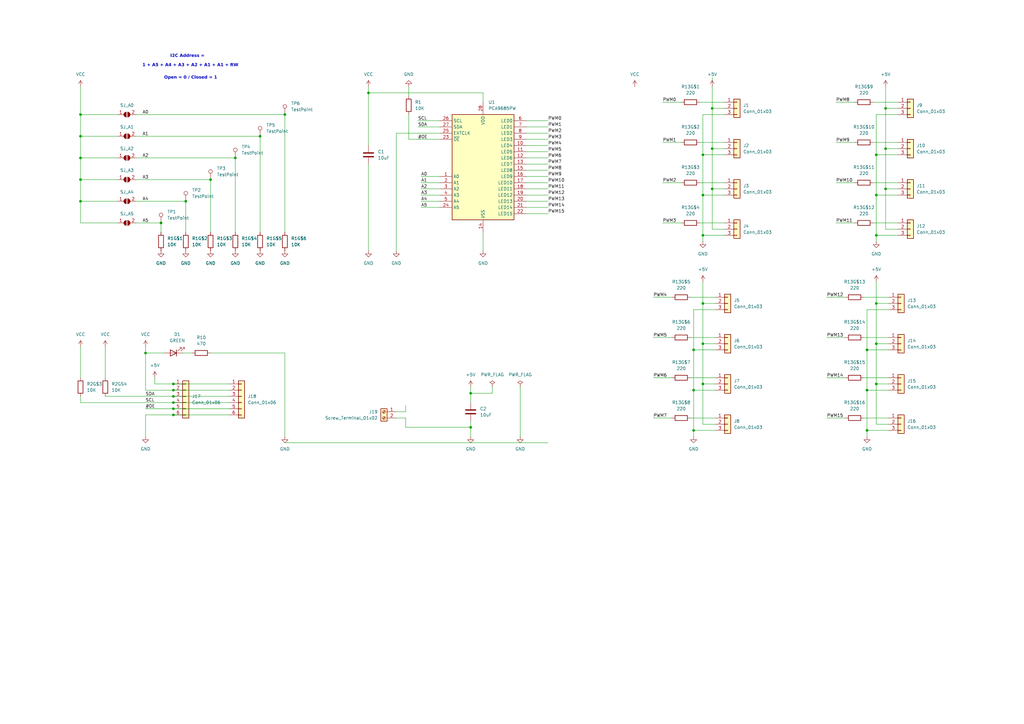
<source format=kicad_sch>
(kicad_sch (version 20230121) (generator eeschema)

  (uuid 77c5825e-63eb-40df-b6fe-16578293ec92)

  (paper "A3")

  (lib_symbols
    (symbol "Connector:Screw_Terminal_01x02" (pin_names (offset 1.016) hide) (in_bom yes) (on_board yes)
      (property "Reference" "J" (at 0 2.54 0)
        (effects (font (size 1.27 1.27)))
      )
      (property "Value" "Screw_Terminal_01x02" (at 0 -5.08 0)
        (effects (font (size 1.27 1.27)))
      )
      (property "Footprint" "" (at 0 0 0)
        (effects (font (size 1.27 1.27)) hide)
      )
      (property "Datasheet" "~" (at 0 0 0)
        (effects (font (size 1.27 1.27)) hide)
      )
      (property "ki_keywords" "screw terminal" (at 0 0 0)
        (effects (font (size 1.27 1.27)) hide)
      )
      (property "ki_description" "Generic screw terminal, single row, 01x02, script generated (kicad-library-utils/schlib/autogen/connector/)" (at 0 0 0)
        (effects (font (size 1.27 1.27)) hide)
      )
      (property "ki_fp_filters" "TerminalBlock*:*" (at 0 0 0)
        (effects (font (size 1.27 1.27)) hide)
      )
      (symbol "Screw_Terminal_01x02_1_1"
        (rectangle (start -1.27 1.27) (end 1.27 -3.81)
          (stroke (width 0.254) (type default))
          (fill (type background))
        )
        (circle (center 0 -2.54) (radius 0.635)
          (stroke (width 0.1524) (type default))
          (fill (type none))
        )
        (polyline
          (pts
            (xy -0.5334 -2.2098)
            (xy 0.3302 -3.048)
          )
          (stroke (width 0.1524) (type default))
          (fill (type none))
        )
        (polyline
          (pts
            (xy -0.5334 0.3302)
            (xy 0.3302 -0.508)
          )
          (stroke (width 0.1524) (type default))
          (fill (type none))
        )
        (polyline
          (pts
            (xy -0.3556 -2.032)
            (xy 0.508 -2.8702)
          )
          (stroke (width 0.1524) (type default))
          (fill (type none))
        )
        (polyline
          (pts
            (xy -0.3556 0.508)
            (xy 0.508 -0.3302)
          )
          (stroke (width 0.1524) (type default))
          (fill (type none))
        )
        (circle (center 0 0) (radius 0.635)
          (stroke (width 0.1524) (type default))
          (fill (type none))
        )
        (pin passive line (at -5.08 0 0) (length 3.81)
          (name "Pin_1" (effects (font (size 1.27 1.27))))
          (number "1" (effects (font (size 1.27 1.27))))
        )
        (pin passive line (at -5.08 -2.54 0) (length 3.81)
          (name "Pin_2" (effects (font (size 1.27 1.27))))
          (number "2" (effects (font (size 1.27 1.27))))
        )
      )
    )
    (symbol "Connector:TestPoint" (pin_numbers hide) (pin_names (offset 0.762) hide) (in_bom yes) (on_board yes)
      (property "Reference" "TP" (at 0 6.858 0)
        (effects (font (size 1.27 1.27)))
      )
      (property "Value" "TestPoint" (at 0 5.08 0)
        (effects (font (size 1.27 1.27)))
      )
      (property "Footprint" "" (at 5.08 0 0)
        (effects (font (size 1.27 1.27)) hide)
      )
      (property "Datasheet" "~" (at 5.08 0 0)
        (effects (font (size 1.27 1.27)) hide)
      )
      (property "ki_keywords" "test point tp" (at 0 0 0)
        (effects (font (size 1.27 1.27)) hide)
      )
      (property "ki_description" "test point" (at 0 0 0)
        (effects (font (size 1.27 1.27)) hide)
      )
      (property "ki_fp_filters" "Pin* Test*" (at 0 0 0)
        (effects (font (size 1.27 1.27)) hide)
      )
      (symbol "TestPoint_0_1"
        (circle (center 0 3.302) (radius 0.762)
          (stroke (width 0) (type default))
          (fill (type none))
        )
      )
      (symbol "TestPoint_1_1"
        (pin passive line (at 0 0 90) (length 2.54)
          (name "1" (effects (font (size 1.27 1.27))))
          (number "1" (effects (font (size 1.27 1.27))))
        )
      )
    )
    (symbol "Connector_Generic:Conn_01x03" (pin_names (offset 1.016) hide) (in_bom yes) (on_board yes)
      (property "Reference" "J" (at 0 5.08 0)
        (effects (font (size 1.27 1.27)))
      )
      (property "Value" "Conn_01x03" (at 0 -5.08 0)
        (effects (font (size 1.27 1.27)))
      )
      (property "Footprint" "" (at 0 0 0)
        (effects (font (size 1.27 1.27)) hide)
      )
      (property "Datasheet" "~" (at 0 0 0)
        (effects (font (size 1.27 1.27)) hide)
      )
      (property "ki_keywords" "connector" (at 0 0 0)
        (effects (font (size 1.27 1.27)) hide)
      )
      (property "ki_description" "Generic connector, single row, 01x03, script generated (kicad-library-utils/schlib/autogen/connector/)" (at 0 0 0)
        (effects (font (size 1.27 1.27)) hide)
      )
      (property "ki_fp_filters" "Connector*:*_1x??_*" (at 0 0 0)
        (effects (font (size 1.27 1.27)) hide)
      )
      (symbol "Conn_01x03_1_1"
        (rectangle (start -1.27 -2.413) (end 0 -2.667)
          (stroke (width 0.1524) (type default))
          (fill (type none))
        )
        (rectangle (start -1.27 0.127) (end 0 -0.127)
          (stroke (width 0.1524) (type default))
          (fill (type none))
        )
        (rectangle (start -1.27 2.667) (end 0 2.413)
          (stroke (width 0.1524) (type default))
          (fill (type none))
        )
        (rectangle (start -1.27 3.81) (end 1.27 -3.81)
          (stroke (width 0.254) (type default))
          (fill (type background))
        )
        (pin passive line (at -5.08 2.54 0) (length 3.81)
          (name "Pin_1" (effects (font (size 1.27 1.27))))
          (number "1" (effects (font (size 1.27 1.27))))
        )
        (pin passive line (at -5.08 0 0) (length 3.81)
          (name "Pin_2" (effects (font (size 1.27 1.27))))
          (number "2" (effects (font (size 1.27 1.27))))
        )
        (pin passive line (at -5.08 -2.54 0) (length 3.81)
          (name "Pin_3" (effects (font (size 1.27 1.27))))
          (number "3" (effects (font (size 1.27 1.27))))
        )
      )
    )
    (symbol "Connector_Generic:Conn_01x06" (pin_names (offset 1.016) hide) (in_bom yes) (on_board yes)
      (property "Reference" "J" (at 0 7.62 0)
        (effects (font (size 1.27 1.27)))
      )
      (property "Value" "Conn_01x06" (at 0 -10.16 0)
        (effects (font (size 1.27 1.27)))
      )
      (property "Footprint" "" (at 0 0 0)
        (effects (font (size 1.27 1.27)) hide)
      )
      (property "Datasheet" "~" (at 0 0 0)
        (effects (font (size 1.27 1.27)) hide)
      )
      (property "ki_keywords" "connector" (at 0 0 0)
        (effects (font (size 1.27 1.27)) hide)
      )
      (property "ki_description" "Generic connector, single row, 01x06, script generated (kicad-library-utils/schlib/autogen/connector/)" (at 0 0 0)
        (effects (font (size 1.27 1.27)) hide)
      )
      (property "ki_fp_filters" "Connector*:*_1x??_*" (at 0 0 0)
        (effects (font (size 1.27 1.27)) hide)
      )
      (symbol "Conn_01x06_1_1"
        (rectangle (start -1.27 -7.493) (end 0 -7.747)
          (stroke (width 0.1524) (type default))
          (fill (type none))
        )
        (rectangle (start -1.27 -4.953) (end 0 -5.207)
          (stroke (width 0.1524) (type default))
          (fill (type none))
        )
        (rectangle (start -1.27 -2.413) (end 0 -2.667)
          (stroke (width 0.1524) (type default))
          (fill (type none))
        )
        (rectangle (start -1.27 0.127) (end 0 -0.127)
          (stroke (width 0.1524) (type default))
          (fill (type none))
        )
        (rectangle (start -1.27 2.667) (end 0 2.413)
          (stroke (width 0.1524) (type default))
          (fill (type none))
        )
        (rectangle (start -1.27 5.207) (end 0 4.953)
          (stroke (width 0.1524) (type default))
          (fill (type none))
        )
        (rectangle (start -1.27 6.35) (end 1.27 -8.89)
          (stroke (width 0.254) (type default))
          (fill (type background))
        )
        (pin passive line (at -5.08 5.08 0) (length 3.81)
          (name "Pin_1" (effects (font (size 1.27 1.27))))
          (number "1" (effects (font (size 1.27 1.27))))
        )
        (pin passive line (at -5.08 2.54 0) (length 3.81)
          (name "Pin_2" (effects (font (size 1.27 1.27))))
          (number "2" (effects (font (size 1.27 1.27))))
        )
        (pin passive line (at -5.08 0 0) (length 3.81)
          (name "Pin_3" (effects (font (size 1.27 1.27))))
          (number "3" (effects (font (size 1.27 1.27))))
        )
        (pin passive line (at -5.08 -2.54 0) (length 3.81)
          (name "Pin_4" (effects (font (size 1.27 1.27))))
          (number "4" (effects (font (size 1.27 1.27))))
        )
        (pin passive line (at -5.08 -5.08 0) (length 3.81)
          (name "Pin_5" (effects (font (size 1.27 1.27))))
          (number "5" (effects (font (size 1.27 1.27))))
        )
        (pin passive line (at -5.08 -7.62 0) (length 3.81)
          (name "Pin_6" (effects (font (size 1.27 1.27))))
          (number "6" (effects (font (size 1.27 1.27))))
        )
      )
    )
    (symbol "Device:C" (pin_numbers hide) (pin_names (offset 0.254)) (in_bom yes) (on_board yes)
      (property "Reference" "C" (at 0.635 2.54 0)
        (effects (font (size 1.27 1.27)) (justify left))
      )
      (property "Value" "C" (at 0.635 -2.54 0)
        (effects (font (size 1.27 1.27)) (justify left))
      )
      (property "Footprint" "" (at 0.9652 -3.81 0)
        (effects (font (size 1.27 1.27)) hide)
      )
      (property "Datasheet" "~" (at 0 0 0)
        (effects (font (size 1.27 1.27)) hide)
      )
      (property "ki_keywords" "cap capacitor" (at 0 0 0)
        (effects (font (size 1.27 1.27)) hide)
      )
      (property "ki_description" "Unpolarized capacitor" (at 0 0 0)
        (effects (font (size 1.27 1.27)) hide)
      )
      (property "ki_fp_filters" "C_*" (at 0 0 0)
        (effects (font (size 1.27 1.27)) hide)
      )
      (symbol "C_0_1"
        (polyline
          (pts
            (xy -2.032 -0.762)
            (xy 2.032 -0.762)
          )
          (stroke (width 0.508) (type default))
          (fill (type none))
        )
        (polyline
          (pts
            (xy -2.032 0.762)
            (xy 2.032 0.762)
          )
          (stroke (width 0.508) (type default))
          (fill (type none))
        )
      )
      (symbol "C_1_1"
        (pin passive line (at 0 3.81 270) (length 2.794)
          (name "~" (effects (font (size 1.27 1.27))))
          (number "1" (effects (font (size 1.27 1.27))))
        )
        (pin passive line (at 0 -3.81 90) (length 2.794)
          (name "~" (effects (font (size 1.27 1.27))))
          (number "2" (effects (font (size 1.27 1.27))))
        )
      )
    )
    (symbol "Device:LED" (pin_numbers hide) (pin_names (offset 1.016) hide) (in_bom yes) (on_board yes)
      (property "Reference" "D" (at 0 2.54 0)
        (effects (font (size 1.27 1.27)))
      )
      (property "Value" "LED" (at 0 -2.54 0)
        (effects (font (size 1.27 1.27)))
      )
      (property "Footprint" "" (at 0 0 0)
        (effects (font (size 1.27 1.27)) hide)
      )
      (property "Datasheet" "~" (at 0 0 0)
        (effects (font (size 1.27 1.27)) hide)
      )
      (property "ki_keywords" "LED diode" (at 0 0 0)
        (effects (font (size 1.27 1.27)) hide)
      )
      (property "ki_description" "Light emitting diode" (at 0 0 0)
        (effects (font (size 1.27 1.27)) hide)
      )
      (property "ki_fp_filters" "LED* LED_SMD:* LED_THT:*" (at 0 0 0)
        (effects (font (size 1.27 1.27)) hide)
      )
      (symbol "LED_0_1"
        (polyline
          (pts
            (xy -1.27 -1.27)
            (xy -1.27 1.27)
          )
          (stroke (width 0.254) (type default))
          (fill (type none))
        )
        (polyline
          (pts
            (xy -1.27 0)
            (xy 1.27 0)
          )
          (stroke (width 0) (type default))
          (fill (type none))
        )
        (polyline
          (pts
            (xy 1.27 -1.27)
            (xy 1.27 1.27)
            (xy -1.27 0)
            (xy 1.27 -1.27)
          )
          (stroke (width 0.254) (type default))
          (fill (type none))
        )
        (polyline
          (pts
            (xy -3.048 -0.762)
            (xy -4.572 -2.286)
            (xy -3.81 -2.286)
            (xy -4.572 -2.286)
            (xy -4.572 -1.524)
          )
          (stroke (width 0) (type default))
          (fill (type none))
        )
        (polyline
          (pts
            (xy -1.778 -0.762)
            (xy -3.302 -2.286)
            (xy -2.54 -2.286)
            (xy -3.302 -2.286)
            (xy -3.302 -1.524)
          )
          (stroke (width 0) (type default))
          (fill (type none))
        )
      )
      (symbol "LED_1_1"
        (pin passive line (at -3.81 0 0) (length 2.54)
          (name "K" (effects (font (size 1.27 1.27))))
          (number "1" (effects (font (size 1.27 1.27))))
        )
        (pin passive line (at 3.81 0 180) (length 2.54)
          (name "A" (effects (font (size 1.27 1.27))))
          (number "2" (effects (font (size 1.27 1.27))))
        )
      )
    )
    (symbol "Device:R" (pin_numbers hide) (pin_names (offset 0)) (in_bom yes) (on_board yes)
      (property "Reference" "R" (at 2.032 0 90)
        (effects (font (size 1.27 1.27)))
      )
      (property "Value" "R" (at 0 0 90)
        (effects (font (size 1.27 1.27)))
      )
      (property "Footprint" "" (at -1.778 0 90)
        (effects (font (size 1.27 1.27)) hide)
      )
      (property "Datasheet" "~" (at 0 0 0)
        (effects (font (size 1.27 1.27)) hide)
      )
      (property "ki_keywords" "R res resistor" (at 0 0 0)
        (effects (font (size 1.27 1.27)) hide)
      )
      (property "ki_description" "Resistor" (at 0 0 0)
        (effects (font (size 1.27 1.27)) hide)
      )
      (property "ki_fp_filters" "R_*" (at 0 0 0)
        (effects (font (size 1.27 1.27)) hide)
      )
      (symbol "R_0_1"
        (rectangle (start -1.016 -2.54) (end 1.016 2.54)
          (stroke (width 0.254) (type default))
          (fill (type none))
        )
      )
      (symbol "R_1_1"
        (pin passive line (at 0 3.81 270) (length 1.27)
          (name "~" (effects (font (size 1.27 1.27))))
          (number "1" (effects (font (size 1.27 1.27))))
        )
        (pin passive line (at 0 -3.81 90) (length 1.27)
          (name "~" (effects (font (size 1.27 1.27))))
          (number "2" (effects (font (size 1.27 1.27))))
        )
      )
    )
    (symbol "Driver_LED:PCA9685PW" (in_bom yes) (on_board yes)
      (property "Reference" "U" (at -12.7 22.225 0)
        (effects (font (size 1.27 1.27)) (justify left))
      )
      (property "Value" "PCA9685PW" (at 1.27 22.225 0)
        (effects (font (size 1.27 1.27)) (justify left))
      )
      (property "Footprint" "Package_SO:TSSOP-28_4.4x9.7mm_P0.65mm" (at 0.635 -24.765 0)
        (effects (font (size 1.27 1.27)) (justify left) hide)
      )
      (property "Datasheet" "http://www.nxp.com/docs/en/data-sheet/PCA9685.pdf" (at -10.16 17.78 0)
        (effects (font (size 1.27 1.27)) hide)
      )
      (property "ki_keywords" "PWM LED driver I2C TSSOP" (at 0 0 0)
        (effects (font (size 1.27 1.27)) hide)
      )
      (property "ki_description" "16-channel 12-bit PWM Fm+ I2C-bus LED controller RGBA TSSOP" (at 0 0 0)
        (effects (font (size 1.27 1.27)) hide)
      )
      (property "ki_fp_filters" "TSSOP*4.4x9.7mm*P0.65mm*" (at 0 0 0)
        (effects (font (size 1.27 1.27)) hide)
      )
      (symbol "PCA9685PW_0_1"
        (rectangle (start -12.7 20.32) (end 12.7 -22.86)
          (stroke (width 0.254) (type default))
          (fill (type background))
        )
      )
      (symbol "PCA9685PW_1_1"
        (pin input line (at -17.78 -5.08 0) (length 5.08)
          (name "A0" (effects (font (size 1.27 1.27))))
          (number "1" (effects (font (size 1.27 1.27))))
        )
        (pin output line (at 17.78 7.62 180) (length 5.08)
          (name "LED4" (effects (font (size 1.27 1.27))))
          (number "10" (effects (font (size 1.27 1.27))))
        )
        (pin output line (at 17.78 5.08 180) (length 5.08)
          (name "LED5" (effects (font (size 1.27 1.27))))
          (number "11" (effects (font (size 1.27 1.27))))
        )
        (pin output line (at 17.78 2.54 180) (length 5.08)
          (name "LED6" (effects (font (size 1.27 1.27))))
          (number "12" (effects (font (size 1.27 1.27))))
        )
        (pin output line (at 17.78 0 180) (length 5.08)
          (name "LED7" (effects (font (size 1.27 1.27))))
          (number "13" (effects (font (size 1.27 1.27))))
        )
        (pin power_in line (at 0 -27.94 90) (length 5.08)
          (name "VSS" (effects (font (size 1.27 1.27))))
          (number "14" (effects (font (size 1.27 1.27))))
        )
        (pin output line (at 17.78 -2.54 180) (length 5.08)
          (name "LED8" (effects (font (size 1.27 1.27))))
          (number "15" (effects (font (size 1.27 1.27))))
        )
        (pin output line (at 17.78 -5.08 180) (length 5.08)
          (name "LED9" (effects (font (size 1.27 1.27))))
          (number "16" (effects (font (size 1.27 1.27))))
        )
        (pin output line (at 17.78 -7.62 180) (length 5.08)
          (name "LED10" (effects (font (size 1.27 1.27))))
          (number "17" (effects (font (size 1.27 1.27))))
        )
        (pin output line (at 17.78 -10.16 180) (length 5.08)
          (name "LED11" (effects (font (size 1.27 1.27))))
          (number "18" (effects (font (size 1.27 1.27))))
        )
        (pin output line (at 17.78 -12.7 180) (length 5.08)
          (name "LED12" (effects (font (size 1.27 1.27))))
          (number "19" (effects (font (size 1.27 1.27))))
        )
        (pin input line (at -17.78 -7.62 0) (length 5.08)
          (name "A1" (effects (font (size 1.27 1.27))))
          (number "2" (effects (font (size 1.27 1.27))))
        )
        (pin output line (at 17.78 -15.24 180) (length 5.08)
          (name "LED13" (effects (font (size 1.27 1.27))))
          (number "20" (effects (font (size 1.27 1.27))))
        )
        (pin output line (at 17.78 -17.78 180) (length 5.08)
          (name "LED14" (effects (font (size 1.27 1.27))))
          (number "21" (effects (font (size 1.27 1.27))))
        )
        (pin output line (at 17.78 -20.32 180) (length 5.08)
          (name "LED15" (effects (font (size 1.27 1.27))))
          (number "22" (effects (font (size 1.27 1.27))))
        )
        (pin input line (at -17.78 10.16 0) (length 5.08)
          (name "~{OE}" (effects (font (size 1.27 1.27))))
          (number "23" (effects (font (size 1.27 1.27))))
        )
        (pin input line (at -17.78 -17.78 0) (length 5.08)
          (name "A5" (effects (font (size 1.27 1.27))))
          (number "24" (effects (font (size 1.27 1.27))))
        )
        (pin input line (at -17.78 12.7 0) (length 5.08)
          (name "EXTCLK" (effects (font (size 1.27 1.27))))
          (number "25" (effects (font (size 1.27 1.27))))
        )
        (pin input line (at -17.78 17.78 0) (length 5.08)
          (name "SCL" (effects (font (size 1.27 1.27))))
          (number "26" (effects (font (size 1.27 1.27))))
        )
        (pin bidirectional line (at -17.78 15.24 0) (length 5.08)
          (name "SDA" (effects (font (size 1.27 1.27))))
          (number "27" (effects (font (size 1.27 1.27))))
        )
        (pin power_in line (at 0 25.4 270) (length 5.08)
          (name "VDD" (effects (font (size 1.27 1.27))))
          (number "28" (effects (font (size 1.27 1.27))))
        )
        (pin input line (at -17.78 -10.16 0) (length 5.08)
          (name "A2" (effects (font (size 1.27 1.27))))
          (number "3" (effects (font (size 1.27 1.27))))
        )
        (pin input line (at -17.78 -12.7 0) (length 5.08)
          (name "A3" (effects (font (size 1.27 1.27))))
          (number "4" (effects (font (size 1.27 1.27))))
        )
        (pin input line (at -17.78 -15.24 0) (length 5.08)
          (name "A4" (effects (font (size 1.27 1.27))))
          (number "5" (effects (font (size 1.27 1.27))))
        )
        (pin output line (at 17.78 17.78 180) (length 5.08)
          (name "LED0" (effects (font (size 1.27 1.27))))
          (number "6" (effects (font (size 1.27 1.27))))
        )
        (pin output line (at 17.78 15.24 180) (length 5.08)
          (name "LED1" (effects (font (size 1.27 1.27))))
          (number "7" (effects (font (size 1.27 1.27))))
        )
        (pin output line (at 17.78 12.7 180) (length 5.08)
          (name "LED2" (effects (font (size 1.27 1.27))))
          (number "8" (effects (font (size 1.27 1.27))))
        )
        (pin output line (at 17.78 10.16 180) (length 5.08)
          (name "LED3" (effects (font (size 1.27 1.27))))
          (number "9" (effects (font (size 1.27 1.27))))
        )
      )
    )
    (symbol "Jumper:SolderJumper_2_Open" (pin_names (offset 0) hide) (in_bom yes) (on_board yes)
      (property "Reference" "JP" (at 0 2.032 0)
        (effects (font (size 1.27 1.27)))
      )
      (property "Value" "SolderJumper_2_Open" (at 0 -2.54 0)
        (effects (font (size 1.27 1.27)))
      )
      (property "Footprint" "" (at 0 0 0)
        (effects (font (size 1.27 1.27)) hide)
      )
      (property "Datasheet" "~" (at 0 0 0)
        (effects (font (size 1.27 1.27)) hide)
      )
      (property "ki_keywords" "solder jumper SPST" (at 0 0 0)
        (effects (font (size 1.27 1.27)) hide)
      )
      (property "ki_description" "Solder Jumper, 2-pole, open" (at 0 0 0)
        (effects (font (size 1.27 1.27)) hide)
      )
      (property "ki_fp_filters" "SolderJumper*Open*" (at 0 0 0)
        (effects (font (size 1.27 1.27)) hide)
      )
      (symbol "SolderJumper_2_Open_0_1"
        (arc (start -0.254 1.016) (mid -1.2656 0) (end -0.254 -1.016)
          (stroke (width 0) (type default))
          (fill (type none))
        )
        (arc (start -0.254 1.016) (mid -1.2656 0) (end -0.254 -1.016)
          (stroke (width 0) (type default))
          (fill (type outline))
        )
        (polyline
          (pts
            (xy -0.254 1.016)
            (xy -0.254 -1.016)
          )
          (stroke (width 0) (type default))
          (fill (type none))
        )
        (polyline
          (pts
            (xy 0.254 1.016)
            (xy 0.254 -1.016)
          )
          (stroke (width 0) (type default))
          (fill (type none))
        )
        (arc (start 0.254 -1.016) (mid 1.2656 0) (end 0.254 1.016)
          (stroke (width 0) (type default))
          (fill (type none))
        )
        (arc (start 0.254 -1.016) (mid 1.2656 0) (end 0.254 1.016)
          (stroke (width 0) (type default))
          (fill (type outline))
        )
      )
      (symbol "SolderJumper_2_Open_1_1"
        (pin passive line (at -3.81 0 0) (length 2.54)
          (name "A" (effects (font (size 1.27 1.27))))
          (number "1" (effects (font (size 1.27 1.27))))
        )
        (pin passive line (at 3.81 0 180) (length 2.54)
          (name "B" (effects (font (size 1.27 1.27))))
          (number "2" (effects (font (size 1.27 1.27))))
        )
      )
    )
    (symbol "power:+5V" (power) (pin_names (offset 0)) (in_bom yes) (on_board yes)
      (property "Reference" "#PWR" (at 0 -3.81 0)
        (effects (font (size 1.27 1.27)) hide)
      )
      (property "Value" "+5V" (at 0 3.556 0)
        (effects (font (size 1.27 1.27)))
      )
      (property "Footprint" "" (at 0 0 0)
        (effects (font (size 1.27 1.27)) hide)
      )
      (property "Datasheet" "" (at 0 0 0)
        (effects (font (size 1.27 1.27)) hide)
      )
      (property "ki_keywords" "global power" (at 0 0 0)
        (effects (font (size 1.27 1.27)) hide)
      )
      (property "ki_description" "Power symbol creates a global label with name \"+5V\"" (at 0 0 0)
        (effects (font (size 1.27 1.27)) hide)
      )
      (symbol "+5V_0_1"
        (polyline
          (pts
            (xy -0.762 1.27)
            (xy 0 2.54)
          )
          (stroke (width 0) (type default))
          (fill (type none))
        )
        (polyline
          (pts
            (xy 0 0)
            (xy 0 2.54)
          )
          (stroke (width 0) (type default))
          (fill (type none))
        )
        (polyline
          (pts
            (xy 0 2.54)
            (xy 0.762 1.27)
          )
          (stroke (width 0) (type default))
          (fill (type none))
        )
      )
      (symbol "+5V_1_1"
        (pin power_in line (at 0 0 90) (length 0) hide
          (name "+5V" (effects (font (size 1.27 1.27))))
          (number "1" (effects (font (size 1.27 1.27))))
        )
      )
    )
    (symbol "power:GND" (power) (pin_names (offset 0)) (in_bom yes) (on_board yes)
      (property "Reference" "#PWR" (at 0 -6.35 0)
        (effects (font (size 1.27 1.27)) hide)
      )
      (property "Value" "GND" (at 0 -3.81 0)
        (effects (font (size 1.27 1.27)))
      )
      (property "Footprint" "" (at 0 0 0)
        (effects (font (size 1.27 1.27)) hide)
      )
      (property "Datasheet" "" (at 0 0 0)
        (effects (font (size 1.27 1.27)) hide)
      )
      (property "ki_keywords" "global power" (at 0 0 0)
        (effects (font (size 1.27 1.27)) hide)
      )
      (property "ki_description" "Power symbol creates a global label with name \"GND\" , ground" (at 0 0 0)
        (effects (font (size 1.27 1.27)) hide)
      )
      (symbol "GND_0_1"
        (polyline
          (pts
            (xy 0 0)
            (xy 0 -1.27)
            (xy 1.27 -1.27)
            (xy 0 -2.54)
            (xy -1.27 -1.27)
            (xy 0 -1.27)
          )
          (stroke (width 0) (type default))
          (fill (type none))
        )
      )
      (symbol "GND_1_1"
        (pin power_in line (at 0 0 270) (length 0) hide
          (name "GND" (effects (font (size 1.27 1.27))))
          (number "1" (effects (font (size 1.27 1.27))))
        )
      )
    )
    (symbol "power:PWR_FLAG" (power) (pin_numbers hide) (pin_names (offset 0) hide) (in_bom yes) (on_board yes)
      (property "Reference" "#FLG" (at 0 1.905 0)
        (effects (font (size 1.27 1.27)) hide)
      )
      (property "Value" "PWR_FLAG" (at 0 3.81 0)
        (effects (font (size 1.27 1.27)))
      )
      (property "Footprint" "" (at 0 0 0)
        (effects (font (size 1.27 1.27)) hide)
      )
      (property "Datasheet" "~" (at 0 0 0)
        (effects (font (size 1.27 1.27)) hide)
      )
      (property "ki_keywords" "flag power" (at 0 0 0)
        (effects (font (size 1.27 1.27)) hide)
      )
      (property "ki_description" "Special symbol for telling ERC where power comes from" (at 0 0 0)
        (effects (font (size 1.27 1.27)) hide)
      )
      (symbol "PWR_FLAG_0_0"
        (pin power_out line (at 0 0 90) (length 0)
          (name "pwr" (effects (font (size 1.27 1.27))))
          (number "1" (effects (font (size 1.27 1.27))))
        )
      )
      (symbol "PWR_FLAG_0_1"
        (polyline
          (pts
            (xy 0 0)
            (xy 0 1.27)
            (xy -1.016 1.905)
            (xy 0 2.54)
            (xy 1.016 1.905)
            (xy 0 1.27)
          )
          (stroke (width 0) (type default))
          (fill (type none))
        )
      )
    )
    (symbol "power:VCC" (power) (pin_names (offset 0)) (in_bom yes) (on_board yes)
      (property "Reference" "#PWR" (at 0 -3.81 0)
        (effects (font (size 1.27 1.27)) hide)
      )
      (property "Value" "VCC" (at 0 3.81 0)
        (effects (font (size 1.27 1.27)))
      )
      (property "Footprint" "" (at 0 0 0)
        (effects (font (size 1.27 1.27)) hide)
      )
      (property "Datasheet" "" (at 0 0 0)
        (effects (font (size 1.27 1.27)) hide)
      )
      (property "ki_keywords" "global power" (at 0 0 0)
        (effects (font (size 1.27 1.27)) hide)
      )
      (property "ki_description" "Power symbol creates a global label with name \"VCC\"" (at 0 0 0)
        (effects (font (size 1.27 1.27)) hide)
      )
      (symbol "VCC_0_1"
        (polyline
          (pts
            (xy -0.762 1.27)
            (xy 0 2.54)
          )
          (stroke (width 0) (type default))
          (fill (type none))
        )
        (polyline
          (pts
            (xy 0 0)
            (xy 0 2.54)
          )
          (stroke (width 0) (type default))
          (fill (type none))
        )
        (polyline
          (pts
            (xy 0 2.54)
            (xy 0.762 1.27)
          )
          (stroke (width 0) (type default))
          (fill (type none))
        )
      )
      (symbol "VCC_1_1"
        (pin power_in line (at 0 0 90) (length 0) hide
          (name "VCC" (effects (font (size 1.27 1.27))))
          (number "1" (effects (font (size 1.27 1.27))))
        )
      )
    )
  )

  (junction (at 363.22 60.96) (diameter 0) (color 0 0 0 0)
    (uuid 010ba328-b533-46c1-866b-4739704d0aab)
  )
  (junction (at 76.2 82.55) (diameter 0) (color 0 0 0 0)
    (uuid 06339f21-1641-466d-938b-5c9bdc746f18)
  )
  (junction (at 288.29 96.52) (diameter 0) (color 0 0 0 0)
    (uuid 083862a3-55e0-4871-8830-bcba9fa0b052)
  )
  (junction (at 71.12 160.02) (diameter 0) (color 0 0 0 0)
    (uuid 09a62dfd-2e64-46da-91c4-bac25e7f6834)
  )
  (junction (at 71.12 170.18) (diameter 0) (color 0 0 0 0)
    (uuid 0c27b645-ca1d-449f-bfd0-4938d64eb6fa)
  )
  (junction (at 359.41 63.5) (diameter 0) (color 0 0 0 0)
    (uuid 1636112f-68bf-4e4a-ba8d-adce87c8018a)
  )
  (junction (at 355.6 160.02) (diameter 0) (color 0 0 0 0)
    (uuid 164d4e11-15ba-4599-9d1b-0c08055b6825)
  )
  (junction (at 71.12 167.64) (diameter 0) (color 0 0 0 0)
    (uuid 190eeade-e987-45f1-8569-a7d0f5388596)
  )
  (junction (at 33.02 73.66) (diameter 0) (color 0 0 0 0)
    (uuid 247d159c-2f8f-4d56-9945-a02d0963cd12)
  )
  (junction (at 151.13 38.1) (diameter 0) (color 0 0 0 0)
    (uuid 257208c7-7d08-40ad-8d02-aec1f138c31f)
  )
  (junction (at 33.02 46.99) (diameter 0) (color 0 0 0 0)
    (uuid 2882e790-2b54-484b-8519-7ff1cd460477)
  )
  (junction (at 116.84 46.99) (diameter 0) (color 0 0 0 0)
    (uuid 296b3ca0-20fa-4d78-a5de-3a4a71f98fd9)
  )
  (junction (at 355.6 176.53) (diameter 0) (color 0 0 0 0)
    (uuid 2a56f6c9-e956-40d6-9684-8ee3875590fd)
  )
  (junction (at 284.48 176.53) (diameter 0) (color 0 0 0 0)
    (uuid 3111ff2e-fded-4185-a983-708ba4c27d00)
  )
  (junction (at 355.6 143.51) (diameter 0) (color 0 0 0 0)
    (uuid 322513ca-a778-44e0-aad2-e9394d67b25d)
  )
  (junction (at 193.04 175.26) (diameter 0) (color 0 0 0 0)
    (uuid 38076bdd-afd3-4572-a2b6-0227c16d7d55)
  )
  (junction (at 33.02 82.55) (diameter 0) (color 0 0 0 0)
    (uuid 3ba6d321-9771-4757-91b9-7b2287b06a88)
  )
  (junction (at 359.41 140.97) (diameter 0) (color 0 0 0 0)
    (uuid 465a95f4-e0f6-462e-92cd-8e13bd55d166)
  )
  (junction (at 33.02 55.88) (diameter 0) (color 0 0 0 0)
    (uuid 4e935849-85a3-45ba-879b-a1d3895a5a94)
  )
  (junction (at 193.04 161.29) (diameter 0) (color 0 0 0 0)
    (uuid 63b5650d-4259-4475-9b8e-9c7810decc5c)
  )
  (junction (at 66.04 91.44) (diameter 0) (color 0 0 0 0)
    (uuid 6c72b5b6-92df-4929-9f01-3cf8b579de9d)
  )
  (junction (at 71.12 157.48) (diameter 0) (color 0 0 0 0)
    (uuid 6d6343f4-36c8-4b81-b280-3009f3b1383b)
  )
  (junction (at 292.1 60.96) (diameter 0) (color 0 0 0 0)
    (uuid 71bf9d41-f1a1-40fa-9fa9-57ec33e787d0)
  )
  (junction (at 86.36 73.66) (diameter 0) (color 0 0 0 0)
    (uuid 7e989ef7-a741-42cb-940c-423da3bea4d8)
  )
  (junction (at 288.29 140.97) (diameter 0) (color 0 0 0 0)
    (uuid 834be67e-e831-4664-b6d4-f18d4fb733ea)
  )
  (junction (at 288.29 63.5) (diameter 0) (color 0 0 0 0)
    (uuid 8474bac4-cf5e-4998-934c-7593233d0709)
  )
  (junction (at 359.41 96.52) (diameter 0) (color 0 0 0 0)
    (uuid 90579b11-ad23-4296-bc8a-567f72917ef6)
  )
  (junction (at 106.68 55.88) (diameter 0) (color 0 0 0 0)
    (uuid 990c8373-3002-4b01-a930-b174f8e0684c)
  )
  (junction (at 292.1 77.47) (diameter 0) (color 0 0 0 0)
    (uuid a0290b8a-f391-4386-9f56-51050640bc29)
  )
  (junction (at 33.02 64.77) (diameter 0) (color 0 0 0 0)
    (uuid a7103269-1b80-4fc0-9a9b-fc5fd2f4c680)
  )
  (junction (at 363.22 44.45) (diameter 0) (color 0 0 0 0)
    (uuid c8515e13-938b-4793-8402-85b1fd3a35db)
  )
  (junction (at 359.41 124.46) (diameter 0) (color 0 0 0 0)
    (uuid c941b15f-b5d9-49e9-96f1-f789b5ab52f5)
  )
  (junction (at 71.12 162.56) (diameter 0) (color 0 0 0 0)
    (uuid cd1ecf35-dff2-4fcf-a110-773e90d7e37b)
  )
  (junction (at 359.41 80.01) (diameter 0) (color 0 0 0 0)
    (uuid d5b3f54b-c789-4586-9f67-31f6d4510949)
  )
  (junction (at 292.1 44.45) (diameter 0) (color 0 0 0 0)
    (uuid d6467950-0697-4450-9270-d57f49eb95c3)
  )
  (junction (at 284.48 160.02) (diameter 0) (color 0 0 0 0)
    (uuid d6971890-1faf-4930-bebb-fc6050f9da1c)
  )
  (junction (at 288.29 157.48) (diameter 0) (color 0 0 0 0)
    (uuid d9bd31e3-7f1f-44e3-9e30-29250ecb37ff)
  )
  (junction (at 363.22 77.47) (diameter 0) (color 0 0 0 0)
    (uuid da48b073-9bbe-46af-974e-f09498cc3bb1)
  )
  (junction (at 71.12 165.1) (diameter 0) (color 0 0 0 0)
    (uuid df7f1047-e5b5-4dd4-ac75-d3744dc8590d)
  )
  (junction (at 288.29 124.46) (diameter 0) (color 0 0 0 0)
    (uuid ec0f14a8-a245-4a71-9788-a20a3427134e)
  )
  (junction (at 359.41 157.48) (diameter 0) (color 0 0 0 0)
    (uuid ec76f813-11c6-4587-8b83-65de214e17dc)
  )
  (junction (at 96.52 64.77) (diameter 0) (color 0 0 0 0)
    (uuid f2148b0c-4ddc-4496-bd3a-c5fc2341ff6b)
  )
  (junction (at 288.29 80.01) (diameter 0) (color 0 0 0 0)
    (uuid f7467d68-8af9-4d74-a178-ddeea97a09b7)
  )
  (junction (at 59.69 144.78) (diameter 0) (color 0 0 0 0)
    (uuid f80d130d-678a-47bc-8be4-4c0f7d1c03d0)
  )
  (junction (at 284.48 143.51) (diameter 0) (color 0 0 0 0)
    (uuid f88f2e54-c66c-4767-a264-59ddd7f21bee)
  )

  (wire (pts (xy 33.02 64.77) (xy 33.02 73.66))
    (stroke (width 0) (type default))
    (uuid 0110d41d-869b-4ab9-9d1e-a9c23e7bfaa6)
  )
  (wire (pts (xy 193.04 161.29) (xy 193.04 165.1))
    (stroke (width 0) (type default))
    (uuid 01e78e2f-8581-4529-bfcc-cbfff39a9980)
  )
  (wire (pts (xy 59.69 160.02) (xy 71.12 160.02))
    (stroke (width 0) (type default))
    (uuid 0239d08d-2a29-4c01-adea-302ef1bc0bef)
  )
  (wire (pts (xy 287.02 41.91) (xy 297.18 41.91))
    (stroke (width 0) (type default))
    (uuid 0549d0b5-c906-4695-8039-8a63add6572f)
  )
  (wire (pts (xy 198.12 41.91) (xy 198.12 38.1))
    (stroke (width 0) (type default))
    (uuid 071646a1-44f5-45e4-8a3a-8c2f6b38c67a)
  )
  (wire (pts (xy 288.29 46.99) (xy 288.29 63.5))
    (stroke (width 0) (type default))
    (uuid 09d14a7a-bb8b-4175-b228-7198d1125764)
  )
  (wire (pts (xy 116.84 46.99) (xy 116.84 95.25))
    (stroke (width 0) (type default))
    (uuid 0b4d3f91-3886-421f-baa0-0c9345182486)
  )
  (wire (pts (xy 283.21 171.45) (xy 293.37 171.45))
    (stroke (width 0) (type default))
    (uuid 0b6ee56d-1589-429a-9d15-da357a5d093b)
  )
  (wire (pts (xy 151.13 67.31) (xy 151.13 102.87))
    (stroke (width 0) (type default))
    (uuid 0c16e63d-de9b-4f99-933c-0a2061ee1e60)
  )
  (wire (pts (xy 43.18 162.56) (xy 71.12 162.56))
    (stroke (width 0) (type default))
    (uuid 0e5352fd-8402-49b3-baec-117c93079ebb)
  )
  (wire (pts (xy 288.29 140.97) (xy 288.29 157.48))
    (stroke (width 0) (type default))
    (uuid 0f8d3174-61ba-4e44-87b8-4e995005ee2f)
  )
  (wire (pts (xy 166.37 171.45) (xy 162.56 171.45))
    (stroke (width 0) (type default))
    (uuid 107a8165-01a5-49eb-8fd4-3f3d5d2a2002)
  )
  (wire (pts (xy 297.18 63.5) (xy 288.29 63.5))
    (stroke (width 0) (type default))
    (uuid 151f5760-62ec-4cc1-aa0c-c8b6157850b0)
  )
  (wire (pts (xy 63.5 154.94) (xy 63.5 157.48))
    (stroke (width 0) (type default))
    (uuid 194cd348-20f5-4052-8493-2ffac9ecf650)
  )
  (wire (pts (xy 354.33 154.94) (xy 364.49 154.94))
    (stroke (width 0) (type default))
    (uuid 1b631dc0-57b4-4787-9c27-215fafcfb93e)
  )
  (wire (pts (xy 151.13 38.1) (xy 198.12 38.1))
    (stroke (width 0) (type default))
    (uuid 1b8a2fc1-3d28-4a1f-897d-0d2233a3c3eb)
  )
  (wire (pts (xy 55.88 91.44) (xy 66.04 91.44))
    (stroke (width 0) (type default))
    (uuid 1c22ee32-9d53-4fa8-a378-0819f920bd13)
  )
  (wire (pts (xy 271.78 74.93) (xy 279.4 74.93))
    (stroke (width 0) (type default))
    (uuid 214fdcc8-126c-4f7b-90eb-cfba6ebdc8fe)
  )
  (wire (pts (xy 267.97 138.43) (xy 275.59 138.43))
    (stroke (width 0) (type default))
    (uuid 2339125e-6eee-49e9-ad9a-20a623279595)
  )
  (wire (pts (xy 166.37 168.91) (xy 162.56 168.91))
    (stroke (width 0) (type default))
    (uuid 247463f3-9291-4b50-94cc-f5e4c58eb090)
  )
  (wire (pts (xy 172.72 74.93) (xy 180.34 74.93))
    (stroke (width 0) (type default))
    (uuid 2504a538-d4f3-45d7-a644-be3392e86e9c)
  )
  (wire (pts (xy 180.34 54.61) (xy 162.56 54.61))
    (stroke (width 0) (type default))
    (uuid 25100b01-42ea-4efd-83de-e57e4f3e0dab)
  )
  (wire (pts (xy 292.1 35.56) (xy 292.1 44.45))
    (stroke (width 0) (type default))
    (uuid 2737a846-4daa-4c4d-8dcc-d4e415866b9b)
  )
  (wire (pts (xy 215.9 54.61) (xy 224.79 54.61))
    (stroke (width 0) (type default))
    (uuid 287ba238-c985-4647-b9b8-dafbb2e0d72b)
  )
  (wire (pts (xy 33.02 142.24) (xy 33.02 154.94))
    (stroke (width 0) (type default))
    (uuid 2930a19a-510d-4606-ac62-620b5bc6c436)
  )
  (wire (pts (xy 359.41 140.97) (xy 359.41 157.48))
    (stroke (width 0) (type default))
    (uuid 2a02ba19-b0ad-4523-8c74-bcabd3818d53)
  )
  (wire (pts (xy 358.14 58.42) (xy 368.3 58.42))
    (stroke (width 0) (type default))
    (uuid 2a83aa82-f196-44d9-8406-95df44e2d055)
  )
  (wire (pts (xy 215.9 77.47) (xy 224.79 77.47))
    (stroke (width 0) (type default))
    (uuid 2c8b8388-1990-43fd-a923-44b8ce998c6b)
  )
  (wire (pts (xy 215.9 64.77) (xy 224.79 64.77))
    (stroke (width 0) (type default))
    (uuid 2dfee34e-005f-4ec0-8124-5e24462a6a22)
  )
  (wire (pts (xy 368.3 93.98) (xy 363.22 93.98))
    (stroke (width 0) (type default))
    (uuid 2ebbaea4-4475-4ce5-be54-4c384e5ae6c5)
  )
  (wire (pts (xy 116.84 144.78) (xy 86.36 144.78))
    (stroke (width 0) (type default))
    (uuid 2f4b5e68-7f71-4251-b135-8f9f5a0bf10c)
  )
  (wire (pts (xy 55.88 46.99) (xy 116.84 46.99))
    (stroke (width 0) (type default))
    (uuid 3011ee0d-ae98-4074-9899-66b1ec205ee1)
  )
  (wire (pts (xy 288.29 80.01) (xy 297.18 80.01))
    (stroke (width 0) (type default))
    (uuid 30c64c07-c142-43e6-a419-798d7f6c1d6e)
  )
  (wire (pts (xy 59.69 170.18) (xy 59.69 179.07))
    (stroke (width 0) (type default))
    (uuid 32ceadd4-d80c-41e3-9ff0-dee2798c8855)
  )
  (wire (pts (xy 267.97 121.92) (xy 275.59 121.92))
    (stroke (width 0) (type default))
    (uuid 330debfd-8754-4b74-b45d-21ccadcda944)
  )
  (wire (pts (xy 368.3 63.5) (xy 359.41 63.5))
    (stroke (width 0) (type default))
    (uuid 33c01433-0b08-45b1-8da1-e108fbe69875)
  )
  (wire (pts (xy 284.48 179.07) (xy 284.48 176.53))
    (stroke (width 0) (type default))
    (uuid 346ce682-c985-41d7-8f6d-e4b9dae09c6f)
  )
  (wire (pts (xy 172.72 85.09) (xy 180.34 85.09))
    (stroke (width 0) (type default))
    (uuid 35f78174-a398-4e40-ad4e-3651d9eb1afc)
  )
  (wire (pts (xy 33.02 165.1) (xy 71.12 165.1))
    (stroke (width 0) (type default))
    (uuid 3693a2b2-d733-4766-bd94-cbf480adb408)
  )
  (wire (pts (xy 363.22 44.45) (xy 368.3 44.45))
    (stroke (width 0) (type default))
    (uuid 3a36d7d9-778c-4034-9322-7ef7797086b2)
  )
  (wire (pts (xy 167.64 57.15) (xy 180.34 57.15))
    (stroke (width 0) (type default))
    (uuid 3a38e866-058a-4a92-a089-2b30a93e032e)
  )
  (wire (pts (xy 193.04 172.72) (xy 193.04 175.26))
    (stroke (width 0) (type default))
    (uuid 3bfdf1e6-6c3c-4efc-9af0-49d2c7ddfe10)
  )
  (wire (pts (xy 359.41 99.06) (xy 359.41 96.52))
    (stroke (width 0) (type default))
    (uuid 3cfc9466-c21e-41e3-990a-c05b027e0164)
  )
  (wire (pts (xy 364.49 173.99) (xy 359.41 173.99))
    (stroke (width 0) (type default))
    (uuid 3d5b8d4c-b28e-4673-929d-7d164cf3d033)
  )
  (wire (pts (xy 288.29 124.46) (xy 288.29 140.97))
    (stroke (width 0) (type default))
    (uuid 3f5e3489-fb45-4c12-81b3-1531daaf4e23)
  )
  (wire (pts (xy 297.18 93.98) (xy 292.1 93.98))
    (stroke (width 0) (type default))
    (uuid 412254c8-b488-4805-8799-f10d235b8c37)
  )
  (wire (pts (xy 71.12 160.02) (xy 93.98 160.02))
    (stroke (width 0) (type default))
    (uuid 4472d437-4ef0-4d59-b86a-0dd796c28936)
  )
  (wire (pts (xy 342.9 74.93) (xy 350.52 74.93))
    (stroke (width 0) (type default))
    (uuid 46246ec4-2386-4415-b4d8-d85609655992)
  )
  (wire (pts (xy 33.02 35.56) (xy 33.02 46.99))
    (stroke (width 0) (type default))
    (uuid 470f5aa6-b82e-4d29-867b-c3bec17eb40e)
  )
  (wire (pts (xy 215.9 85.09) (xy 224.79 85.09))
    (stroke (width 0) (type default))
    (uuid 47597a8e-e3ae-4c71-99ad-5b4d7f2b4024)
  )
  (wire (pts (xy 292.1 60.96) (xy 297.18 60.96))
    (stroke (width 0) (type default))
    (uuid 482bb412-d6d4-4e7a-bafc-3bcdca1d84c7)
  )
  (wire (pts (xy 271.78 58.42) (xy 279.4 58.42))
    (stroke (width 0) (type default))
    (uuid 49061cc3-82a1-4f22-b572-e011526630c6)
  )
  (wire (pts (xy 287.02 74.93) (xy 297.18 74.93))
    (stroke (width 0) (type default))
    (uuid 49496141-8707-4cdf-a384-2762c55a5a16)
  )
  (wire (pts (xy 293.37 157.48) (xy 288.29 157.48))
    (stroke (width 0) (type default))
    (uuid 4a61b8f5-27ed-4cd4-ab38-caf6cd9ec90a)
  )
  (wire (pts (xy 162.56 54.61) (xy 162.56 102.87))
    (stroke (width 0) (type default))
    (uuid 4bb3570d-4d66-431f-b06c-c795b84c1b58)
  )
  (wire (pts (xy 287.02 91.44) (xy 297.18 91.44))
    (stroke (width 0) (type default))
    (uuid 4e32864e-a159-4f4f-bb25-99a9cfe84468)
  )
  (wire (pts (xy 48.26 46.99) (xy 33.02 46.99))
    (stroke (width 0) (type default))
    (uuid 4e665de5-674f-4e31-b401-2c71c591aae8)
  )
  (wire (pts (xy 339.09 171.45) (xy 346.71 171.45))
    (stroke (width 0) (type default))
    (uuid 53ddf2bd-1a2a-44fd-a18a-95034cf79cd0)
  )
  (wire (pts (xy 215.9 74.93) (xy 224.79 74.93))
    (stroke (width 0) (type default))
    (uuid 549bb047-596c-49c0-bd35-a3e4996069e5)
  )
  (wire (pts (xy 355.6 160.02) (xy 364.49 160.02))
    (stroke (width 0) (type default))
    (uuid 5666d87e-22a8-4a51-ba81-15b35e56d3e2)
  )
  (wire (pts (xy 283.21 121.92) (xy 293.37 121.92))
    (stroke (width 0) (type default))
    (uuid 58d0cf06-a433-4573-a79e-24fad3679a52)
  )
  (wire (pts (xy 151.13 35.56) (xy 151.13 38.1))
    (stroke (width 0) (type default))
    (uuid 59254611-51d2-4144-b145-cd40e3feefe6)
  )
  (wire (pts (xy 215.9 57.15) (xy 224.79 57.15))
    (stroke (width 0) (type default))
    (uuid 5a9f2be1-69b4-4d08-a616-db5328d58201)
  )
  (wire (pts (xy 59.69 144.78) (xy 59.69 160.02))
    (stroke (width 0) (type default))
    (uuid 5ace44b5-8d22-4c00-8739-4fa329fa238b)
  )
  (wire (pts (xy 172.72 82.55) (xy 180.34 82.55))
    (stroke (width 0) (type default))
    (uuid 5b345a9d-8233-44b7-b20d-ea5d364fd8c6)
  )
  (wire (pts (xy 359.41 96.52) (xy 368.3 96.52))
    (stroke (width 0) (type default))
    (uuid 5c75498f-597c-4a42-a7a3-122dbe5bd5f5)
  )
  (wire (pts (xy 215.9 82.55) (xy 224.79 82.55))
    (stroke (width 0) (type default))
    (uuid 5e5e47e2-4e11-46d9-b170-c4ff45928769)
  )
  (wire (pts (xy 288.29 80.01) (xy 288.29 96.52))
    (stroke (width 0) (type default))
    (uuid 5f1e98b6-cbed-4a3e-97b0-34374efed7dc)
  )
  (wire (pts (xy 358.14 41.91) (xy 368.3 41.91))
    (stroke (width 0) (type default))
    (uuid 606582ad-6891-46e5-984e-33e3c67b911a)
  )
  (wire (pts (xy 363.22 44.45) (xy 363.22 60.96))
    (stroke (width 0) (type default))
    (uuid 60f6aa01-5950-40f2-ae0f-100e34098ce2)
  )
  (wire (pts (xy 215.9 49.53) (xy 224.79 49.53))
    (stroke (width 0) (type default))
    (uuid 61d25cea-2b22-45e4-80a4-c1628caa15dc)
  )
  (wire (pts (xy 368.3 77.47) (xy 363.22 77.47))
    (stroke (width 0) (type default))
    (uuid 6204a45d-0535-4f0a-b715-d4fb94ff965b)
  )
  (wire (pts (xy 359.41 157.48) (xy 359.41 173.99))
    (stroke (width 0) (type default))
    (uuid 64cb0787-6876-4ba7-83a9-d78d90c56dc3)
  )
  (wire (pts (xy 359.41 140.97) (xy 364.49 140.97))
    (stroke (width 0) (type default))
    (uuid 65b910a4-29d9-454f-abee-d03561b20654)
  )
  (wire (pts (xy 293.37 143.51) (xy 284.48 143.51))
    (stroke (width 0) (type default))
    (uuid 66d5993e-c8e7-4e91-a7a9-207e57cd4091)
  )
  (wire (pts (xy 364.49 157.48) (xy 359.41 157.48))
    (stroke (width 0) (type default))
    (uuid 676e5f19-6f29-4532-942b-d64d3659c143)
  )
  (wire (pts (xy 55.88 82.55) (xy 76.2 82.55))
    (stroke (width 0) (type default))
    (uuid 68b60124-7655-40ba-a48d-e40f5ab9741e)
  )
  (wire (pts (xy 355.6 176.53) (xy 364.49 176.53))
    (stroke (width 0) (type default))
    (uuid 68bc1e47-45f6-4489-80da-c3e76145f3bb)
  )
  (wire (pts (xy 293.37 127) (xy 284.48 127))
    (stroke (width 0) (type default))
    (uuid 6a03f5f5-7b95-484d-bb0b-056b47359029)
  )
  (wire (pts (xy 339.09 121.92) (xy 346.71 121.92))
    (stroke (width 0) (type default))
    (uuid 6b7130bc-d375-4a68-bc3a-2e9cc69340e4)
  )
  (wire (pts (xy 288.29 140.97) (xy 293.37 140.97))
    (stroke (width 0) (type default))
    (uuid 6cd4636b-d410-4ce3-ab69-c1544dfa75d2)
  )
  (wire (pts (xy 55.88 73.66) (xy 86.36 73.66))
    (stroke (width 0) (type default))
    (uuid 6dd02412-30f6-42ca-95d8-1d318baef946)
  )
  (wire (pts (xy 33.02 91.44) (xy 48.26 91.44))
    (stroke (width 0) (type default))
    (uuid 70cefd7c-5b25-4568-b6a5-96e02561c21a)
  )
  (wire (pts (xy 215.9 72.39) (xy 224.79 72.39))
    (stroke (width 0) (type default))
    (uuid 71b70378-ddc8-4829-8ab9-4753adacdaea)
  )
  (wire (pts (xy 355.6 179.07) (xy 355.6 176.53))
    (stroke (width 0) (type default))
    (uuid 739c99fc-4856-41da-beb8-2f761828e7c8)
  )
  (wire (pts (xy 116.84 179.07) (xy 116.84 144.78))
    (stroke (width 0) (type default))
    (uuid 73c2e813-fc2b-4e6a-a242-a837b5c81cc3)
  )
  (wire (pts (xy 342.9 58.42) (xy 350.52 58.42))
    (stroke (width 0) (type default))
    (uuid 753b434f-1e37-4a70-a13e-cb5497a14063)
  )
  (wire (pts (xy 363.22 77.47) (xy 363.22 93.98))
    (stroke (width 0) (type default))
    (uuid 761654b6-5dcd-43ce-8a93-7ffe83e2105c)
  )
  (wire (pts (xy 355.6 143.51) (xy 355.6 160.02))
    (stroke (width 0) (type default))
    (uuid 77c8e4a7-05b6-47ed-9f92-baec06c0f808)
  )
  (wire (pts (xy 66.04 91.44) (xy 66.04 95.25))
    (stroke (width 0) (type default))
    (uuid 787d84e4-afd0-450f-9f8f-c7d91887f357)
  )
  (wire (pts (xy 288.29 63.5) (xy 288.29 80.01))
    (stroke (width 0) (type default))
    (uuid 7939964a-bd35-4c00-b75e-9ab27ec0af6e)
  )
  (wire (pts (xy 59.69 144.78) (xy 67.31 144.78))
    (stroke (width 0) (type default))
    (uuid 7dc824d8-ed8e-4617-9658-94eb41d7813e)
  )
  (wire (pts (xy 358.14 74.93) (xy 368.3 74.93))
    (stroke (width 0) (type default))
    (uuid 7fe0def5-a360-44e9-9781-d36517ef6377)
  )
  (wire (pts (xy 116.84 181.61) (xy 224.79 181.61))
    (stroke (width 0) (type default))
    (uuid 8318d48d-c3d0-42f1-9b51-6ec68c24b620)
  )
  (wire (pts (xy 363.22 60.96) (xy 363.22 77.47))
    (stroke (width 0) (type default))
    (uuid 858d82b1-b772-4f7c-90d7-b3d74c016d47)
  )
  (wire (pts (xy 283.21 138.43) (xy 293.37 138.43))
    (stroke (width 0) (type default))
    (uuid 85cbe7b1-fbc6-49d9-8c74-d20767d30502)
  )
  (wire (pts (xy 193.04 175.26) (xy 193.04 179.07))
    (stroke (width 0) (type default))
    (uuid 8710f864-2b5b-40e7-884f-c568ec16355d)
  )
  (wire (pts (xy 283.21 154.94) (xy 293.37 154.94))
    (stroke (width 0) (type default))
    (uuid 88897312-6e04-47fe-9b83-18e5c5a11836)
  )
  (wire (pts (xy 271.78 41.91) (xy 279.4 41.91))
    (stroke (width 0) (type default))
    (uuid 8896270d-2b81-4b22-ac88-3547178ed2d2)
  )
  (wire (pts (xy 215.9 69.85) (xy 224.79 69.85))
    (stroke (width 0) (type default))
    (uuid 89c4191e-4171-4d48-8e9d-550e47aae7b2)
  )
  (wire (pts (xy 213.36 158.75) (xy 213.36 179.07))
    (stroke (width 0) (type default))
    (uuid 8bae7657-2a23-4d41-9ac0-8b3608172323)
  )
  (wire (pts (xy 215.9 59.69) (xy 224.79 59.69))
    (stroke (width 0) (type default))
    (uuid 8d1ace4f-749c-43a1-b914-7fecc3980ab1)
  )
  (wire (pts (xy 267.97 154.94) (xy 275.59 154.94))
    (stroke (width 0) (type default))
    (uuid 8d4ca1bd-03ad-4ccf-8ccf-6dc8a7e62ad8)
  )
  (wire (pts (xy 76.2 82.55) (xy 76.2 95.25))
    (stroke (width 0) (type default))
    (uuid 8e142fa1-1dba-41f5-8221-d1273463ac6c)
  )
  (wire (pts (xy 71.12 165.1) (xy 93.98 165.1))
    (stroke (width 0) (type default))
    (uuid 8ea1e46b-ae90-4abe-9a1a-0068f6385ba3)
  )
  (wire (pts (xy 171.45 49.53) (xy 180.34 49.53))
    (stroke (width 0) (type default))
    (uuid 901b8717-1db0-4c82-a1a9-5b9155abcc75)
  )
  (wire (pts (xy 364.49 143.51) (xy 355.6 143.51))
    (stroke (width 0) (type default))
    (uuid 925b8167-27bd-41d8-a602-bb3c7d9c8f6e)
  )
  (wire (pts (xy 215.9 67.31) (xy 224.79 67.31))
    (stroke (width 0) (type default))
    (uuid 92e1c80e-2aa6-4237-b6a6-b7672a8e1f39)
  )
  (wire (pts (xy 287.02 58.42) (xy 297.18 58.42))
    (stroke (width 0) (type default))
    (uuid 93f14113-99db-4128-9060-c66d86723831)
  )
  (wire (pts (xy 215.9 87.63) (xy 224.79 87.63))
    (stroke (width 0) (type default))
    (uuid 95067f27-77d9-4d24-929b-d79ef922e154)
  )
  (wire (pts (xy 284.48 160.02) (xy 293.37 160.02))
    (stroke (width 0) (type default))
    (uuid 9669003e-0bd0-4faf-a4bc-3c02f5e3c7f1)
  )
  (wire (pts (xy 215.9 62.23) (xy 224.79 62.23))
    (stroke (width 0) (type default))
    (uuid 9b2e5b9a-c0f5-44e6-991d-7ec25113f7a1)
  )
  (wire (pts (xy 342.9 41.91) (xy 350.52 41.91))
    (stroke (width 0) (type default))
    (uuid 9f6f9e0a-1fc3-4cda-92ac-e495b9d600d8)
  )
  (wire (pts (xy 358.14 91.44) (xy 368.3 91.44))
    (stroke (width 0) (type default))
    (uuid 9fb3ea4c-cdd2-4a28-a15e-1941b944cb65)
  )
  (wire (pts (xy 71.12 167.64) (xy 93.98 167.64))
    (stroke (width 0) (type default))
    (uuid a0134317-e6c1-48a6-83aa-305c78fa619d)
  )
  (wire (pts (xy 71.12 162.56) (xy 93.98 162.56))
    (stroke (width 0) (type default))
    (uuid a0afbc1c-ba63-4e12-8a2c-4b9ba0f06aa4)
  )
  (wire (pts (xy 167.64 46.99) (xy 167.64 57.15))
    (stroke (width 0) (type default))
    (uuid a354007b-3e4a-4fbc-8d1e-9f09cfdfd685)
  )
  (wire (pts (xy 267.97 171.45) (xy 275.59 171.45))
    (stroke (width 0) (type default))
    (uuid a599b55b-14af-4039-8e57-50268075fdfa)
  )
  (wire (pts (xy 292.1 44.45) (xy 297.18 44.45))
    (stroke (width 0) (type default))
    (uuid a7a67f05-5bc6-4cff-93b0-22fc6aae11c4)
  )
  (wire (pts (xy 96.52 64.77) (xy 96.52 95.25))
    (stroke (width 0) (type default))
    (uuid aa86fd94-06ef-42cc-ab39-8ce7569f90aa)
  )
  (wire (pts (xy 71.12 157.48) (xy 93.98 157.48))
    (stroke (width 0) (type default))
    (uuid aac97c67-3de6-433c-8280-c17d2f9a4013)
  )
  (wire (pts (xy 198.12 95.25) (xy 198.12 102.87))
    (stroke (width 0) (type default))
    (uuid adf8cd1a-ba4e-4e57-8971-3d9c0c3d7ded)
  )
  (wire (pts (xy 166.37 171.45) (xy 166.37 175.26))
    (stroke (width 0) (type default))
    (uuid adfcab33-462b-468b-aba9-952987330d90)
  )
  (wire (pts (xy 167.64 35.56) (xy 167.64 39.37))
    (stroke (width 0) (type default))
    (uuid b04237a6-fedd-4683-9998-51c4d703ad81)
  )
  (wire (pts (xy 172.72 72.39) (xy 180.34 72.39))
    (stroke (width 0) (type default))
    (uuid b0db656b-a653-4bac-ade9-1c7988fbc601)
  )
  (wire (pts (xy 288.29 157.48) (xy 288.29 173.99))
    (stroke (width 0) (type default))
    (uuid b3a9044c-bbc2-470e-865f-6d2d56faea66)
  )
  (wire (pts (xy 74.93 144.78) (xy 78.74 144.78))
    (stroke (width 0) (type default))
    (uuid b518210d-eea3-4221-aaf6-44f4990a66f1)
  )
  (wire (pts (xy 359.41 115.57) (xy 359.41 124.46))
    (stroke (width 0) (type default))
    (uuid b5347b8f-2fed-4f32-b291-c6182ffdd412)
  )
  (wire (pts (xy 166.37 166.37) (xy 166.37 168.91))
    (stroke (width 0) (type default))
    (uuid b6dcd236-8b78-4f64-9af1-b5dcd01b8ad6)
  )
  (wire (pts (xy 33.02 55.88) (xy 48.26 55.88))
    (stroke (width 0) (type default))
    (uuid b70f87c8-740d-4eb9-a4b4-2c92e28b71f8)
  )
  (wire (pts (xy 172.72 77.47) (xy 180.34 77.47))
    (stroke (width 0) (type default))
    (uuid b8909d13-d2de-478b-bfe7-86efa7b77b36)
  )
  (wire (pts (xy 43.18 142.24) (xy 43.18 154.94))
    (stroke (width 0) (type default))
    (uuid bba7d2d6-2895-4c4b-8692-fc1ad6e20cbf)
  )
  (wire (pts (xy 193.04 158.75) (xy 193.04 161.29))
    (stroke (width 0) (type default))
    (uuid bbec8f09-f540-4236-9106-4db80eb953d4)
  )
  (wire (pts (xy 284.48 160.02) (xy 284.48 176.53))
    (stroke (width 0) (type default))
    (uuid bc64fcd5-8385-4be7-9a1b-3e9dbf1562d3)
  )
  (wire (pts (xy 288.29 99.06) (xy 288.29 96.52))
    (stroke (width 0) (type default))
    (uuid bcc90b59-f369-478f-844a-99acb5bb7697)
  )
  (wire (pts (xy 151.13 38.1) (xy 151.13 59.69))
    (stroke (width 0) (type default))
    (uuid bd751e31-ca74-4f68-99ed-0302691c98a9)
  )
  (wire (pts (xy 359.41 80.01) (xy 359.41 96.52))
    (stroke (width 0) (type default))
    (uuid bdcac9ea-2e5b-4b06-9f1d-309eead2980e)
  )
  (wire (pts (xy 33.02 55.88) (xy 33.02 64.77))
    (stroke (width 0) (type default))
    (uuid c0a2ecbe-88ab-4f4b-a5c5-34896aceb388)
  )
  (wire (pts (xy 293.37 173.99) (xy 288.29 173.99))
    (stroke (width 0) (type default))
    (uuid c1bc6da9-178b-4ec2-b5b1-4069798376b5)
  )
  (wire (pts (xy 292.1 44.45) (xy 292.1 60.96))
    (stroke (width 0) (type default))
    (uuid c3542d8f-d0e5-4791-b867-2a8d49050180)
  )
  (wire (pts (xy 339.09 154.94) (xy 346.71 154.94))
    (stroke (width 0) (type default))
    (uuid c49b2f5e-b804-4160-8867-481bbb94f2b1)
  )
  (wire (pts (xy 359.41 124.46) (xy 364.49 124.46))
    (stroke (width 0) (type default))
    (uuid c56c426c-1e2e-42a8-879b-245868f01637)
  )
  (wire (pts (xy 292.1 31.75) (xy 292.1 33.02))
    (stroke (width 0) (type default))
    (uuid c5ecf3e9-1464-4a3f-9ca7-7ff893c95ad2)
  )
  (wire (pts (xy 201.93 161.29) (xy 193.04 161.29))
    (stroke (width 0) (type default))
    (uuid c674af8b-b840-413e-a7c2-6877f013b898)
  )
  (wire (pts (xy 342.9 91.44) (xy 350.52 91.44))
    (stroke (width 0) (type default))
    (uuid c8c4cd4e-6366-4aa1-bb27-dad9a5eacc40)
  )
  (wire (pts (xy 33.02 46.99) (xy 33.02 55.88))
    (stroke (width 0) (type default))
    (uuid cabbb910-9b49-4b33-9f76-5d6e839f34ec)
  )
  (wire (pts (xy 59.69 167.64) (xy 71.12 167.64))
    (stroke (width 0) (type default))
    (uuid cc0cd754-0785-4c8e-9bdb-9a0f063cd49b)
  )
  (wire (pts (xy 284.48 176.53) (xy 293.37 176.53))
    (stroke (width 0) (type default))
    (uuid ce370a1d-57b7-47c9-8ef2-ae6b7716d453)
  )
  (wire (pts (xy 363.22 60.96) (xy 368.3 60.96))
    (stroke (width 0) (type default))
    (uuid d15bff28-6e1d-4b99-91ff-03c4867f3af6)
  )
  (wire (pts (xy 106.68 55.88) (xy 106.68 95.25))
    (stroke (width 0) (type default))
    (uuid d33934e0-ee79-47f9-a760-4411a764d27f)
  )
  (wire (pts (xy 172.72 80.01) (xy 180.34 80.01))
    (stroke (width 0) (type default))
    (uuid d3995752-722e-4833-8301-721a2c1d81cd)
  )
  (wire (pts (xy 355.6 127) (xy 355.6 143.51))
    (stroke (width 0) (type default))
    (uuid d3ff38a0-129a-422b-ad01-221655736a08)
  )
  (wire (pts (xy 339.09 138.43) (xy 346.71 138.43))
    (stroke (width 0) (type default))
    (uuid d436eee5-92fd-4618-b8a1-05bec2423106)
  )
  (wire (pts (xy 55.88 55.88) (xy 106.68 55.88))
    (stroke (width 0) (type default))
    (uuid dc555fac-f38d-4982-be47-e0ee15fe52b3)
  )
  (wire (pts (xy 71.12 170.18) (xy 59.69 170.18))
    (stroke (width 0) (type default))
    (uuid ded89be7-e31d-4dce-81be-a9451ecda9d1)
  )
  (wire (pts (xy 33.02 64.77) (xy 48.26 64.77))
    (stroke (width 0) (type default))
    (uuid df0cccf2-fb7f-4f25-8b61-d8c51e96036f)
  )
  (wire (pts (xy 292.1 60.96) (xy 292.1 77.47))
    (stroke (width 0) (type default))
    (uuid df61b350-f07c-4df7-a6bf-8aade0adb1cd)
  )
  (wire (pts (xy 288.29 124.46) (xy 293.37 124.46))
    (stroke (width 0) (type default))
    (uuid dff3e50e-0068-4117-9a5c-6079bb265fd1)
  )
  (wire (pts (xy 297.18 77.47) (xy 292.1 77.47))
    (stroke (width 0) (type default))
    (uuid e10b6237-6e6e-44f0-8970-4369d9c60acb)
  )
  (wire (pts (xy 201.93 158.75) (xy 201.93 161.29))
    (stroke (width 0) (type default))
    (uuid e42f361f-38d8-4213-8e12-830b926219a1)
  )
  (wire (pts (xy 215.9 52.07) (xy 224.79 52.07))
    (stroke (width 0) (type default))
    (uuid e5755d5c-7390-4137-b36a-e74f165eddb5)
  )
  (wire (pts (xy 33.02 73.66) (xy 48.26 73.66))
    (stroke (width 0) (type default))
    (uuid e69fa028-a029-4783-839a-507fee7e034d)
  )
  (wire (pts (xy 355.6 160.02) (xy 355.6 176.53))
    (stroke (width 0) (type default))
    (uuid e75508b6-15be-47a9-bdab-1ba0140042d7)
  )
  (wire (pts (xy 33.02 73.66) (xy 33.02 82.55))
    (stroke (width 0) (type default))
    (uuid e78ec998-0769-48a6-ac14-69cd2bd63949)
  )
  (wire (pts (xy 71.12 157.48) (xy 63.5 157.48))
    (stroke (width 0) (type default))
    (uuid e79aa44a-96ce-4ad7-bc74-a299b5726b14)
  )
  (wire (pts (xy 55.88 64.77) (xy 96.52 64.77))
    (stroke (width 0) (type default))
    (uuid e7f00498-ca00-4d06-b36d-865938f0b7b2)
  )
  (wire (pts (xy 297.18 46.99) (xy 288.29 46.99))
    (stroke (width 0) (type default))
    (uuid e83a4e90-5412-42f5-8b20-5de7ea9441a8)
  )
  (wire (pts (xy 354.33 121.92) (xy 364.49 121.92))
    (stroke (width 0) (type default))
    (uuid e8f807a4-6fd3-4d3a-8565-75464e01d3a6)
  )
  (wire (pts (xy 33.02 82.55) (xy 33.02 91.44))
    (stroke (width 0) (type default))
    (uuid e95de651-e2ce-4655-ab52-2cb58af240f4)
  )
  (wire (pts (xy 33.02 165.1) (xy 33.02 162.56))
    (stroke (width 0) (type default))
    (uuid e9f72e03-d888-4335-a7fd-84d677239775)
  )
  (wire (pts (xy 359.41 80.01) (xy 368.3 80.01))
    (stroke (width 0) (type default))
    (uuid eaa6c4a2-8414-4436-bcf8-070b2c6da164)
  )
  (wire (pts (xy 166.37 175.26) (xy 193.04 175.26))
    (stroke (width 0) (type default))
    (uuid ebe5ff78-b5eb-4558-bacf-399292dc134f)
  )
  (wire (pts (xy 59.69 142.24) (xy 59.69 144.78))
    (stroke (width 0) (type default))
    (uuid ec37b819-6eeb-44c0-a10f-455b8c53e0cc)
  )
  (wire (pts (xy 284.48 127) (xy 284.48 143.51))
    (stroke (width 0) (type default))
    (uuid ece59410-f37c-4307-b282-9f6294c83d20)
  )
  (wire (pts (xy 288.29 96.52) (xy 297.18 96.52))
    (stroke (width 0) (type default))
    (uuid ecf0ca55-2127-47bd-8d68-6e10b24f3519)
  )
  (wire (pts (xy 359.41 46.99) (xy 359.41 63.5))
    (stroke (width 0) (type default))
    (uuid ed673ccf-3692-469e-99e6-7fe6e99972c3)
  )
  (wire (pts (xy 71.12 170.18) (xy 93.98 170.18))
    (stroke (width 0) (type default))
    (uuid edf5f394-de7c-4252-9531-36adb2d69ec3)
  )
  (wire (pts (xy 271.78 91.44) (xy 279.4 91.44))
    (stroke (width 0) (type default))
    (uuid eea92643-63b5-4d54-acd5-59e1e6af09c0)
  )
  (wire (pts (xy 33.02 82.55) (xy 48.26 82.55))
    (stroke (width 0) (type default))
    (uuid ef152b3e-6387-4059-8d9b-36788063a05b)
  )
  (wire (pts (xy 292.1 77.47) (xy 292.1 93.98))
    (stroke (width 0) (type default))
    (uuid ef1ae1fd-814d-4075-87eb-347ec5674157)
  )
  (wire (pts (xy 363.22 35.56) (xy 363.22 44.45))
    (stroke (width 0) (type default))
    (uuid f10f2753-b6a0-4f16-8d50-a9cd7e85faef)
  )
  (wire (pts (xy 288.29 115.57) (xy 288.29 124.46))
    (stroke (width 0) (type default))
    (uuid f1d8b4f3-2f2b-460a-842a-fc157ed27953)
  )
  (wire (pts (xy 284.48 143.51) (xy 284.48 160.02))
    (stroke (width 0) (type default))
    (uuid f3859018-5660-46ae-8843-17b491943abe)
  )
  (wire (pts (xy 359.41 63.5) (xy 359.41 80.01))
    (stroke (width 0) (type default))
    (uuid f42c87e1-18dc-4411-ac8b-a5b7375167cb)
  )
  (wire (pts (xy 171.45 52.07) (xy 180.34 52.07))
    (stroke (width 0) (type default))
    (uuid f5670bdf-aa23-404d-859c-36dd4dc8eab1)
  )
  (wire (pts (xy 364.49 127) (xy 355.6 127))
    (stroke (width 0) (type default))
    (uuid f60c5ef3-4aed-4792-8411-e285dd55beef)
  )
  (wire (pts (xy 86.36 73.66) (xy 86.36 95.25))
    (stroke (width 0) (type default))
    (uuid f6d59501-5792-4ced-8f48-eb81d5110461)
  )
  (wire (pts (xy 354.33 171.45) (xy 364.49 171.45))
    (stroke (width 0) (type default))
    (uuid f777b055-eaa1-4fae-b8db-b6eaaa46a17e)
  )
  (wire (pts (xy 354.33 138.43) (xy 364.49 138.43))
    (stroke (width 0) (type default))
    (uuid fd04c9e6-4595-4f65-b313-e9bef188eda1)
  )
  (wire (pts (xy 368.3 46.99) (xy 359.41 46.99))
    (stroke (width 0) (type default))
    (uuid fd78b47f-5f0b-4ff7-8b8b-a397d813056d)
  )
  (wire (pts (xy 359.41 124.46) (xy 359.41 140.97))
    (stroke (width 0) (type default))
    (uuid fe431ce8-75dc-4ed2-9b6f-35c793ad044a)
  )
  (wire (pts (xy 215.9 80.01) (xy 224.79 80.01))
    (stroke (width 0) (type default))
    (uuid ff9fe7e6-e535-4921-96b9-618dd41d2a1c)
  )

  (text "1 + A5 + A4 + A3 + A2 + A1 + A1 + RW\n" (at 58.42 27.94 0)
    (effects (font (face "Arial Black") (size 1.27 1.27)) (justify left bottom))
    (uuid 1e740324-43df-4efd-be66-a75ec423cb85)
  )
  (text "Open = 0 / Closed = 1" (at 67.31 33.02 0)
    (effects (font (face "Arial Black") (size 1.27 1.27)) (justify left bottom))
    (uuid 3e4ba087-a92e-4443-a802-928dac212a74)
  )
  (text "I2C Address =\n" (at 69.85 24.13 0)
    (effects (font (face "Arial Black") (size 1.27 1.27)) (justify left bottom))
    (uuid f02cd41e-b8a0-4ba7-82e5-7e49e1d3674e)
  )

  (label "A3" (at 58.42 73.66 0) (fields_autoplaced)
    (effects (font (size 1.27 1.27)) (justify left bottom))
    (uuid 00098ada-3f2d-4229-bacf-bf7b1d1c6892)
  )
  (label "PWM4" (at 267.97 121.92 0) (fields_autoplaced)
    (effects (font (size 1.27 1.27)) (justify left bottom))
    (uuid 04c62088-47a4-420f-9ce2-7d2bc044e789)
  )
  (label "PWM4" (at 224.79 59.69 0) (fields_autoplaced)
    (effects (font (size 1.27 1.27)) (justify left bottom))
    (uuid 09eb049b-086f-415a-b3cc-7237d788e882)
  )
  (label "PWM7" (at 224.79 67.31 0) (fields_autoplaced)
    (effects (font (size 1.27 1.27)) (justify left bottom))
    (uuid 0c51e035-77b2-4599-a527-e073d807d683)
  )
  (label "PWM2" (at 271.78 74.93 0) (fields_autoplaced)
    (effects (font (size 1.27 1.27)) (justify left bottom))
    (uuid 19d2799f-969d-45ee-bc17-2e8931d0ab76)
  )
  (label "PWM11" (at 224.79 77.47 0) (fields_autoplaced)
    (effects (font (size 1.27 1.27)) (justify left bottom))
    (uuid 2a017837-2a44-4d79-b929-1e0bb2c45636)
  )
  (label "A1" (at 58.42 55.88 0) (fields_autoplaced)
    (effects (font (size 1.27 1.27)) (justify left bottom))
    (uuid 2efea114-ed5a-4a9d-8727-f26cdc257222)
  )
  (label "PWM10" (at 224.79 74.93 0) (fields_autoplaced)
    (effects (font (size 1.27 1.27)) (justify left bottom))
    (uuid 2f2a3246-c607-4d7e-bfbb-7ce1ac2636fe)
  )
  (label "PWM8" (at 224.79 69.85 0) (fields_autoplaced)
    (effects (font (size 1.27 1.27)) (justify left bottom))
    (uuid 3d359a3b-917f-4d7a-a022-ac7fe67e8e2d)
  )
  (label "PWM12" (at 224.79 80.01 0) (fields_autoplaced)
    (effects (font (size 1.27 1.27)) (justify left bottom))
    (uuid 3e911f33-acf6-434d-8707-20eb441dc8c2)
  )
  (label "PWM9" (at 224.79 72.39 0) (fields_autoplaced)
    (effects (font (size 1.27 1.27)) (justify left bottom))
    (uuid 3fa3fc25-38b3-486c-833a-3a438c4f137e)
  )
  (label "SCL" (at 59.69 165.1 0) (fields_autoplaced)
    (effects (font (size 1.27 1.27)) (justify left bottom))
    (uuid 42a0f901-103d-477d-b5bd-ca4bc2fabf62)
  )
  (label "A0" (at 172.72 72.39 0) (fields_autoplaced)
    (effects (font (size 1.27 1.27)) (justify left bottom))
    (uuid 4b775dd7-4945-4b72-84d1-97602ed4d9d2)
  )
  (label "PWM13" (at 224.79 82.55 0) (fields_autoplaced)
    (effects (font (size 1.27 1.27)) (justify left bottom))
    (uuid 4f4928e5-2168-48fd-8225-0471baa29e71)
  )
  (label "SDA" (at 171.45 52.07 0) (fields_autoplaced)
    (effects (font (size 1.27 1.27)) (justify left bottom))
    (uuid 51240454-2d69-4ccb-b326-0dd273d7c8a5)
  )
  (label "PWM11" (at 342.9 91.44 0) (fields_autoplaced)
    (effects (font (size 1.27 1.27)) (justify left bottom))
    (uuid 526b29e3-44f8-4025-833e-413db3ee078b)
  )
  (label "PWM13" (at 339.09 138.43 0) (fields_autoplaced)
    (effects (font (size 1.27 1.27)) (justify left bottom))
    (uuid 5607021a-3908-43fe-9ee9-1dd3eb6b5b24)
  )
  (label "PWM6" (at 267.97 154.94 0) (fields_autoplaced)
    (effects (font (size 1.27 1.27)) (justify left bottom))
    (uuid 5783bf9a-8e4b-404d-8ddd-a5292f989cbe)
  )
  (label "A5" (at 58.42 91.44 0) (fields_autoplaced)
    (effects (font (size 1.27 1.27)) (justify left bottom))
    (uuid 5be2db3c-791c-49ef-abf3-669b194ff301)
  )
  (label "#OE" (at 59.69 167.64 0) (fields_autoplaced)
    (effects (font (size 1.27 1.27)) (justify left bottom))
    (uuid 5d293a3e-8815-4a09-bb20-cd0a11544fdc)
  )
  (label "PWM5" (at 267.97 138.43 0) (fields_autoplaced)
    (effects (font (size 1.27 1.27)) (justify left bottom))
    (uuid 62dbcca2-2ac3-40d4-bf97-ea3c7b67ca11)
  )
  (label "PWM14" (at 224.79 85.09 0) (fields_autoplaced)
    (effects (font (size 1.27 1.27)) (justify left bottom))
    (uuid 64474ab4-5053-4e69-8942-4114433be9bf)
  )
  (label "PWM1" (at 271.78 58.42 0) (fields_autoplaced)
    (effects (font (size 1.27 1.27)) (justify left bottom))
    (uuid 6ee2613d-1e6e-4887-8e3a-f175a85d76ac)
  )
  (label "PWM3" (at 271.78 91.44 0) (fields_autoplaced)
    (effects (font (size 1.27 1.27)) (justify left bottom))
    (uuid 6eeb238e-c43d-4432-9fb1-626558973f3f)
  )
  (label "SDA" (at 59.69 162.56 0) (fields_autoplaced)
    (effects (font (size 1.27 1.27)) (justify left bottom))
    (uuid 74b7a4a8-8163-4ecc-b4c5-1f0be634448b)
  )
  (label "PWM1" (at 224.79 52.07 0) (fields_autoplaced)
    (effects (font (size 1.27 1.27)) (justify left bottom))
    (uuid 82ea984b-0e98-47b8-921f-2e7276c821a0)
  )
  (label "#OE" (at 171.45 57.15 0) (fields_autoplaced)
    (effects (font (size 1.27 1.27)) (justify left bottom))
    (uuid 88fe20e7-c7c9-49e8-bea6-fbc9ae17a51b)
  )
  (label "PWM15" (at 339.09 171.45 0) (fields_autoplaced)
    (effects (font (size 1.27 1.27)) (justify left bottom))
    (uuid 90368479-39ac-4257-8174-e0c0430aae66)
  )
  (label "PWM7" (at 267.97 171.45 0) (fields_autoplaced)
    (effects (font (size 1.27 1.27)) (justify left bottom))
    (uuid 9605e437-feca-4f33-827d-6748c4f57682)
  )
  (label "A4" (at 172.72 82.55 0) (fields_autoplaced)
    (effects (font (size 1.27 1.27)) (justify left bottom))
    (uuid 96fd30db-b35c-4284-a3f8-b59cc0e4a8c6)
  )
  (label "PWM0" (at 271.78 41.91 0) (fields_autoplaced)
    (effects (font (size 1.27 1.27)) (justify left bottom))
    (uuid 9c33f02c-db42-44bf-a234-862938e83399)
  )
  (label "PWM3" (at 224.79 57.15 0) (fields_autoplaced)
    (effects (font (size 1.27 1.27)) (justify left bottom))
    (uuid 9c64a310-bcc4-4332-b791-c93eea1fec32)
  )
  (label "A2" (at 172.72 77.47 0) (fields_autoplaced)
    (effects (font (size 1.27 1.27)) (justify left bottom))
    (uuid a02e19fa-b023-418b-ab72-d20b835be788)
  )
  (label "PWM14" (at 339.09 154.94 0) (fields_autoplaced)
    (effects (font (size 1.27 1.27)) (justify left bottom))
    (uuid a03b55ec-6eaf-4763-ba95-2149c381fce3)
  )
  (label "PWM8" (at 342.9 41.91 0) (fields_autoplaced)
    (effects (font (size 1.27 1.27)) (justify left bottom))
    (uuid a967b687-6532-4974-b846-aa83e695f97d)
  )
  (label "PWM2" (at 224.79 54.61 0) (fields_autoplaced)
    (effects (font (size 1.27 1.27)) (justify left bottom))
    (uuid b4218202-c0a3-49d3-a9ea-b12aecfcd761)
  )
  (label "PWM0" (at 224.79 49.53 0) (fields_autoplaced)
    (effects (font (size 1.27 1.27)) (justify left bottom))
    (uuid bc816260-46f6-41ef-b1af-0fa4c5db6185)
  )
  (label "A2" (at 58.42 64.77 0) (fields_autoplaced)
    (effects (font (size 1.27 1.27)) (justify left bottom))
    (uuid c5f387a3-1496-4fd2-8c29-d15730129fb8)
  )
  (label "A0" (at 58.42 46.99 0) (fields_autoplaced)
    (effects (font (size 1.27 1.27)) (justify left bottom))
    (uuid c633616b-2421-4ea6-a660-9d6d986cf893)
  )
  (label "PWM10" (at 342.9 74.93 0) (fields_autoplaced)
    (effects (font (size 1.27 1.27)) (justify left bottom))
    (uuid cd0d6968-a314-4e3b-8f79-b849ebbe101e)
  )
  (label "PWM5" (at 224.79 62.23 0) (fields_autoplaced)
    (effects (font (size 1.27 1.27)) (justify left bottom))
    (uuid d1bf2992-f164-480d-807e-65e56bed798a)
  )
  (label "PWM6" (at 224.79 64.77 0) (fields_autoplaced)
    (effects (font (size 1.27 1.27)) (justify left bottom))
    (uuid d5872dac-6313-4cb4-8a86-2d3f01cca0b2)
  )
  (label "PWM15" (at 224.79 87.63 0) (fields_autoplaced)
    (effects (font (size 1.27 1.27)) (justify left bottom))
    (uuid daf9cf6e-c41f-42e4-a597-584d72a681dd)
  )
  (label "A4" (at 58.42 82.55 0) (fields_autoplaced)
    (effects (font (size 1.27 1.27)) (justify left bottom))
    (uuid e2784225-2642-465e-8ff8-f61689e1a5cf)
  )
  (label "A3" (at 172.72 80.01 0) (fields_autoplaced)
    (effects (font (size 1.27 1.27)) (justify left bottom))
    (uuid eb56dbcb-3543-41be-b641-9f4d32323479)
  )
  (label "PWM12" (at 339.09 121.92 0) (fields_autoplaced)
    (effects (font (size 1.27 1.27)) (justify left bottom))
    (uuid f17d18de-d386-4ac1-8536-f14284255f31)
  )
  (label "PWM9" (at 342.9 58.42 0) (fields_autoplaced)
    (effects (font (size 1.27 1.27)) (justify left bottom))
    (uuid f1e7e829-45a2-4905-8f6a-94b1f51718b4)
  )
  (label "A1" (at 172.72 74.93 0) (fields_autoplaced)
    (effects (font (size 1.27 1.27)) (justify left bottom))
    (uuid f1ffb4f9-5c5f-4347-872c-f7f7df02122f)
  )
  (label "A5" (at 172.72 85.09 0) (fields_autoplaced)
    (effects (font (size 1.27 1.27)) (justify left bottom))
    (uuid fc3b2d63-5e35-40cf-9bbd-0adf82912c3c)
  )
  (label "SCL" (at 171.45 49.53 0) (fields_autoplaced)
    (effects (font (size 1.27 1.27)) (justify left bottom))
    (uuid fd612ee9-6099-4da1-95d4-ecad8b028f24)
  )

  (symbol (lib_id "Connector_Generic:Conn_01x03") (at 369.57 140.97 0) (unit 1)
    (in_bom yes) (on_board yes) (dnp no) (fields_autoplaced)
    (uuid 04d4868e-2b43-4175-8594-0519c80e7378)
    (property "Reference" "J14" (at 372.11 139.7 0)
      (effects (font (size 1.27 1.27)) (justify left))
    )
    (property "Value" "Conn_01x03" (at 372.11 142.24 0)
      (effects (font (size 1.27 1.27)) (justify left))
    )
    (property "Footprint" "Connector_PinHeader_2.54mm:PinHeader_1x03_P2.54mm_Vertical" (at 369.57 140.97 0)
      (effects (font (size 1.27 1.27)) hide)
    )
    (property "Datasheet" "~" (at 369.57 140.97 0)
      (effects (font (size 1.27 1.27)) hide)
    )
    (pin "3" (uuid 39cb3826-c3ac-4820-8553-2660c627b203))
    (pin "1" (uuid 618b558c-8f50-4fd4-a28c-108efb9bdb6e))
    (pin "2" (uuid 44fe420d-8469-4390-bab5-e719233e1539))
    (instances
      (project "240226_c1011_1_1_PCA9685"
        (path "/77c5825e-63eb-40df-b6fe-16578293ec92"
          (reference "J14") (unit 1)
        )
      )
      (project "240223_d0345_uno"
        (path "/7c5fec89-8792-4727-bfaf-8304731c4c88"
          (reference "J3") (unit 1)
        )
      )
    )
  )

  (symbol (lib_id "Connector_Generic:Conn_01x03") (at 373.38 77.47 0) (unit 1)
    (in_bom yes) (on_board yes) (dnp no) (fields_autoplaced)
    (uuid 064f5763-e82a-4395-8fe5-701713201d0a)
    (property "Reference" "J11" (at 375.92 76.2 0)
      (effects (font (size 1.27 1.27)) (justify left))
    )
    (property "Value" "Conn_01x03" (at 375.92 78.74 0)
      (effects (font (size 1.27 1.27)) (justify left))
    )
    (property "Footprint" "Connector_PinHeader_2.54mm:PinHeader_1x03_P2.54mm_Vertical" (at 373.38 77.47 0)
      (effects (font (size 1.27 1.27)) hide)
    )
    (property "Datasheet" "~" (at 373.38 77.47 0)
      (effects (font (size 1.27 1.27)) hide)
    )
    (pin "3" (uuid e342ec75-0abc-4264-8049-7dfd278e3143))
    (pin "1" (uuid cfa39186-9151-4df0-9471-b6cedfd6aabd))
    (pin "2" (uuid 2e05d1f4-a731-4f14-803f-e7c6b5c5a749))
    (instances
      (project "240226_c1011_1_1_PCA9685"
        (path "/77c5825e-63eb-40df-b6fe-16578293ec92"
          (reference "J11") (unit 1)
        )
      )
      (project "240223_d0345_uno"
        (path "/7c5fec89-8792-4727-bfaf-8304731c4c88"
          (reference "J4") (unit 1)
        )
      )
    )
  )

  (symbol (lib_id "Connector_Generic:Conn_01x03") (at 302.26 93.98 0) (unit 1)
    (in_bom yes) (on_board yes) (dnp no) (fields_autoplaced)
    (uuid 0eda83f6-c7ae-41bd-b08e-11c6395ac12d)
    (property "Reference" "J4" (at 304.8 92.71 0)
      (effects (font (size 1.27 1.27)) (justify left))
    )
    (property "Value" "Conn_01x03" (at 304.8 95.25 0)
      (effects (font (size 1.27 1.27)) (justify left))
    )
    (property "Footprint" "Connector_PinHeader_2.54mm:PinHeader_1x03_P2.54mm_Vertical" (at 302.26 93.98 0)
      (effects (font (size 1.27 1.27)) hide)
    )
    (property "Datasheet" "~" (at 302.26 93.98 0)
      (effects (font (size 1.27 1.27)) hide)
    )
    (pin "3" (uuid 656423f1-2f6d-42ac-8f33-7434ebdd14ca))
    (pin "1" (uuid db26dc27-d093-4f11-8b61-882948f20516))
    (pin "2" (uuid be071412-914f-4507-a513-89dc2996f66c))
    (instances
      (project "240226_c1011_1_1_PCA9685"
        (path "/77c5825e-63eb-40df-b6fe-16578293ec92"
          (reference "J4") (unit 1)
        )
      )
      (project "240223_d0345_uno"
        (path "/7c5fec89-8792-4727-bfaf-8304731c4c88"
          (reference "J7") (unit 1)
        )
      )
    )
  )

  (symbol (lib_id "Device:R") (at 279.4 171.45 90) (unit 1)
    (in_bom yes) (on_board yes) (dnp no) (fields_autoplaced)
    (uuid 0fc86bec-5c28-4a10-b678-f0839ddaed15)
    (property "Reference" "R13G$8" (at 279.4 165.1 90)
      (effects (font (size 1.27 1.27)))
    )
    (property "Value" "220" (at 279.4 167.64 90)
      (effects (font (size 1.27 1.27)))
    )
    (property "Footprint" "" (at 279.4 173.228 90)
      (effects (font (size 1.27 1.27)) hide)
    )
    (property "Datasheet" "~" (at 279.4 171.45 0)
      (effects (font (size 1.27 1.27)) hide)
    )
    (pin "2" (uuid 9f13b34f-ccc7-4cb2-9a70-2a72fb1eb0db))
    (pin "1" (uuid 7fb0254a-f842-478c-8398-213c32793bf7))
    (instances
      (project "240226_c1011_1_1_PCA9685"
        (path "/77c5825e-63eb-40df-b6fe-16578293ec92"
          (reference "R13G$8") (unit 1)
        )
      )
    )
  )

  (symbol (lib_id "Device:R") (at 279.4 121.92 90) (unit 1)
    (in_bom yes) (on_board yes) (dnp no) (fields_autoplaced)
    (uuid 12cdfc0a-1eb7-47b9-8771-ba86990b5d8f)
    (property "Reference" "R13G$5" (at 279.4 115.57 90)
      (effects (font (size 1.27 1.27)))
    )
    (property "Value" "220" (at 279.4 118.11 90)
      (effects (font (size 1.27 1.27)))
    )
    (property "Footprint" "" (at 279.4 123.698 90)
      (effects (font (size 1.27 1.27)) hide)
    )
    (property "Datasheet" "~" (at 279.4 121.92 0)
      (effects (font (size 1.27 1.27)) hide)
    )
    (pin "2" (uuid d88c6fef-36eb-44bd-99fa-c72ee5e3d2cb))
    (pin "1" (uuid ef05cc3b-3768-4fbf-918b-00dec3ba8ff9))
    (instances
      (project "240226_c1011_1_1_PCA9685"
        (path "/77c5825e-63eb-40df-b6fe-16578293ec92"
          (reference "R13G$5") (unit 1)
        )
      )
    )
  )

  (symbol (lib_id "Device:R") (at 350.52 154.94 90) (unit 1)
    (in_bom yes) (on_board yes) (dnp no) (fields_autoplaced)
    (uuid 1542fb8f-2515-4d66-8fd1-4a8e04bed5ef)
    (property "Reference" "R13G$15" (at 350.52 148.59 90)
      (effects (font (size 1.27 1.27)))
    )
    (property "Value" "220" (at 350.52 151.13 90)
      (effects (font (size 1.27 1.27)))
    )
    (property "Footprint" "" (at 350.52 156.718 90)
      (effects (font (size 1.27 1.27)) hide)
    )
    (property "Datasheet" "~" (at 350.52 154.94 0)
      (effects (font (size 1.27 1.27)) hide)
    )
    (pin "2" (uuid 9e1ebe7e-f0fa-4cd1-848f-7ad60721d1a9))
    (pin "1" (uuid bc680191-089e-40f9-840f-003fb9f7cdbf))
    (instances
      (project "240226_c1011_1_1_PCA9685"
        (path "/77c5825e-63eb-40df-b6fe-16578293ec92"
          (reference "R13G$15") (unit 1)
        )
      )
    )
  )

  (symbol (lib_id "Connector_Generic:Conn_01x03") (at 302.26 44.45 0) (unit 1)
    (in_bom yes) (on_board yes) (dnp no) (fields_autoplaced)
    (uuid 15d5bf43-7ce0-4618-b955-2cf771238ea8)
    (property "Reference" "J1" (at 304.8 43.18 0)
      (effects (font (size 1.27 1.27)) (justify left))
    )
    (property "Value" "Conn_01x03" (at 304.8 45.72 0)
      (effects (font (size 1.27 1.27)) (justify left))
    )
    (property "Footprint" "Connector_PinHeader_2.54mm:PinHeader_1x03_P2.54mm_Vertical" (at 302.26 44.45 0)
      (effects (font (size 1.27 1.27)) hide)
    )
    (property "Datasheet" "~" (at 302.26 44.45 0)
      (effects (font (size 1.27 1.27)) hide)
    )
    (pin "3" (uuid 696fbdd8-f92a-4fcb-8641-eee4cdf03513))
    (pin "1" (uuid bc60c248-dc53-40d3-8c60-d9a528d5f698))
    (pin "2" (uuid 0e652951-d3fd-4e04-957f-52d654f9a4b5))
    (instances
      (project "240226_c1011_1_1_PCA9685"
        (path "/77c5825e-63eb-40df-b6fe-16578293ec92"
          (reference "J1") (unit 1)
        )
      )
      (project "240223_d0345_uno"
        (path "/7c5fec89-8792-4727-bfaf-8304731c4c88"
          (reference "J2") (unit 1)
        )
      )
    )
  )

  (symbol (lib_id "Device:R") (at 279.4 154.94 90) (unit 1)
    (in_bom yes) (on_board yes) (dnp no) (fields_autoplaced)
    (uuid 173d8bf0-d37a-4a8f-b536-e82af6d9153f)
    (property "Reference" "R13G$7" (at 279.4 148.59 90)
      (effects (font (size 1.27 1.27)))
    )
    (property "Value" "220" (at 279.4 151.13 90)
      (effects (font (size 1.27 1.27)))
    )
    (property "Footprint" "" (at 279.4 156.718 90)
      (effects (font (size 1.27 1.27)) hide)
    )
    (property "Datasheet" "~" (at 279.4 154.94 0)
      (effects (font (size 1.27 1.27)) hide)
    )
    (pin "2" (uuid 101b2e4f-93b8-4718-994a-18b226267497))
    (pin "1" (uuid 4382257e-9079-4eac-9a56-bec9a9466b2e))
    (instances
      (project "240226_c1011_1_1_PCA9685"
        (path "/77c5825e-63eb-40df-b6fe-16578293ec92"
          (reference "R13G$7") (unit 1)
        )
      )
    )
  )

  (symbol (lib_id "Device:R") (at 66.04 99.06 0) (unit 1)
    (in_bom yes) (on_board yes) (dnp no) (fields_autoplaced)
    (uuid 197c6bd8-4f31-4f21-89b3-99a50abb0475)
    (property "Reference" "R1G$1" (at 68.58 97.79 0)
      (effects (font (size 1.27 1.27)) (justify left))
    )
    (property "Value" "10K" (at 68.58 100.33 0)
      (effects (font (size 1.27 1.27)) (justify left))
    )
    (property "Footprint" "" (at 64.262 99.06 90)
      (effects (font (size 1.27 1.27)) hide)
    )
    (property "Datasheet" "~" (at 66.04 99.06 0)
      (effects (font (size 1.27 1.27)) hide)
    )
    (pin "1" (uuid d85ad927-85d3-4566-9443-fe2981eb7759))
    (pin "2" (uuid 16ee66a5-20e6-4f9c-9601-593a04c6ce02))
    (instances
      (project "240226_c1011_1_1_PCA9685"
        (path "/77c5825e-63eb-40df-b6fe-16578293ec92"
          (reference "R1G$1") (unit 1)
        )
      )
    )
  )

  (symbol (lib_id "Connector_Generic:Conn_01x03") (at 369.57 124.46 0) (unit 1)
    (in_bom yes) (on_board yes) (dnp no) (fields_autoplaced)
    (uuid 1c18103d-d11c-4e4d-916f-e495fd0beafd)
    (property "Reference" "J13" (at 372.11 123.19 0)
      (effects (font (size 1.27 1.27)) (justify left))
    )
    (property "Value" "Conn_01x03" (at 372.11 125.73 0)
      (effects (font (size 1.27 1.27)) (justify left))
    )
    (property "Footprint" "Connector_PinHeader_2.54mm:PinHeader_1x03_P2.54mm_Vertical" (at 369.57 124.46 0)
      (effects (font (size 1.27 1.27)) hide)
    )
    (property "Datasheet" "~" (at 369.57 124.46 0)
      (effects (font (size 1.27 1.27)) hide)
    )
    (pin "3" (uuid 8a05ab1d-6065-4716-b15f-95093a360831))
    (pin "1" (uuid 8fb34a57-36ee-4284-9c1d-633df010d668))
    (pin "2" (uuid 50060da0-356e-4452-93b3-a40d0e185e9b))
    (instances
      (project "240226_c1011_1_1_PCA9685"
        (path "/77c5825e-63eb-40df-b6fe-16578293ec92"
          (reference "J13") (unit 1)
        )
      )
      (project "240223_d0345_uno"
        (path "/7c5fec89-8792-4727-bfaf-8304731c4c88"
          (reference "J2") (unit 1)
        )
      )
    )
  )

  (symbol (lib_id "Device:R") (at 350.52 138.43 90) (unit 1)
    (in_bom yes) (on_board yes) (dnp no) (fields_autoplaced)
    (uuid 1cb17f85-22e8-41cc-b821-c0dff715ab63)
    (property "Reference" "R13G$14" (at 350.52 132.08 90)
      (effects (font (size 1.27 1.27)))
    )
    (property "Value" "220" (at 350.52 134.62 90)
      (effects (font (size 1.27 1.27)))
    )
    (property "Footprint" "" (at 350.52 140.208 90)
      (effects (font (size 1.27 1.27)) hide)
    )
    (property "Datasheet" "~" (at 350.52 138.43 0)
      (effects (font (size 1.27 1.27)) hide)
    )
    (pin "2" (uuid fe42236b-21bb-41b2-adf6-0f486cbd931b))
    (pin "1" (uuid 0ee23408-48ca-4396-9e1a-8e6dc125b569))
    (instances
      (project "240226_c1011_1_1_PCA9685"
        (path "/77c5825e-63eb-40df-b6fe-16578293ec92"
          (reference "R13G$14") (unit 1)
        )
      )
    )
  )

  (symbol (lib_id "Connector_Generic:Conn_01x03") (at 298.45 173.99 0) (unit 1)
    (in_bom yes) (on_board yes) (dnp no) (fields_autoplaced)
    (uuid 1d94c750-c44f-4994-bd59-fb7452cdc673)
    (property "Reference" "J8" (at 300.99 172.72 0)
      (effects (font (size 1.27 1.27)) (justify left))
    )
    (property "Value" "Conn_01x03" (at 300.99 175.26 0)
      (effects (font (size 1.27 1.27)) (justify left))
    )
    (property "Footprint" "Connector_PinHeader_2.54mm:PinHeader_1x03_P2.54mm_Vertical" (at 298.45 173.99 0)
      (effects (font (size 1.27 1.27)) hide)
    )
    (property "Datasheet" "~" (at 298.45 173.99 0)
      (effects (font (size 1.27 1.27)) hide)
    )
    (pin "3" (uuid d10d6501-a6df-4762-9b57-ef0512048c9d))
    (pin "1" (uuid fac4f87a-b8e5-45ff-88ed-83fa15e6e933))
    (pin "2" (uuid d2d694a7-d3fd-48d1-9adf-b72a1fef7cbe))
    (instances
      (project "240226_c1011_1_1_PCA9685"
        (path "/77c5825e-63eb-40df-b6fe-16578293ec92"
          (reference "J8") (unit 1)
        )
      )
      (project "240223_d0345_uno"
        (path "/7c5fec89-8792-4727-bfaf-8304731c4c88"
          (reference "J7") (unit 1)
        )
      )
    )
  )

  (symbol (lib_id "Device:C") (at 193.04 168.91 0) (unit 1)
    (in_bom yes) (on_board yes) (dnp no) (fields_autoplaced)
    (uuid 200fec9b-7a3b-4bcd-a092-693741af6b7e)
    (property "Reference" "C2" (at 196.85 167.64 0)
      (effects (font (size 1.27 1.27)) (justify left))
    )
    (property "Value" "10uF" (at 196.85 170.18 0)
      (effects (font (size 1.27 1.27)) (justify left))
    )
    (property "Footprint" "" (at 194.0052 172.72 0)
      (effects (font (size 1.27 1.27)) hide)
    )
    (property "Datasheet" "~" (at 193.04 168.91 0)
      (effects (font (size 1.27 1.27)) hide)
    )
    (pin "1" (uuid 8dd2ef8b-4f0b-4553-911c-0cac82437e13))
    (pin "2" (uuid 04ae76f5-3ad1-447a-9686-c46668b09501))
    (instances
      (project "240226_c1011_1_1_PCA9685"
        (path "/77c5825e-63eb-40df-b6fe-16578293ec92"
          (reference "C2") (unit 1)
        )
      )
    )
  )

  (symbol (lib_id "power:+5V") (at 63.5 154.94 0) (unit 1)
    (in_bom yes) (on_board yes) (dnp no) (fields_autoplaced)
    (uuid 210caa08-230d-4574-8b5a-8ec2533a2a35)
    (property "Reference" "#PWR023" (at 63.5 158.75 0)
      (effects (font (size 1.27 1.27)) hide)
    )
    (property "Value" "+5V" (at 63.5 149.86 0)
      (effects (font (size 1.27 1.27)))
    )
    (property "Footprint" "" (at 63.5 154.94 0)
      (effects (font (size 1.27 1.27)) hide)
    )
    (property "Datasheet" "" (at 63.5 154.94 0)
      (effects (font (size 1.27 1.27)) hide)
    )
    (pin "1" (uuid 2b246ab0-10d8-47a4-a0af-6a1d56881c93))
    (instances
      (project "240226_c1011_1_1_PCA9685"
        (path "/77c5825e-63eb-40df-b6fe-16578293ec92"
          (reference "#PWR023") (unit 1)
        )
      )
    )
  )

  (symbol (lib_id "Connector_Generic:Conn_01x03") (at 369.57 173.99 0) (unit 1)
    (in_bom yes) (on_board yes) (dnp no) (fields_autoplaced)
    (uuid 23fd4bf0-57c0-4146-9978-badb50d36ab0)
    (property "Reference" "J16" (at 372.11 172.72 0)
      (effects (font (size 1.27 1.27)) (justify left))
    )
    (property "Value" "Conn_01x03" (at 372.11 175.26 0)
      (effects (font (size 1.27 1.27)) (justify left))
    )
    (property "Footprint" "Connector_PinHeader_2.54mm:PinHeader_1x03_P2.54mm_Vertical" (at 369.57 173.99 0)
      (effects (font (size 1.27 1.27)) hide)
    )
    (property "Datasheet" "~" (at 369.57 173.99 0)
      (effects (font (size 1.27 1.27)) hide)
    )
    (pin "3" (uuid 6eb2914e-8401-45d6-90a5-e48201e1c44a))
    (pin "1" (uuid 1e908c45-b42b-4819-a4ec-0926a1a821e5))
    (pin "2" (uuid 488793d1-dc32-4d7c-9cf6-0ac1b23eafb9))
    (instances
      (project "240226_c1011_1_1_PCA9685"
        (path "/77c5825e-63eb-40df-b6fe-16578293ec92"
          (reference "J16") (unit 1)
        )
      )
      (project "240223_d0345_uno"
        (path "/7c5fec89-8792-4727-bfaf-8304731c4c88"
          (reference "J7") (unit 1)
        )
      )
    )
  )

  (symbol (lib_id "Device:R") (at 167.64 43.18 0) (unit 1)
    (in_bom yes) (on_board yes) (dnp no) (fields_autoplaced)
    (uuid 266faaa8-f6b6-47df-a30b-10d1b0ab3f0a)
    (property "Reference" "R1" (at 170.18 41.91 0)
      (effects (font (size 1.27 1.27)) (justify left))
    )
    (property "Value" "10K" (at 170.18 44.45 0)
      (effects (font (size 1.27 1.27)) (justify left))
    )
    (property "Footprint" "" (at 165.862 43.18 90)
      (effects (font (size 1.27 1.27)) hide)
    )
    (property "Datasheet" "~" (at 167.64 43.18 0)
      (effects (font (size 1.27 1.27)) hide)
    )
    (pin "1" (uuid efda85d4-e191-4e9b-9467-d5bfba926218))
    (pin "2" (uuid 7caed02f-ec70-4dc6-a46d-ea77ed92bcfa))
    (instances
      (project "240226_c1011_1_1_PCA9685"
        (path "/77c5825e-63eb-40df-b6fe-16578293ec92"
          (reference "R1") (unit 1)
        )
      )
    )
  )

  (symbol (lib_id "power:GND") (at 59.69 179.07 0) (mirror y) (unit 1)
    (in_bom yes) (on_board yes) (dnp no)
    (uuid 29a30281-3ad2-46d6-9fb9-b8ff8efa4a32)
    (property "Reference" "#PWR025" (at 59.69 185.42 0)
      (effects (font (size 1.27 1.27)) hide)
    )
    (property "Value" "GND" (at 59.69 184.15 0)
      (effects (font (size 1.27 1.27)))
    )
    (property "Footprint" "" (at 59.69 179.07 0)
      (effects (font (size 1.27 1.27)) hide)
    )
    (property "Datasheet" "" (at 59.69 179.07 0)
      (effects (font (size 1.27 1.27)) hide)
    )
    (pin "1" (uuid 91f3d4b7-cbfe-4072-bd07-7db0be988de1))
    (instances
      (project "240226_c1011_1_1_PCA9685"
        (path "/77c5825e-63eb-40df-b6fe-16578293ec92"
          (reference "#PWR025") (unit 1)
        )
      )
    )
  )

  (symbol (lib_id "Jumper:SolderJumper_2_Open") (at 52.07 73.66 0) (unit 1)
    (in_bom yes) (on_board yes) (dnp no) (fields_autoplaced)
    (uuid 29b46a77-6ce9-498e-9e41-2fc174c582aa)
    (property "Reference" "JP4" (at 52.07 67.31 0)
      (effects (font (size 1.27 1.27)) hide)
    )
    (property "Value" "SJ_A3" (at 52.07 69.85 0)
      (effects (font (size 1.27 1.27)))
    )
    (property "Footprint" "" (at 52.07 73.66 0)
      (effects (font (size 1.27 1.27)) hide)
    )
    (property "Datasheet" "~" (at 52.07 73.66 0)
      (effects (font (size 1.27 1.27)) hide)
    )
    (pin "1" (uuid f24bfd97-a5cc-432f-9d3a-8c02eaea9d33))
    (pin "2" (uuid d792b7f3-5c46-4ef6-8125-1189abda92ff))
    (instances
      (project "240226_c1011_1_1_PCA9685"
        (path "/77c5825e-63eb-40df-b6fe-16578293ec92"
          (reference "JP4") (unit 1)
        )
      )
    )
  )

  (symbol (lib_id "Device:R") (at 354.33 74.93 90) (unit 1)
    (in_bom yes) (on_board yes) (dnp no) (fields_autoplaced)
    (uuid 2d9cb2bf-3b96-4954-b195-2b4a3351fd2a)
    (property "Reference" "R13G$11" (at 354.33 68.58 90)
      (effects (font (size 1.27 1.27)))
    )
    (property "Value" "220" (at 354.33 71.12 90)
      (effects (font (size 1.27 1.27)))
    )
    (property "Footprint" "" (at 354.33 76.708 90)
      (effects (font (size 1.27 1.27)) hide)
    )
    (property "Datasheet" "~" (at 354.33 74.93 0)
      (effects (font (size 1.27 1.27)) hide)
    )
    (pin "2" (uuid a3677a7d-0023-438c-80fb-b23ad90770bb))
    (pin "1" (uuid 0becfeb4-635b-4b57-8e86-bedbd09a6f3b))
    (instances
      (project "240226_c1011_1_1_PCA9685"
        (path "/77c5825e-63eb-40df-b6fe-16578293ec92"
          (reference "R13G$11") (unit 1)
        )
      )
    )
  )

  (symbol (lib_id "power:GND") (at 213.36 179.07 0) (unit 1)
    (in_bom yes) (on_board yes) (dnp no) (fields_autoplaced)
    (uuid 2f90109f-5e94-4728-9f75-b20d812c144d)
    (property "Reference" "#PWR031" (at 213.36 185.42 0)
      (effects (font (size 1.27 1.27)) hide)
    )
    (property "Value" "GND" (at 213.36 184.15 0)
      (effects (font (size 1.27 1.27)))
    )
    (property "Footprint" "" (at 213.36 179.07 0)
      (effects (font (size 1.27 1.27)) hide)
    )
    (property "Datasheet" "" (at 213.36 179.07 0)
      (effects (font (size 1.27 1.27)) hide)
    )
    (pin "1" (uuid e26fc756-ee4c-4ead-a40d-5383d9a4edeb))
    (instances
      (project "240226_c1011_1_1_PCA9685"
        (path "/77c5825e-63eb-40df-b6fe-16578293ec92"
          (reference "#PWR031") (unit 1)
        )
      )
      (project "240223_d0345_uno"
        (path "/7c5fec89-8792-4727-bfaf-8304731c4c88"
          (reference "#PWR010") (unit 1)
        )
      )
    )
  )

  (symbol (lib_id "Connector:TestPoint") (at 86.36 73.66 0) (unit 1)
    (in_bom yes) (on_board yes) (dnp no)
    (uuid 31fe845e-70a2-4562-89d6-471816634f60)
    (property "Reference" "TP3" (at 88.9 69.088 0)
      (effects (font (size 1.27 1.27)) (justify left))
    )
    (property "Value" "TestPoint" (at 88.9 71.628 0)
      (effects (font (size 1.27 1.27)) (justify left))
    )
    (property "Footprint" "" (at 91.44 73.66 0)
      (effects (font (size 1.27 1.27)) hide)
    )
    (property "Datasheet" "~" (at 91.44 73.66 0)
      (effects (font (size 1.27 1.27)) hide)
    )
    (pin "1" (uuid 99db4b73-a2c7-4163-af0a-d2e0efe66b0a))
    (instances
      (project "240226_c1011_1_1_PCA9685"
        (path "/77c5825e-63eb-40df-b6fe-16578293ec92"
          (reference "TP3") (unit 1)
        )
      )
    )
  )

  (symbol (lib_id "power:+5V") (at 292.1 35.56 0) (unit 1)
    (in_bom yes) (on_board yes) (dnp no) (fields_autoplaced)
    (uuid 323a081b-679f-4aaa-9159-d94d89943a02)
    (property "Reference" "#PWR015" (at 292.1 39.37 0)
      (effects (font (size 1.27 1.27)) hide)
    )
    (property "Value" "+5V" (at 292.1 30.48 0)
      (effects (font (size 1.27 1.27)))
    )
    (property "Footprint" "" (at 292.1 35.56 0)
      (effects (font (size 1.27 1.27)) hide)
    )
    (property "Datasheet" "" (at 292.1 35.56 0)
      (effects (font (size 1.27 1.27)) hide)
    )
    (pin "1" (uuid ffcd6d77-2875-4077-9aea-8fadac4f9b73))
    (instances
      (project "240226_c1011_1_1_PCA9685"
        (path "/77c5825e-63eb-40df-b6fe-16578293ec92"
          (reference "#PWR015") (unit 1)
        )
      )
      (project "240223_d0345_uno"
        (path "/7c5fec89-8792-4727-bfaf-8304731c4c88"
          (reference "#PWR06") (unit 1)
        )
      )
    )
  )

  (symbol (lib_id "Device:R") (at 33.02 158.75 180) (unit 1)
    (in_bom yes) (on_board yes) (dnp no) (fields_autoplaced)
    (uuid 3254130b-2032-4f47-912f-c6a38c60d1cb)
    (property "Reference" "R2G$3" (at 35.56 157.48 0)
      (effects (font (size 1.27 1.27)) (justify right))
    )
    (property "Value" "10K" (at 35.56 160.02 0)
      (effects (font (size 1.27 1.27)) (justify right))
    )
    (property "Footprint" "" (at 34.798 158.75 90)
      (effects (font (size 1.27 1.27)) hide)
    )
    (property "Datasheet" "~" (at 33.02 158.75 0)
      (effects (font (size 1.27 1.27)) hide)
    )
    (pin "1" (uuid 9dc77f8e-8b91-4e9c-a86c-8e4e2ae63fa7))
    (pin "2" (uuid 9e0717da-77eb-4cfc-b9e6-e42b5c11c3f4))
    (instances
      (project "240226_c1011_1_1_PCA9685"
        (path "/77c5825e-63eb-40df-b6fe-16578293ec92"
          (reference "R2G$3") (unit 1)
        )
      )
    )
  )

  (symbol (lib_id "Device:R") (at 283.21 41.91 90) (unit 1)
    (in_bom yes) (on_board yes) (dnp no) (fields_autoplaced)
    (uuid 3390253c-19fb-42d8-8d93-102ed27be5c7)
    (property "Reference" "R13G$1" (at 283.21 35.56 90)
      (effects (font (size 1.27 1.27)))
    )
    (property "Value" "220" (at 283.21 38.1 90)
      (effects (font (size 1.27 1.27)))
    )
    (property "Footprint" "" (at 283.21 43.688 90)
      (effects (font (size 1.27 1.27)) hide)
    )
    (property "Datasheet" "~" (at 283.21 41.91 0)
      (effects (font (size 1.27 1.27)) hide)
    )
    (pin "2" (uuid 4e45f197-a636-4bbf-a148-16c305943fc3))
    (pin "1" (uuid d7c861aa-8b90-495a-853c-47b4f0caba86))
    (instances
      (project "240226_c1011_1_1_PCA9685"
        (path "/77c5825e-63eb-40df-b6fe-16578293ec92"
          (reference "R13G$1") (unit 1)
        )
      )
    )
  )

  (symbol (lib_id "Jumper:SolderJumper_2_Open") (at 52.07 64.77 0) (unit 1)
    (in_bom yes) (on_board yes) (dnp no) (fields_autoplaced)
    (uuid 35e3e74a-ae37-4b15-a763-f33277f83c1e)
    (property "Reference" "JP3" (at 52.07 58.42 0)
      (effects (font (size 1.27 1.27)) hide)
    )
    (property "Value" "SJ_A2" (at 52.07 60.96 0)
      (effects (font (size 1.27 1.27)))
    )
    (property "Footprint" "" (at 52.07 64.77 0)
      (effects (font (size 1.27 1.27)) hide)
    )
    (property "Datasheet" "~" (at 52.07 64.77 0)
      (effects (font (size 1.27 1.27)) hide)
    )
    (pin "1" (uuid 0ffe4974-a652-4cd3-979e-b4921eec3fb4))
    (pin "2" (uuid 89bb3a52-99da-4282-8d41-ada9f1b9b979))
    (instances
      (project "240226_c1011_1_1_PCA9685"
        (path "/77c5825e-63eb-40df-b6fe-16578293ec92"
          (reference "JP3") (unit 1)
        )
      )
    )
  )

  (symbol (lib_id "Connector:TestPoint") (at 66.04 91.44 0) (unit 1)
    (in_bom yes) (on_board yes) (dnp no) (fields_autoplaced)
    (uuid 3643b279-b61a-4174-bb26-01c27d5cd1f2)
    (property "Reference" "TP1" (at 68.58 86.868 0)
      (effects (font (size 1.27 1.27)) (justify left))
    )
    (property "Value" "TestPoint" (at 68.58 89.408 0)
      (effects (font (size 1.27 1.27)) (justify left))
    )
    (property "Footprint" "" (at 71.12 91.44 0)
      (effects (font (size 1.27 1.27)) hide)
    )
    (property "Datasheet" "~" (at 71.12 91.44 0)
      (effects (font (size 1.27 1.27)) hide)
    )
    (pin "1" (uuid 49733c34-8299-45c8-a1d6-9588129de730))
    (instances
      (project "240226_c1011_1_1_PCA9685"
        (path "/77c5825e-63eb-40df-b6fe-16578293ec92"
          (reference "TP1") (unit 1)
        )
      )
    )
  )

  (symbol (lib_id "Device:C") (at 151.13 63.5 0) (unit 1)
    (in_bom yes) (on_board yes) (dnp no) (fields_autoplaced)
    (uuid 36cf1954-67e2-4b64-a398-156d58be3acd)
    (property "Reference" "C1" (at 154.94 62.23 0)
      (effects (font (size 1.27 1.27)) (justify left))
    )
    (property "Value" "10uF" (at 154.94 64.77 0)
      (effects (font (size 1.27 1.27)) (justify left))
    )
    (property "Footprint" "" (at 152.0952 67.31 0)
      (effects (font (size 1.27 1.27)) hide)
    )
    (property "Datasheet" "~" (at 151.13 63.5 0)
      (effects (font (size 1.27 1.27)) hide)
    )
    (pin "1" (uuid 4c719a73-50f4-449f-8503-3f831a70473f))
    (pin "2" (uuid c55cb4c5-1140-4585-94bf-fe12203f9c1c))
    (instances
      (project "240226_c1011_1_1_PCA9685"
        (path "/77c5825e-63eb-40df-b6fe-16578293ec92"
          (reference "C1") (unit 1)
        )
      )
    )
  )

  (symbol (lib_id "power:GND") (at 167.64 35.56 0) (mirror x) (unit 1)
    (in_bom yes) (on_board yes) (dnp no)
    (uuid 3a05fce3-1cdf-4bd6-b49c-43cf31210a87)
    (property "Reference" "#PWR011" (at 167.64 29.21 0)
      (effects (font (size 1.27 1.27)) hide)
    )
    (property "Value" "GND" (at 167.64 30.48 0)
      (effects (font (size 1.27 1.27)))
    )
    (property "Footprint" "" (at 167.64 35.56 0)
      (effects (font (size 1.27 1.27)) hide)
    )
    (property "Datasheet" "" (at 167.64 35.56 0)
      (effects (font (size 1.27 1.27)) hide)
    )
    (pin "1" (uuid 5cab213c-11c1-4567-b394-214b995982db))
    (instances
      (project "240226_c1011_1_1_PCA9685"
        (path "/77c5825e-63eb-40df-b6fe-16578293ec92"
          (reference "#PWR011") (unit 1)
        )
      )
    )
  )

  (symbol (lib_id "power:GND") (at 355.6 179.07 0) (unit 1)
    (in_bom yes) (on_board yes) (dnp no) (fields_autoplaced)
    (uuid 4129d4e7-0b29-443c-99f0-cc2f97a5e1d2)
    (property "Reference" "#PWR020" (at 355.6 185.42 0)
      (effects (font (size 1.27 1.27)) hide)
    )
    (property "Value" "GND" (at 355.6 184.15 0)
      (effects (font (size 1.27 1.27)))
    )
    (property "Footprint" "" (at 355.6 179.07 0)
      (effects (font (size 1.27 1.27)) hide)
    )
    (property "Datasheet" "" (at 355.6 179.07 0)
      (effects (font (size 1.27 1.27)) hide)
    )
    (pin "1" (uuid 5d7aff58-922b-426d-850b-13058c766a1b))
    (instances
      (project "240226_c1011_1_1_PCA9685"
        (path "/77c5825e-63eb-40df-b6fe-16578293ec92"
          (reference "#PWR020") (unit 1)
        )
      )
      (project "240223_d0345_uno"
        (path "/7c5fec89-8792-4727-bfaf-8304731c4c88"
          (reference "#PWR07") (unit 1)
        )
      )
    )
  )

  (symbol (lib_id "Device:R") (at 116.84 99.06 0) (unit 1)
    (in_bom yes) (on_board yes) (dnp no) (fields_autoplaced)
    (uuid 43d537ca-6798-438b-8b89-09e8564dfbc1)
    (property "Reference" "R1G$6" (at 119.38 97.79 0)
      (effects (font (size 1.27 1.27)) (justify left))
    )
    (property "Value" "10K" (at 119.38 100.33 0)
      (effects (font (size 1.27 1.27)) (justify left))
    )
    (property "Footprint" "" (at 115.062 99.06 90)
      (effects (font (size 1.27 1.27)) hide)
    )
    (property "Datasheet" "~" (at 116.84 99.06 0)
      (effects (font (size 1.27 1.27)) hide)
    )
    (pin "1" (uuid 3b436b15-c548-4d3e-b541-dd4f437575ce))
    (pin "2" (uuid 29818488-d7d6-4aa7-94e3-c32a47a63c84))
    (instances
      (project "240226_c1011_1_1_PCA9685"
        (path "/77c5825e-63eb-40df-b6fe-16578293ec92"
          (reference "R1G$6") (unit 1)
        )
      )
    )
  )

  (symbol (lib_id "Device:R") (at 43.18 158.75 180) (unit 1)
    (in_bom yes) (on_board yes) (dnp no) (fields_autoplaced)
    (uuid 453bd23f-dff9-4aaa-a8be-6c99b9621477)
    (property "Reference" "R2GS4" (at 45.72 157.48 0)
      (effects (font (size 1.27 1.27)) (justify right))
    )
    (property "Value" "10K" (at 45.72 160.02 0)
      (effects (font (size 1.27 1.27)) (justify right))
    )
    (property "Footprint" "" (at 44.958 158.75 90)
      (effects (font (size 1.27 1.27)) hide)
    )
    (property "Datasheet" "~" (at 43.18 158.75 0)
      (effects (font (size 1.27 1.27)) hide)
    )
    (pin "1" (uuid d50cda86-4d8a-47bc-960b-ad6e7bee57fd))
    (pin "2" (uuid 96825376-7021-4122-9f31-4a938cce46ee))
    (instances
      (project "240226_c1011_1_1_PCA9685"
        (path "/77c5825e-63eb-40df-b6fe-16578293ec92"
          (reference "R2GS4") (unit 1)
        )
      )
    )
  )

  (symbol (lib_id "power:GND") (at 284.48 179.07 0) (unit 1)
    (in_bom yes) (on_board yes) (dnp no) (fields_autoplaced)
    (uuid 45f5a2c2-e35b-4b27-8567-c8993d3c9454)
    (property "Reference" "#PWR016" (at 284.48 185.42 0)
      (effects (font (size 1.27 1.27)) hide)
    )
    (property "Value" "GND" (at 284.48 184.15 0)
      (effects (font (size 1.27 1.27)))
    )
    (property "Footprint" "" (at 284.48 179.07 0)
      (effects (font (size 1.27 1.27)) hide)
    )
    (property "Datasheet" "" (at 284.48 179.07 0)
      (effects (font (size 1.27 1.27)) hide)
    )
    (pin "1" (uuid 32483b6b-b6bb-4c0a-8b6a-0b3becea315e))
    (instances
      (project "240226_c1011_1_1_PCA9685"
        (path "/77c5825e-63eb-40df-b6fe-16578293ec92"
          (reference "#PWR016") (unit 1)
        )
      )
      (project "240223_d0345_uno"
        (path "/7c5fec89-8792-4727-bfaf-8304731c4c88"
          (reference "#PWR07") (unit 1)
        )
      )
    )
  )

  (symbol (lib_id "Connector_Generic:Conn_01x03") (at 373.38 93.98 0) (unit 1)
    (in_bom yes) (on_board yes) (dnp no) (fields_autoplaced)
    (uuid 4942bda2-0da8-41f9-b867-498588fcd629)
    (property "Reference" "J12" (at 375.92 92.71 0)
      (effects (font (size 1.27 1.27)) (justify left))
    )
    (property "Value" "Conn_01x03" (at 375.92 95.25 0)
      (effects (font (size 1.27 1.27)) (justify left))
    )
    (property "Footprint" "Connector_PinHeader_2.54mm:PinHeader_1x03_P2.54mm_Vertical" (at 373.38 93.98 0)
      (effects (font (size 1.27 1.27)) hide)
    )
    (property "Datasheet" "~" (at 373.38 93.98 0)
      (effects (font (size 1.27 1.27)) hide)
    )
    (pin "3" (uuid 18136561-43dc-477c-91e9-ca68097ca73f))
    (pin "1" (uuid ac0ae6ef-45cb-48f7-bab4-a5c99976abbb))
    (pin "2" (uuid c537ea1c-ee84-4061-abb4-22cd2dd0a6d9))
    (instances
      (project "240226_c1011_1_1_PCA9685"
        (path "/77c5825e-63eb-40df-b6fe-16578293ec92"
          (reference "J12") (unit 1)
        )
      )
      (project "240223_d0345_uno"
        (path "/7c5fec89-8792-4727-bfaf-8304731c4c88"
          (reference "J7") (unit 1)
        )
      )
    )
  )

  (symbol (lib_id "Connector_Generic:Conn_01x06") (at 99.06 162.56 0) (unit 1)
    (in_bom yes) (on_board yes) (dnp no) (fields_autoplaced)
    (uuid 4f08d492-8a11-4c0d-be9f-394b0504f09b)
    (property "Reference" "J18" (at 101.6 162.56 0)
      (effects (font (size 1.27 1.27)) (justify left))
    )
    (property "Value" "Conn_01x06" (at 101.6 165.1 0)
      (effects (font (size 1.27 1.27)) (justify left))
    )
    (property "Footprint" "" (at 99.06 162.56 0)
      (effects (font (size 1.27 1.27)) hide)
    )
    (property "Datasheet" "~" (at 99.06 162.56 0)
      (effects (font (size 1.27 1.27)) hide)
    )
    (pin "5" (uuid 30473e63-65e1-44ad-9787-4955bb7dadfc))
    (pin "2" (uuid 48f94f14-4651-483e-a276-3b93d1fc6e9f))
    (pin "6" (uuid 5a87dc0c-e52a-42b3-8600-5e840ab249ac))
    (pin "3" (uuid f24deed8-73df-4d9b-9541-d2292162adc4))
    (pin "4" (uuid b67e06df-e85a-4491-bd63-1ea95939b8b9))
    (pin "1" (uuid 7b316c8e-1ea8-436a-802f-85d266f22370))
    (instances
      (project "240226_c1011_1_1_PCA9685"
        (path "/77c5825e-63eb-40df-b6fe-16578293ec92"
          (reference "J18") (unit 1)
        )
      )
    )
  )

  (symbol (lib_id "power:GND") (at 116.84 179.07 0) (mirror y) (unit 1)
    (in_bom yes) (on_board yes) (dnp no)
    (uuid 53a4347a-0372-4814-87a6-7083a10dddbc)
    (property "Reference" "#PWR024" (at 116.84 185.42 0)
      (effects (font (size 1.27 1.27)) hide)
    )
    (property "Value" "GND" (at 116.84 184.15 0)
      (effects (font (size 1.27 1.27)))
    )
    (property "Footprint" "" (at 116.84 179.07 0)
      (effects (font (size 1.27 1.27)) hide)
    )
    (property "Datasheet" "" (at 116.84 179.07 0)
      (effects (font (size 1.27 1.27)) hide)
    )
    (pin "1" (uuid ca81f0f9-c7f0-4a18-a28a-0385b8fc8df7))
    (instances
      (project "240226_c1011_1_1_PCA9685"
        (path "/77c5825e-63eb-40df-b6fe-16578293ec92"
          (reference "#PWR024") (unit 1)
        )
      )
    )
  )

  (symbol (lib_id "Connector_Generic:Conn_01x03") (at 298.45 157.48 0) (unit 1)
    (in_bom yes) (on_board yes) (dnp no) (fields_autoplaced)
    (uuid 54a4adfd-7d9f-496e-994f-d999991814bd)
    (property "Reference" "J7" (at 300.99 156.21 0)
      (effects (font (size 1.27 1.27)) (justify left))
    )
    (property "Value" "Conn_01x03" (at 300.99 158.75 0)
      (effects (font (size 1.27 1.27)) (justify left))
    )
    (property "Footprint" "Connector_PinHeader_2.54mm:PinHeader_1x03_P2.54mm_Vertical" (at 298.45 157.48 0)
      (effects (font (size 1.27 1.27)) hide)
    )
    (property "Datasheet" "~" (at 298.45 157.48 0)
      (effects (font (size 1.27 1.27)) hide)
    )
    (pin "3" (uuid 7f9e2b46-1a76-4ce4-8ae4-75cf5901346d))
    (pin "1" (uuid 52a8c0c7-565e-4cbc-9bfe-acb6ee2c07ae))
    (pin "2" (uuid 7cf49a15-6717-4e01-bb79-ee50e6d43c5e))
    (instances
      (project "240226_c1011_1_1_PCA9685"
        (path "/77c5825e-63eb-40df-b6fe-16578293ec92"
          (reference "J7") (unit 1)
        )
      )
      (project "240223_d0345_uno"
        (path "/7c5fec89-8792-4727-bfaf-8304731c4c88"
          (reference "J4") (unit 1)
        )
      )
    )
  )

  (symbol (lib_id "Device:R") (at 354.33 41.91 90) (unit 1)
    (in_bom yes) (on_board yes) (dnp no) (fields_autoplaced)
    (uuid 5618fa08-ddaa-4db8-b2cc-1cc55e183aeb)
    (property "Reference" "R13G$9" (at 354.33 35.56 90)
      (effects (font (size 1.27 1.27)))
    )
    (property "Value" "220" (at 354.33 38.1 90)
      (effects (font (size 1.27 1.27)))
    )
    (property "Footprint" "" (at 354.33 43.688 90)
      (effects (font (size 1.27 1.27)) hide)
    )
    (property "Datasheet" "~" (at 354.33 41.91 0)
      (effects (font (size 1.27 1.27)) hide)
    )
    (pin "2" (uuid e5ec6ea3-057b-4b02-a323-255ef7f37534))
    (pin "1" (uuid 823d8cc5-1326-4a51-9e18-f2aabc3fcd02))
    (instances
      (project "240226_c1011_1_1_PCA9685"
        (path "/77c5825e-63eb-40df-b6fe-16578293ec92"
          (reference "R13G$9") (unit 1)
        )
      )
    )
  )

  (symbol (lib_id "Device:R") (at 96.52 99.06 0) (unit 1)
    (in_bom yes) (on_board yes) (dnp no) (fields_autoplaced)
    (uuid 5912b74e-ef95-468d-9710-623a61cd11a1)
    (property "Reference" "R1G$4" (at 99.06 97.79 0)
      (effects (font (size 1.27 1.27)) (justify left))
    )
    (property "Value" "10K" (at 99.06 100.33 0)
      (effects (font (size 1.27 1.27)) (justify left))
    )
    (property "Footprint" "" (at 94.742 99.06 90)
      (effects (font (size 1.27 1.27)) hide)
    )
    (property "Datasheet" "~" (at 96.52 99.06 0)
      (effects (font (size 1.27 1.27)) hide)
    )
    (pin "1" (uuid f76b2c64-b764-4dcb-a7fc-6a7f9335aff4))
    (pin "2" (uuid 49ee2f6b-dd22-44b7-8930-363e23b4a3b2))
    (instances
      (project "240226_c1011_1_1_PCA9685"
        (path "/77c5825e-63eb-40df-b6fe-16578293ec92"
          (reference "R1G$4") (unit 1)
        )
      )
    )
  )

  (symbol (lib_id "power:GND") (at 198.12 102.87 0) (mirror y) (unit 1)
    (in_bom yes) (on_board yes) (dnp no)
    (uuid 5e140e59-593f-4c8b-b861-8520bd02283b)
    (property "Reference" "#PWR012" (at 198.12 109.22 0)
      (effects (font (size 1.27 1.27)) hide)
    )
    (property "Value" "GND" (at 198.12 107.95 0)
      (effects (font (size 1.27 1.27)))
    )
    (property "Footprint" "" (at 198.12 102.87 0)
      (effects (font (size 1.27 1.27)) hide)
    )
    (property "Datasheet" "" (at 198.12 102.87 0)
      (effects (font (size 1.27 1.27)) hide)
    )
    (pin "1" (uuid 934bf7dd-9948-40ec-84d6-c39984e10472))
    (instances
      (project "240226_c1011_1_1_PCA9685"
        (path "/77c5825e-63eb-40df-b6fe-16578293ec92"
          (reference "#PWR012") (unit 1)
        )
      )
    )
  )

  (symbol (lib_id "power:GND") (at 193.04 179.07 0) (mirror y) (unit 1)
    (in_bom yes) (on_board yes) (dnp no) (fields_autoplaced)
    (uuid 65ca1832-c110-4dc2-b386-c9a1575e9fb1)
    (property "Reference" "#PWR030" (at 193.04 185.42 0)
      (effects (font (size 1.27 1.27)) hide)
    )
    (property "Value" "GND" (at 193.04 184.15 0)
      (effects (font (size 1.27 1.27)))
    )
    (property "Footprint" "" (at 193.04 179.07 0)
      (effects (font (size 1.27 1.27)) hide)
    )
    (property "Datasheet" "" (at 193.04 179.07 0)
      (effects (font (size 1.27 1.27)) hide)
    )
    (pin "1" (uuid c2b129b1-ea5d-4064-819a-093e27f026de))
    (instances
      (project "240226_c1011_1_1_PCA9685"
        (path "/77c5825e-63eb-40df-b6fe-16578293ec92"
          (reference "#PWR030") (unit 1)
        )
      )
      (project "240223_d0345_uno"
        (path "/7c5fec89-8792-4727-bfaf-8304731c4c88"
          (reference "#PWR04") (unit 1)
        )
      )
    )
  )

  (symbol (lib_id "Connector_Generic:Conn_01x03") (at 369.57 157.48 0) (unit 1)
    (in_bom yes) (on_board yes) (dnp no) (fields_autoplaced)
    (uuid 69e9d198-eae1-407a-8a5c-329f6cda6da0)
    (property "Reference" "J15" (at 372.11 156.21 0)
      (effects (font (size 1.27 1.27)) (justify left))
    )
    (property "Value" "Conn_01x03" (at 372.11 158.75 0)
      (effects (font (size 1.27 1.27)) (justify left))
    )
    (property "Footprint" "Connector_PinHeader_2.54mm:PinHeader_1x03_P2.54mm_Vertical" (at 369.57 157.48 0)
      (effects (font (size 1.27 1.27)) hide)
    )
    (property "Datasheet" "~" (at 369.57 157.48 0)
      (effects (font (size 1.27 1.27)) hide)
    )
    (pin "3" (uuid c079930b-cccb-435b-b6bb-162d399ddf73))
    (pin "1" (uuid 1be79db0-1bc7-4ac7-96f9-8227377d8036))
    (pin "2" (uuid a7afa37b-ffea-4067-bb57-fd9d3e38b62b))
    (instances
      (project "240226_c1011_1_1_PCA9685"
        (path "/77c5825e-63eb-40df-b6fe-16578293ec92"
          (reference "J15") (unit 1)
        )
      )
      (project "240223_d0345_uno"
        (path "/7c5fec89-8792-4727-bfaf-8304731c4c88"
          (reference "J4") (unit 1)
        )
      )
    )
  )

  (symbol (lib_id "power:+5V") (at 363.22 35.56 0) (unit 1)
    (in_bom yes) (on_board yes) (dnp no) (fields_autoplaced)
    (uuid 747505c0-2f8d-467f-bb1e-373a94f54166)
    (property "Reference" "#PWR019" (at 363.22 39.37 0)
      (effects (font (size 1.27 1.27)) hide)
    )
    (property "Value" "+5V" (at 363.22 30.48 0)
      (effects (font (size 1.27 1.27)))
    )
    (property "Footprint" "" (at 363.22 35.56 0)
      (effects (font (size 1.27 1.27)) hide)
    )
    (property "Datasheet" "" (at 363.22 35.56 0)
      (effects (font (size 1.27 1.27)) hide)
    )
    (pin "1" (uuid abf26fb6-cf85-41b4-a788-4bb02ec7fe3b))
    (instances
      (project "240226_c1011_1_1_PCA9685"
        (path "/77c5825e-63eb-40df-b6fe-16578293ec92"
          (reference "#PWR019") (unit 1)
        )
      )
      (project "240223_d0345_uno"
        (path "/7c5fec89-8792-4727-bfaf-8304731c4c88"
          (reference "#PWR06") (unit 1)
        )
      )
    )
  )

  (symbol (lib_id "power:+5V") (at 193.04 158.75 0) (mirror y) (unit 1)
    (in_bom yes) (on_board yes) (dnp no) (fields_autoplaced)
    (uuid 7477d761-5a8f-4fc6-8459-74df61e4e881)
    (property "Reference" "#PWR029" (at 193.04 162.56 0)
      (effects (font (size 1.27 1.27)) hide)
    )
    (property "Value" "+5V" (at 193.04 153.67 0)
      (effects (font (size 1.27 1.27)))
    )
    (property "Footprint" "" (at 193.04 158.75 0)
      (effects (font (size 1.27 1.27)) hide)
    )
    (property "Datasheet" "" (at 193.04 158.75 0)
      (effects (font (size 1.27 1.27)) hide)
    )
    (pin "1" (uuid 5ae8aa4c-db91-479e-8870-88a4bb9601a6))
    (instances
      (project "240226_c1011_1_1_PCA9685"
        (path "/77c5825e-63eb-40df-b6fe-16578293ec92"
          (reference "#PWR029") (unit 1)
        )
      )
      (project "240223_d0345_uno"
        (path "/7c5fec89-8792-4727-bfaf-8304731c4c88"
          (reference "#PWR03") (unit 1)
        )
      )
    )
  )

  (symbol (lib_id "Device:R") (at 350.52 121.92 90) (unit 1)
    (in_bom yes) (on_board yes) (dnp no) (fields_autoplaced)
    (uuid 7693994f-b6e9-4da1-aa7b-fe75a3dd6668)
    (property "Reference" "R13G$13" (at 350.52 115.57 90)
      (effects (font (size 1.27 1.27)))
    )
    (property "Value" "220" (at 350.52 118.11 90)
      (effects (font (size 1.27 1.27)))
    )
    (property "Footprint" "" (at 350.52 123.698 90)
      (effects (font (size 1.27 1.27)) hide)
    )
    (property "Datasheet" "~" (at 350.52 121.92 0)
      (effects (font (size 1.27 1.27)) hide)
    )
    (pin "2" (uuid f6c4c3ab-7137-4890-9f80-9f5d6286432d))
    (pin "1" (uuid 0999386a-3cd0-4409-a4da-20888b77062a))
    (instances
      (project "240226_c1011_1_1_PCA9685"
        (path "/77c5825e-63eb-40df-b6fe-16578293ec92"
          (reference "R13G$13") (unit 1)
        )
      )
    )
  )

  (symbol (lib_id "power:GND") (at 359.41 99.06 0) (unit 1)
    (in_bom yes) (on_board yes) (dnp no) (fields_autoplaced)
    (uuid 79294eb3-676b-414a-9a25-7c0221246801)
    (property "Reference" "#PWR018" (at 359.41 105.41 0)
      (effects (font (size 1.27 1.27)) hide)
    )
    (property "Value" "GND" (at 359.41 104.14 0)
      (effects (font (size 1.27 1.27)))
    )
    (property "Footprint" "" (at 359.41 99.06 0)
      (effects (font (size 1.27 1.27)) hide)
    )
    (property "Datasheet" "" (at 359.41 99.06 0)
      (effects (font (size 1.27 1.27)) hide)
    )
    (pin "1" (uuid 62140bb8-d429-4f77-ad89-3c6e3038d6b3))
    (instances
      (project "240226_c1011_1_1_PCA9685"
        (path "/77c5825e-63eb-40df-b6fe-16578293ec92"
          (reference "#PWR018") (unit 1)
        )
      )
      (project "240223_d0345_uno"
        (path "/7c5fec89-8792-4727-bfaf-8304731c4c88"
          (reference "#PWR07") (unit 1)
        )
      )
    )
  )

  (symbol (lib_id "Device:R") (at 283.21 74.93 90) (unit 1)
    (in_bom yes) (on_board yes) (dnp no) (fields_autoplaced)
    (uuid 7b898814-3843-4ed1-aeee-5b5d86fe0528)
    (property "Reference" "R13G$3" (at 283.21 68.58 90)
      (effects (font (size 1.27 1.27)))
    )
    (property "Value" "220" (at 283.21 71.12 90)
      (effects (font (size 1.27 1.27)))
    )
    (property "Footprint" "" (at 283.21 76.708 90)
      (effects (font (size 1.27 1.27)) hide)
    )
    (property "Datasheet" "~" (at 283.21 74.93 0)
      (effects (font (size 1.27 1.27)) hide)
    )
    (pin "2" (uuid 6cd8d31b-8a33-4232-9a79-b365da893e35))
    (pin "1" (uuid 5edbfb28-a4ab-4e84-819a-5095288d345a))
    (instances
      (project "240226_c1011_1_1_PCA9685"
        (path "/77c5825e-63eb-40df-b6fe-16578293ec92"
          (reference "R13G$3") (unit 1)
        )
      )
    )
  )

  (symbol (lib_id "Device:R") (at 279.4 138.43 90) (unit 1)
    (in_bom yes) (on_board yes) (dnp no) (fields_autoplaced)
    (uuid 7eafd456-60fe-4913-a9bc-19c2f36d027b)
    (property "Reference" "R13G$6" (at 279.4 132.08 90)
      (effects (font (size 1.27 1.27)))
    )
    (property "Value" "220" (at 279.4 134.62 90)
      (effects (font (size 1.27 1.27)))
    )
    (property "Footprint" "" (at 279.4 140.208 90)
      (effects (font (size 1.27 1.27)) hide)
    )
    (property "Datasheet" "~" (at 279.4 138.43 0)
      (effects (font (size 1.27 1.27)) hide)
    )
    (pin "2" (uuid 2150a46e-4291-48ea-81e1-22fcfefbd1e3))
    (pin "1" (uuid bbaecc7f-e80c-4f89-a495-0cc5def33a23))
    (instances
      (project "240226_c1011_1_1_PCA9685"
        (path "/77c5825e-63eb-40df-b6fe-16578293ec92"
          (reference "R13G$6") (unit 1)
        )
      )
    )
  )

  (symbol (lib_id "power:GND") (at 106.68 102.87 0) (mirror y) (unit 1)
    (in_bom yes) (on_board yes) (dnp no)
    (uuid 826636ab-1e04-414f-af18-38f372518bcb)
    (property "Reference" "#PWR06" (at 106.68 109.22 0)
      (effects (font (size 1.27 1.27)) hide)
    )
    (property "Value" "GND" (at 106.68 107.95 0)
      (effects (font (size 1.27 1.27)))
    )
    (property "Footprint" "" (at 106.68 102.87 0)
      (effects (font (size 1.27 1.27)) hide)
    )
    (property "Datasheet" "" (at 106.68 102.87 0)
      (effects (font (size 1.27 1.27)) hide)
    )
    (pin "1" (uuid 4c2c6a3e-1e82-45aa-80ac-e497d354a522))
    (instances
      (project "240226_c1011_1_1_PCA9685"
        (path "/77c5825e-63eb-40df-b6fe-16578293ec92"
          (reference "#PWR06") (unit 1)
        )
      )
    )
  )

  (symbol (lib_id "power:GND") (at 76.2 102.87 0) (mirror y) (unit 1)
    (in_bom yes) (on_board yes) (dnp no)
    (uuid 864fae9f-b9d2-4437-810e-698cf2ad42b1)
    (property "Reference" "#PWR03" (at 76.2 109.22 0)
      (effects (font (size 1.27 1.27)) hide)
    )
    (property "Value" "GND" (at 76.2 107.95 0)
      (effects (font (size 1.27 1.27)))
    )
    (property "Footprint" "" (at 76.2 102.87 0)
      (effects (font (size 1.27 1.27)) hide)
    )
    (property "Datasheet" "" (at 76.2 102.87 0)
      (effects (font (size 1.27 1.27)) hide)
    )
    (pin "1" (uuid a39521ba-d432-4121-a9fd-30619106e0c4))
    (instances
      (project "240226_c1011_1_1_PCA9685"
        (path "/77c5825e-63eb-40df-b6fe-16578293ec92"
          (reference "#PWR03") (unit 1)
        )
      )
    )
  )

  (symbol (lib_id "Device:R") (at 106.68 99.06 0) (unit 1)
    (in_bom yes) (on_board yes) (dnp no) (fields_autoplaced)
    (uuid 88b96da4-34cd-4603-8af5-60879d91bd36)
    (property "Reference" "R1G$5" (at 109.22 97.79 0)
      (effects (font (size 1.27 1.27)) (justify left))
    )
    (property "Value" "10K" (at 109.22 100.33 0)
      (effects (font (size 1.27 1.27)) (justify left))
    )
    (property "Footprint" "" (at 104.902 99.06 90)
      (effects (font (size 1.27 1.27)) hide)
    )
    (property "Datasheet" "~" (at 106.68 99.06 0)
      (effects (font (size 1.27 1.27)) hide)
    )
    (pin "1" (uuid eba4250f-a281-45b6-a731-109ecd1a455f))
    (pin "2" (uuid c7f21cfe-5db4-4adc-b209-1cf2dd29b0e5))
    (instances
      (project "240226_c1011_1_1_PCA9685"
        (path "/77c5825e-63eb-40df-b6fe-16578293ec92"
          (reference "R1G$5") (unit 1)
        )
      )
    )
  )

  (symbol (lib_id "Jumper:SolderJumper_2_Open") (at 52.07 46.99 0) (unit 1)
    (in_bom yes) (on_board yes) (dnp no) (fields_autoplaced)
    (uuid 8a501403-ef7d-4a00-a884-286fd3790816)
    (property "Reference" "JP1" (at 52.07 40.64 0)
      (effects (font (size 1.27 1.27)) hide)
    )
    (property "Value" "SJ_A0" (at 52.07 43.18 0)
      (effects (font (size 1.27 1.27)))
    )
    (property "Footprint" "" (at 52.07 46.99 0)
      (effects (font (size 1.27 1.27)) hide)
    )
    (property "Datasheet" "~" (at 52.07 46.99 0)
      (effects (font (size 1.27 1.27)) hide)
    )
    (pin "1" (uuid cd7050ca-ea20-4031-b78a-04269dc7a1d6))
    (pin "2" (uuid 382310e5-ca33-44f1-9808-45910572fb8d))
    (instances
      (project "240226_c1011_1_1_PCA9685"
        (path "/77c5825e-63eb-40df-b6fe-16578293ec92"
          (reference "JP1") (unit 1)
        )
      )
    )
  )

  (symbol (lib_id "Connector_Generic:Conn_01x03") (at 298.45 124.46 0) (unit 1)
    (in_bom yes) (on_board yes) (dnp no) (fields_autoplaced)
    (uuid 8b69bf3b-49c4-45ef-8e13-f210d03227f5)
    (property "Reference" "J5" (at 300.99 123.19 0)
      (effects (font (size 1.27 1.27)) (justify left))
    )
    (property "Value" "Conn_01x03" (at 300.99 125.73 0)
      (effects (font (size 1.27 1.27)) (justify left))
    )
    (property "Footprint" "Connector_PinHeader_2.54mm:PinHeader_1x03_P2.54mm_Vertical" (at 298.45 124.46 0)
      (effects (font (size 1.27 1.27)) hide)
    )
    (property "Datasheet" "~" (at 298.45 124.46 0)
      (effects (font (size 1.27 1.27)) hide)
    )
    (pin "3" (uuid 831ddc3a-0408-4f5b-9d89-646ab0c38468))
    (pin "1" (uuid 229ef158-e0d3-46eb-8bff-9beba3f9148f))
    (pin "2" (uuid 1d3d85ff-2370-4bf5-9b2f-f878430e4530))
    (instances
      (project "240226_c1011_1_1_PCA9685"
        (path "/77c5825e-63eb-40df-b6fe-16578293ec92"
          (reference "J5") (unit 1)
        )
      )
      (project "240223_d0345_uno"
        (path "/7c5fec89-8792-4727-bfaf-8304731c4c88"
          (reference "J2") (unit 1)
        )
      )
    )
  )

  (symbol (lib_id "power:PWR_FLAG") (at 201.93 158.75 0) (mirror y) (unit 1)
    (in_bom yes) (on_board yes) (dnp no) (fields_autoplaced)
    (uuid 90292b5e-4318-407d-a154-5cdb4eef0d78)
    (property "Reference" "#FLG01" (at 201.93 156.845 0)
      (effects (font (size 1.27 1.27)) hide)
    )
    (property "Value" "PWR_FLAG" (at 201.93 153.67 0)
      (effects (font (size 1.27 1.27)))
    )
    (property "Footprint" "" (at 201.93 158.75 0)
      (effects (font (size 1.27 1.27)) hide)
    )
    (property "Datasheet" "~" (at 201.93 158.75 0)
      (effects (font (size 1.27 1.27)) hide)
    )
    (pin "1" (uuid bf13809f-ee0f-46f5-a496-b22198f8b86a))
    (instances
      (project "240226_c1011_1_1_PCA9685"
        (path "/77c5825e-63eb-40df-b6fe-16578293ec92"
          (reference "#FLG01") (unit 1)
        )
      )
      (project "240223_d0345_uno"
        (path "/7c5fec89-8792-4727-bfaf-8304731c4c88"
          (reference "#FLG01") (unit 1)
        )
      )
    )
  )

  (symbol (lib_id "Device:R") (at 350.52 171.45 90) (unit 1)
    (in_bom yes) (on_board yes) (dnp no) (fields_autoplaced)
    (uuid 90f68927-597f-4adb-a583-ebee43b3f817)
    (property "Reference" "R13G$16" (at 350.52 165.1 90)
      (effects (font (size 1.27 1.27)))
    )
    (property "Value" "220" (at 350.52 167.64 90)
      (effects (font (size 1.27 1.27)))
    )
    (property "Footprint" "" (at 350.52 173.228 90)
      (effects (font (size 1.27 1.27)) hide)
    )
    (property "Datasheet" "~" (at 350.52 171.45 0)
      (effects (font (size 1.27 1.27)) hide)
    )
    (pin "2" (uuid 9f8b7367-1131-4d69-806c-6175d9a4f9b4))
    (pin "1" (uuid 6cd96ccb-43f9-4fa8-ab26-61631fd0816b))
    (instances
      (project "240226_c1011_1_1_PCA9685"
        (path "/77c5825e-63eb-40df-b6fe-16578293ec92"
          (reference "R13G$16") (unit 1)
        )
      )
    )
  )

  (symbol (lib_id "power:GND") (at 116.84 102.87 0) (mirror y) (unit 1)
    (in_bom yes) (on_board yes) (dnp no)
    (uuid 91f90356-47c7-45c6-900c-a0d2d2e7997b)
    (property "Reference" "#PWR07" (at 116.84 109.22 0)
      (effects (font (size 1.27 1.27)) hide)
    )
    (property "Value" "GND" (at 116.84 107.95 0)
      (effects (font (size 1.27 1.27)))
    )
    (property "Footprint" "" (at 116.84 102.87 0)
      (effects (font (size 1.27 1.27)) hide)
    )
    (property "Datasheet" "" (at 116.84 102.87 0)
      (effects (font (size 1.27 1.27)) hide)
    )
    (pin "1" (uuid 1bb2f878-3dd8-441d-9883-a217d206fa4a))
    (instances
      (project "240226_c1011_1_1_PCA9685"
        (path "/77c5825e-63eb-40df-b6fe-16578293ec92"
          (reference "#PWR07") (unit 1)
        )
      )
    )
  )

  (symbol (lib_id "power:VCC") (at 33.02 35.56 0) (unit 1)
    (in_bom yes) (on_board yes) (dnp no) (fields_autoplaced)
    (uuid 9444beed-5879-4ee3-9cbc-213ea9558926)
    (property "Reference" "#PWR01" (at 33.02 39.37 0)
      (effects (font (size 1.27 1.27)) hide)
    )
    (property "Value" "VCC" (at 33.02 30.48 0)
      (effects (font (size 1.27 1.27)))
    )
    (property "Footprint" "" (at 33.02 35.56 0)
      (effects (font (size 1.27 1.27)) hide)
    )
    (property "Datasheet" "" (at 33.02 35.56 0)
      (effects (font (size 1.27 1.27)) hide)
    )
    (pin "1" (uuid 876802f5-0f5c-4afa-bcb7-c624367fcfa2))
    (instances
      (project "240226_c1011_1_1_PCA9685"
        (path "/77c5825e-63eb-40df-b6fe-16578293ec92"
          (reference "#PWR01") (unit 1)
        )
      )
    )
  )

  (symbol (lib_id "power:GND") (at 96.52 102.87 0) (mirror y) (unit 1)
    (in_bom yes) (on_board yes) (dnp no)
    (uuid 96a699a9-4ac8-46ec-9219-958dcd44b870)
    (property "Reference" "#PWR05" (at 96.52 109.22 0)
      (effects (font (size 1.27 1.27)) hide)
    )
    (property "Value" "GND" (at 96.52 107.95 0)
      (effects (font (size 1.27 1.27)))
    )
    (property "Footprint" "" (at 96.52 102.87 0)
      (effects (font (size 1.27 1.27)) hide)
    )
    (property "Datasheet" "" (at 96.52 102.87 0)
      (effects (font (size 1.27 1.27)) hide)
    )
    (pin "1" (uuid 8439480e-9026-4cbc-87b9-846e0b1bdedb))
    (instances
      (project "240226_c1011_1_1_PCA9685"
        (path "/77c5825e-63eb-40df-b6fe-16578293ec92"
          (reference "#PWR05") (unit 1)
        )
      )
    )
  )

  (symbol (lib_id "power:GND") (at 151.13 102.87 0) (mirror y) (unit 1)
    (in_bom yes) (on_board yes) (dnp no)
    (uuid 97aa27d7-a2db-4069-9b19-13e30f2617f8)
    (property "Reference" "#PWR09" (at 151.13 109.22 0)
      (effects (font (size 1.27 1.27)) hide)
    )
    (property "Value" "GND" (at 151.13 107.95 0)
      (effects (font (size 1.27 1.27)))
    )
    (property "Footprint" "" (at 151.13 102.87 0)
      (effects (font (size 1.27 1.27)) hide)
    )
    (property "Datasheet" "" (at 151.13 102.87 0)
      (effects (font (size 1.27 1.27)) hide)
    )
    (pin "1" (uuid 4f1c39e2-b5f7-4912-a124-c7c90e4099d2))
    (instances
      (project "240226_c1011_1_1_PCA9685"
        (path "/77c5825e-63eb-40df-b6fe-16578293ec92"
          (reference "#PWR09") (unit 1)
        )
      )
    )
  )

  (symbol (lib_id "Device:LED") (at 71.12 144.78 180) (unit 1)
    (in_bom yes) (on_board yes) (dnp no) (fields_autoplaced)
    (uuid 9ebb605b-20b5-422d-91d4-a4022e0d737f)
    (property "Reference" "D1" (at 72.7075 137.16 0)
      (effects (font (size 1.27 1.27)))
    )
    (property "Value" "GREEN" (at 72.7075 139.7 0)
      (effects (font (size 1.27 1.27)))
    )
    (property "Footprint" "" (at 71.12 144.78 0)
      (effects (font (size 1.27 1.27)) hide)
    )
    (property "Datasheet" "~" (at 71.12 144.78 0)
      (effects (font (size 1.27 1.27)) hide)
    )
    (pin "1" (uuid 512c03d3-7d89-4212-ab57-e7c77b72f039))
    (pin "2" (uuid 5fdb75bd-4bc9-44e6-8f5a-354559ea8255))
    (instances
      (project "240226_c1011_1_1_PCA9685"
        (path "/77c5825e-63eb-40df-b6fe-16578293ec92"
          (reference "D1") (unit 1)
        )
      )
    )
  )

  (symbol (lib_id "Connector_Generic:Conn_01x03") (at 302.26 77.47 0) (unit 1)
    (in_bom yes) (on_board yes) (dnp no) (fields_autoplaced)
    (uuid a1f35856-68b4-47fb-8d3a-e9726b17d6d8)
    (property "Reference" "J3" (at 304.8 76.2 0)
      (effects (font (size 1.27 1.27)) (justify left))
    )
    (property "Value" "Conn_01x03" (at 304.8 78.74 0)
      (effects (font (size 1.27 1.27)) (justify left))
    )
    (property "Footprint" "Connector_PinHeader_2.54mm:PinHeader_1x03_P2.54mm_Vertical" (at 302.26 77.47 0)
      (effects (font (size 1.27 1.27)) hide)
    )
    (property "Datasheet" "~" (at 302.26 77.47 0)
      (effects (font (size 1.27 1.27)) hide)
    )
    (pin "3" (uuid bd589fd0-c8cb-4779-92c8-6d22a7e814af))
    (pin "1" (uuid 5f57f1a8-5b99-4aa1-92a7-4967787e0481))
    (pin "2" (uuid fcb1d702-3678-4897-a1bd-355432f16103))
    (instances
      (project "240226_c1011_1_1_PCA9685"
        (path "/77c5825e-63eb-40df-b6fe-16578293ec92"
          (reference "J3") (unit 1)
        )
      )
      (project "240223_d0345_uno"
        (path "/7c5fec89-8792-4727-bfaf-8304731c4c88"
          (reference "J4") (unit 1)
        )
      )
    )
  )

  (symbol (lib_id "power:VCC") (at 43.18 142.24 0) (unit 1)
    (in_bom yes) (on_board yes) (dnp no) (fields_autoplaced)
    (uuid a4600aee-8b51-41ae-a2a5-f942ffd5931a)
    (property "Reference" "#PWR026" (at 43.18 146.05 0)
      (effects (font (size 1.27 1.27)) hide)
    )
    (property "Value" "VCC" (at 43.18 137.16 0)
      (effects (font (size 1.27 1.27)))
    )
    (property "Footprint" "" (at 43.18 142.24 0)
      (effects (font (size 1.27 1.27)) hide)
    )
    (property "Datasheet" "" (at 43.18 142.24 0)
      (effects (font (size 1.27 1.27)) hide)
    )
    (pin "1" (uuid 11650299-39bb-48c0-aab1-73566a46d82d))
    (instances
      (project "240226_c1011_1_1_PCA9685"
        (path "/77c5825e-63eb-40df-b6fe-16578293ec92"
          (reference "#PWR026") (unit 1)
        )
      )
    )
  )

  (symbol (lib_id "Connector_Generic:Conn_01x03") (at 302.26 60.96 0) (unit 1)
    (in_bom yes) (on_board yes) (dnp no) (fields_autoplaced)
    (uuid a9101938-1898-469f-b498-6d4e7b89e3c7)
    (property "Reference" "J2" (at 304.8 59.69 0)
      (effects (font (size 1.27 1.27)) (justify left))
    )
    (property "Value" "Conn_01x03" (at 304.8 62.23 0)
      (effects (font (size 1.27 1.27)) (justify left))
    )
    (property "Footprint" "Connector_PinHeader_2.54mm:PinHeader_1x03_P2.54mm_Vertical" (at 302.26 60.96 0)
      (effects (font (size 1.27 1.27)) hide)
    )
    (property "Datasheet" "~" (at 302.26 60.96 0)
      (effects (font (size 1.27 1.27)) hide)
    )
    (pin "3" (uuid d749823a-4854-4dff-8a6d-8edeb5cd5c48))
    (pin "1" (uuid df0356ec-e764-40aa-944e-b7f0d8ee1859))
    (pin "2" (uuid cace0507-b295-400c-b42d-78f01a31c3c1))
    (instances
      (project "240226_c1011_1_1_PCA9685"
        (path "/77c5825e-63eb-40df-b6fe-16578293ec92"
          (reference "J2") (unit 1)
        )
      )
      (project "240223_d0345_uno"
        (path "/7c5fec89-8792-4727-bfaf-8304731c4c88"
          (reference "J3") (unit 1)
        )
      )
    )
  )

  (symbol (lib_id "Device:R") (at 354.33 91.44 90) (unit 1)
    (in_bom yes) (on_board yes) (dnp no) (fields_autoplaced)
    (uuid aff6ef2e-4067-44b8-a74a-cc54bdfe4819)
    (property "Reference" "R13G$12" (at 354.33 85.09 90)
      (effects (font (size 1.27 1.27)))
    )
    (property "Value" "220" (at 354.33 87.63 90)
      (effects (font (size 1.27 1.27)))
    )
    (property "Footprint" "" (at 354.33 93.218 90)
      (effects (font (size 1.27 1.27)) hide)
    )
    (property "Datasheet" "~" (at 354.33 91.44 0)
      (effects (font (size 1.27 1.27)) hide)
    )
    (pin "2" (uuid 0c454521-b6cb-4786-a044-7a641cbada96))
    (pin "1" (uuid 11c74dc2-e8c2-4708-92f7-5267f3b1bfee))
    (instances
      (project "240226_c1011_1_1_PCA9685"
        (path "/77c5825e-63eb-40df-b6fe-16578293ec92"
          (reference "R13G$12") (unit 1)
        )
      )
    )
  )

  (symbol (lib_id "power:GND") (at 66.04 102.87 0) (mirror y) (unit 1)
    (in_bom yes) (on_board yes) (dnp no)
    (uuid b4b77972-2b83-44b2-9fe4-4f08d9cf2c52)
    (property "Reference" "#PWR02" (at 66.04 109.22 0)
      (effects (font (size 1.27 1.27)) hide)
    )
    (property "Value" "GND" (at 66.04 107.95 0)
      (effects (font (size 1.27 1.27)))
    )
    (property "Footprint" "" (at 66.04 102.87 0)
      (effects (font (size 1.27 1.27)) hide)
    )
    (property "Datasheet" "" (at 66.04 102.87 0)
      (effects (font (size 1.27 1.27)) hide)
    )
    (pin "1" (uuid a4232c11-19cb-472b-97a5-62f523396781))
    (instances
      (project "240226_c1011_1_1_PCA9685"
        (path "/77c5825e-63eb-40df-b6fe-16578293ec92"
          (reference "#PWR02") (unit 1)
        )
      )
    )
  )

  (symbol (lib_id "Connector_Generic:Conn_01x03") (at 373.38 44.45 0) (unit 1)
    (in_bom yes) (on_board yes) (dnp no) (fields_autoplaced)
    (uuid b523d810-9552-4e44-8352-1f790f276dab)
    (property "Reference" "J9" (at 375.92 43.18 0)
      (effects (font (size 1.27 1.27)) (justify left))
    )
    (property "Value" "Conn_01x03" (at 375.92 45.72 0)
      (effects (font (size 1.27 1.27)) (justify left))
    )
    (property "Footprint" "Connector_PinHeader_2.54mm:PinHeader_1x03_P2.54mm_Vertical" (at 373.38 44.45 0)
      (effects (font (size 1.27 1.27)) hide)
    )
    (property "Datasheet" "~" (at 373.38 44.45 0)
      (effects (font (size 1.27 1.27)) hide)
    )
    (pin "3" (uuid b4eceb38-45fb-4b53-abd9-601b80486609))
    (pin "1" (uuid b7b1b1d7-3bf6-4f90-b0bc-26be21f56737))
    (pin "2" (uuid 6deac034-f3ae-47a7-a6d8-866b67f5f03b))
    (instances
      (project "240226_c1011_1_1_PCA9685"
        (path "/77c5825e-63eb-40df-b6fe-16578293ec92"
          (reference "J9") (unit 1)
        )
      )
      (project "240223_d0345_uno"
        (path "/7c5fec89-8792-4727-bfaf-8304731c4c88"
          (reference "J2") (unit 1)
        )
      )
    )
  )

  (symbol (lib_id "Device:R") (at 76.2 99.06 0) (unit 1)
    (in_bom yes) (on_board yes) (dnp no) (fields_autoplaced)
    (uuid b724b8e9-b57d-4057-8b20-efc49625af90)
    (property "Reference" "R1G$2" (at 78.74 97.79 0)
      (effects (font (size 1.27 1.27)) (justify left))
    )
    (property "Value" "10K" (at 78.74 100.33 0)
      (effects (font (size 1.27 1.27)) (justify left))
    )
    (property "Footprint" "" (at 74.422 99.06 90)
      (effects (font (size 1.27 1.27)) hide)
    )
    (property "Datasheet" "~" (at 76.2 99.06 0)
      (effects (font (size 1.27 1.27)) hide)
    )
    (pin "1" (uuid 16967b52-18ac-4d8f-9229-224027da9b7d))
    (pin "2" (uuid 9bbf8e11-d097-4bde-a4eb-0ad895167019))
    (instances
      (project "240226_c1011_1_1_PCA9685"
        (path "/77c5825e-63eb-40df-b6fe-16578293ec92"
          (reference "R1G$2") (unit 1)
        )
      )
    )
  )

  (symbol (lib_id "Connector:Screw_Terminal_01x02") (at 157.48 168.91 0) (mirror y) (unit 1)
    (in_bom yes) (on_board yes) (dnp no) (fields_autoplaced)
    (uuid b8e55ad4-af82-45b8-956f-d6c1037d1364)
    (property "Reference" "J19" (at 154.94 168.91 0)
      (effects (font (size 1.27 1.27)) (justify left))
    )
    (property "Value" "Screw_Terminal_01x02" (at 154.94 171.45 0)
      (effects (font (size 1.27 1.27)) (justify left))
    )
    (property "Footprint" "TerminalBlock_Phoenix:TerminalBlock_Phoenix_MKDS-1,5-2_1x02_P5.00mm_Horizontal" (at 157.48 168.91 0)
      (effects (font (size 1.27 1.27)) hide)
    )
    (property "Datasheet" "~" (at 157.48 168.91 0)
      (effects (font (size 1.27 1.27)) hide)
    )
    (pin "1" (uuid 5ec74297-29a7-479b-a97d-4776baaa3520))
    (pin "2" (uuid f9428210-786d-4e84-9fbb-f7a39d4bcd6d))
    (instances
      (project "240226_c1011_1_1_PCA9685"
        (path "/77c5825e-63eb-40df-b6fe-16578293ec92"
          (reference "J19") (unit 1)
        )
      )
      (project "240223_d0345_uno"
        (path "/7c5fec89-8792-4727-bfaf-8304731c4c88"
          (reference "J1") (unit 1)
        )
      )
    )
  )

  (symbol (lib_id "Device:R") (at 354.33 58.42 90) (unit 1)
    (in_bom yes) (on_board yes) (dnp no) (fields_autoplaced)
    (uuid b9dcd97a-6c01-461d-9904-2840c1e1ef37)
    (property "Reference" "R13G$10" (at 354.33 52.07 90)
      (effects (font (size 1.27 1.27)))
    )
    (property "Value" "220" (at 354.33 54.61 90)
      (effects (font (size 1.27 1.27)))
    )
    (property "Footprint" "" (at 354.33 60.198 90)
      (effects (font (size 1.27 1.27)) hide)
    )
    (property "Datasheet" "~" (at 354.33 58.42 0)
      (effects (font (size 1.27 1.27)) hide)
    )
    (pin "2" (uuid ebf8ae13-e0c2-4f5f-b457-d6c2e4ffd32d))
    (pin "1" (uuid 71883970-b677-4fc9-88f1-ea1115306b4b))
    (instances
      (project "240226_c1011_1_1_PCA9685"
        (path "/77c5825e-63eb-40df-b6fe-16578293ec92"
          (reference "R13G$10") (unit 1)
        )
      )
    )
  )

  (symbol (lib_id "Connector:TestPoint") (at 116.84 46.99 0) (unit 1)
    (in_bom yes) (on_board yes) (dnp no) (fields_autoplaced)
    (uuid ba73770c-747f-4369-90b3-3187d3d9569b)
    (property "Reference" "TP6" (at 119.38 42.418 0)
      (effects (font (size 1.27 1.27)) (justify left))
    )
    (property "Value" "TestPoint" (at 119.38 44.958 0)
      (effects (font (size 1.27 1.27)) (justify left))
    )
    (property "Footprint" "" (at 121.92 46.99 0)
      (effects (font (size 1.27 1.27)) hide)
    )
    (property "Datasheet" "~" (at 121.92 46.99 0)
      (effects (font (size 1.27 1.27)) hide)
    )
    (pin "1" (uuid 848b9fea-1bcc-4a98-9c10-3d0b7deb3462))
    (instances
      (project "240226_c1011_1_1_PCA9685"
        (path "/77c5825e-63eb-40df-b6fe-16578293ec92"
          (reference "TP6") (unit 1)
        )
      )
    )
  )

  (symbol (lib_id "Jumper:SolderJumper_2_Open") (at 52.07 55.88 0) (unit 1)
    (in_bom yes) (on_board yes) (dnp no) (fields_autoplaced)
    (uuid be78d7e8-ee53-4ab5-9ca2-c2e8efb21e80)
    (property "Reference" "JP2" (at 52.07 49.53 0)
      (effects (font (size 1.27 1.27)) hide)
    )
    (property "Value" "SJ_A1" (at 52.07 52.07 0)
      (effects (font (size 1.27 1.27)))
    )
    (property "Footprint" "" (at 52.07 55.88 0)
      (effects (font (size 1.27 1.27)) hide)
    )
    (property "Datasheet" "~" (at 52.07 55.88 0)
      (effects (font (size 1.27 1.27)) hide)
    )
    (pin "1" (uuid 7ca4911b-2785-4cfb-9010-0d9ee11708a4))
    (pin "2" (uuid 7e6b2b0e-cdf9-4284-bcc6-12d7d11f003d))
    (instances
      (project "240226_c1011_1_1_PCA9685"
        (path "/77c5825e-63eb-40df-b6fe-16578293ec92"
          (reference "JP2") (unit 1)
        )
      )
    )
  )

  (symbol (lib_id "power:GND") (at 86.36 102.87 0) (mirror y) (unit 1)
    (in_bom yes) (on_board yes) (dnp no)
    (uuid c01fff89-35dc-43ba-9612-27be703cff91)
    (property "Reference" "#PWR04" (at 86.36 109.22 0)
      (effects (font (size 1.27 1.27)) hide)
    )
    (property "Value" "GND" (at 86.36 107.95 0)
      (effects (font (size 1.27 1.27)))
    )
    (property "Footprint" "" (at 86.36 102.87 0)
      (effects (font (size 1.27 1.27)) hide)
    )
    (property "Datasheet" "" (at 86.36 102.87 0)
      (effects (font (size 1.27 1.27)) hide)
    )
    (pin "1" (uuid 73caa200-5e4b-4bfd-ae69-c0e54bc9bd92))
    (instances
      (project "240226_c1011_1_1_PCA9685"
        (path "/77c5825e-63eb-40df-b6fe-16578293ec92"
          (reference "#PWR04") (unit 1)
        )
      )
    )
  )

  (symbol (lib_id "Connector_Generic:Conn_01x06") (at 76.2 162.56 0) (unit 1)
    (in_bom yes) (on_board yes) (dnp no) (fields_autoplaced)
    (uuid c1e64029-840f-4adb-86b2-f7506f3ef534)
    (property "Reference" "J17" (at 78.74 162.56 0)
      (effects (font (size 1.27 1.27)) (justify left))
    )
    (property "Value" "Conn_01x06" (at 78.74 165.1 0)
      (effects (font (size 1.27 1.27)) (justify left))
    )
    (property "Footprint" "" (at 76.2 162.56 0)
      (effects (font (size 1.27 1.27)) hide)
    )
    (property "Datasheet" "~" (at 76.2 162.56 0)
      (effects (font (size 1.27 1.27)) hide)
    )
    (pin "5" (uuid 1a51cf9a-b084-44a2-887e-1554c52ffe27))
    (pin "2" (uuid 2c58a3b8-2d25-4b8e-bb3e-8751d14a13c3))
    (pin "6" (uuid fade739d-b5a9-4e6b-9d30-cc89967d7250))
    (pin "3" (uuid 6ea25d0b-ea26-448b-ab74-d358961c6c60))
    (pin "4" (uuid 83e0fb77-d031-4661-bc64-b88fb1a4475f))
    (pin "1" (uuid 0112705b-8319-4e92-91ba-b7619ab0644a))
    (instances
      (project "240226_c1011_1_1_PCA9685"
        (path "/77c5825e-63eb-40df-b6fe-16578293ec92"
          (reference "J17") (unit 1)
        )
      )
    )
  )

  (symbol (lib_id "power:GND") (at 162.56 102.87 0) (mirror y) (unit 1)
    (in_bom yes) (on_board yes) (dnp no)
    (uuid c41f2e42-7a1c-4e2a-930b-1dd50d0519b6)
    (property "Reference" "#PWR010" (at 162.56 109.22 0)
      (effects (font (size 1.27 1.27)) hide)
    )
    (property "Value" "GND" (at 162.56 107.95 0)
      (effects (font (size 1.27 1.27)))
    )
    (property "Footprint" "" (at 162.56 102.87 0)
      (effects (font (size 1.27 1.27)) hide)
    )
    (property "Datasheet" "" (at 162.56 102.87 0)
      (effects (font (size 1.27 1.27)) hide)
    )
    (pin "1" (uuid fb434258-43f3-4b22-a5ad-3b151da6d360))
    (instances
      (project "240226_c1011_1_1_PCA9685"
        (path "/77c5825e-63eb-40df-b6fe-16578293ec92"
          (reference "#PWR010") (unit 1)
        )
      )
    )
  )

  (symbol (lib_id "Jumper:SolderJumper_2_Open") (at 52.07 91.44 0) (unit 1)
    (in_bom yes) (on_board yes) (dnp no) (fields_autoplaced)
    (uuid c7e28cf6-c725-46ee-ae13-72629996adc8)
    (property "Reference" "JP6" (at 52.07 85.09 0)
      (effects (font (size 1.27 1.27)) hide)
    )
    (property "Value" "SJ_A5" (at 52.07 87.63 0)
      (effects (font (size 1.27 1.27)))
    )
    (property "Footprint" "" (at 52.07 91.44 0)
      (effects (font (size 1.27 1.27)) hide)
    )
    (property "Datasheet" "~" (at 52.07 91.44 0)
      (effects (font (size 1.27 1.27)) hide)
    )
    (pin "1" (uuid 1ca8a77f-fdcb-42b8-92fb-bf9b2d36a7de))
    (pin "2" (uuid c389a803-33f7-4d45-b27e-e0c2ed571293))
    (instances
      (project "240226_c1011_1_1_PCA9685"
        (path "/77c5825e-63eb-40df-b6fe-16578293ec92"
          (reference "JP6") (unit 1)
        )
      )
    )
  )

  (symbol (lib_id "power:VCC") (at 151.13 35.56 0) (unit 1)
    (in_bom yes) (on_board yes) (dnp no) (fields_autoplaced)
    (uuid ca8d6bb6-2016-4992-98cb-c34f51197e90)
    (property "Reference" "#PWR08" (at 151.13 39.37 0)
      (effects (font (size 1.27 1.27)) hide)
    )
    (property "Value" "VCC" (at 151.13 30.48 0)
      (effects (font (size 1.27 1.27)))
    )
    (property "Footprint" "" (at 151.13 35.56 0)
      (effects (font (size 1.27 1.27)) hide)
    )
    (property "Datasheet" "" (at 151.13 35.56 0)
      (effects (font (size 1.27 1.27)) hide)
    )
    (pin "1" (uuid 55a7395b-f82f-4fb0-97be-0842ac0e557d))
    (instances
      (project "240226_c1011_1_1_PCA9685"
        (path "/77c5825e-63eb-40df-b6fe-16578293ec92"
          (reference "#PWR08") (unit 1)
        )
      )
    )
  )

  (symbol (lib_id "Device:R") (at 283.21 91.44 90) (unit 1)
    (in_bom yes) (on_board yes) (dnp no) (fields_autoplaced)
    (uuid ce516ac4-93a0-4adc-a8e4-f49113ee2149)
    (property "Reference" "R13G$4" (at 283.21 85.09 90)
      (effects (font (size 1.27 1.27)))
    )
    (property "Value" "220" (at 283.21 87.63 90)
      (effects (font (size 1.27 1.27)))
    )
    (property "Footprint" "" (at 283.21 93.218 90)
      (effects (font (size 1.27 1.27)) hide)
    )
    (property "Datasheet" "~" (at 283.21 91.44 0)
      (effects (font (size 1.27 1.27)) hide)
    )
    (pin "2" (uuid 5b553037-5de7-4bd8-96d4-2f1d333947f8))
    (pin "1" (uuid 3631162c-1497-45e3-8528-15f1da885096))
    (instances
      (project "240226_c1011_1_1_PCA9685"
        (path "/77c5825e-63eb-40df-b6fe-16578293ec92"
          (reference "R13G$4") (unit 1)
        )
      )
    )
  )

  (symbol (lib_id "Device:R") (at 86.36 99.06 0) (unit 1)
    (in_bom yes) (on_board yes) (dnp no) (fields_autoplaced)
    (uuid cf2124b4-cf14-472d-af77-94f04eacad72)
    (property "Reference" "R1G$3" (at 88.9 97.79 0)
      (effects (font (size 1.27 1.27)) (justify left))
    )
    (property "Value" "10K" (at 88.9 100.33 0)
      (effects (font (size 1.27 1.27)) (justify left))
    )
    (property "Footprint" "" (at 84.582 99.06 90)
      (effects (font (size 1.27 1.27)) hide)
    )
    (property "Datasheet" "~" (at 86.36 99.06 0)
      (effects (font (size 1.27 1.27)) hide)
    )
    (pin "1" (uuid 18c5ddeb-1344-4e0b-af83-62361b8c272a))
    (pin "2" (uuid 3fe7085b-2c62-4474-a3f0-11652d65eb79))
    (instances
      (project "240226_c1011_1_1_PCA9685"
        (path "/77c5825e-63eb-40df-b6fe-16578293ec92"
          (reference "R1G$3") (unit 1)
        )
      )
    )
  )

  (symbol (lib_id "power:VCC") (at 59.69 142.24 0) (unit 1)
    (in_bom yes) (on_board yes) (dnp no) (fields_autoplaced)
    (uuid d0b3bc07-be60-434d-a090-9fc35564403a)
    (property "Reference" "#PWR022" (at 59.69 146.05 0)
      (effects (font (size 1.27 1.27)) hide)
    )
    (property "Value" "VCC" (at 59.69 137.16 0)
      (effects (font (size 1.27 1.27)))
    )
    (property "Footprint" "" (at 59.69 142.24 0)
      (effects (font (size 1.27 1.27)) hide)
    )
    (property "Datasheet" "" (at 59.69 142.24 0)
      (effects (font (size 1.27 1.27)) hide)
    )
    (pin "1" (uuid 921f7f1b-be93-4360-9811-474388766727))
    (instances
      (project "240226_c1011_1_1_PCA9685"
        (path "/77c5825e-63eb-40df-b6fe-16578293ec92"
          (reference "#PWR022") (unit 1)
        )
      )
    )
  )

  (symbol (lib_id "Connector:TestPoint") (at 106.68 55.88 0) (unit 1)
    (in_bom yes) (on_board yes) (dnp no) (fields_autoplaced)
    (uuid d0be5142-61b8-43e6-ad77-7d203859c143)
    (property "Reference" "TP5" (at 109.22 51.308 0)
      (effects (font (size 1.27 1.27)) (justify left))
    )
    (property "Value" "TestPoint" (at 109.22 53.848 0)
      (effects (font (size 1.27 1.27)) (justify left))
    )
    (property "Footprint" "" (at 111.76 55.88 0)
      (effects (font (size 1.27 1.27)) hide)
    )
    (property "Datasheet" "~" (at 111.76 55.88 0)
      (effects (font (size 1.27 1.27)) hide)
    )
    (pin "1" (uuid 90da2f72-b509-4f52-b0fb-f34db913a4b9))
    (instances
      (project "240226_c1011_1_1_PCA9685"
        (path "/77c5825e-63eb-40df-b6fe-16578293ec92"
          (reference "TP5") (unit 1)
        )
      )
    )
  )

  (symbol (lib_id "power:VCC") (at 33.02 142.24 0) (unit 1)
    (in_bom yes) (on_board yes) (dnp no) (fields_autoplaced)
    (uuid d64a4d9e-8901-426d-9155-575c64f44280)
    (property "Reference" "#PWR027" (at 33.02 146.05 0)
      (effects (font (size 1.27 1.27)) hide)
    )
    (property "Value" "VCC" (at 33.02 137.16 0)
      (effects (font (size 1.27 1.27)))
    )
    (property "Footprint" "" (at 33.02 142.24 0)
      (effects (font (size 1.27 1.27)) hide)
    )
    (property "Datasheet" "" (at 33.02 142.24 0)
      (effects (font (size 1.27 1.27)) hide)
    )
    (pin "1" (uuid 2bc0eb2c-5511-4bdc-81bc-1fb837aaf07a))
    (instances
      (project "240226_c1011_1_1_PCA9685"
        (path "/77c5825e-63eb-40df-b6fe-16578293ec92"
          (reference "#PWR027") (unit 1)
        )
      )
    )
  )

  (symbol (lib_id "Device:R") (at 283.21 58.42 90) (unit 1)
    (in_bom yes) (on_board yes) (dnp no) (fields_autoplaced)
    (uuid d7f24e00-49cd-41ce-915d-fcb1d9bb165b)
    (property "Reference" "R13G$2" (at 283.21 52.07 90)
      (effects (font (size 1.27 1.27)))
    )
    (property "Value" "220" (at 283.21 54.61 90)
      (effects (font (size 1.27 1.27)))
    )
    (property "Footprint" "" (at 283.21 60.198 90)
      (effects (font (size 1.27 1.27)) hide)
    )
    (property "Datasheet" "~" (at 283.21 58.42 0)
      (effects (font (size 1.27 1.27)) hide)
    )
    (pin "2" (uuid f4711bf4-0249-4fdc-a4c9-5d96ee25e42e))
    (pin "1" (uuid 286b4dfb-1edb-4104-a6d9-cd74ca88b73f))
    (instances
      (project "240226_c1011_1_1_PCA9685"
        (path "/77c5825e-63eb-40df-b6fe-16578293ec92"
          (reference "R13G$2") (unit 1)
        )
      )
    )
  )

  (symbol (lib_id "Connector_Generic:Conn_01x03") (at 298.45 140.97 0) (unit 1)
    (in_bom yes) (on_board yes) (dnp no) (fields_autoplaced)
    (uuid dffcdd0f-b582-45c4-9d41-b46de5791b2a)
    (property "Reference" "J6" (at 300.99 139.7 0)
      (effects (font (size 1.27 1.27)) (justify left))
    )
    (property "Value" "Conn_01x03" (at 300.99 142.24 0)
      (effects (font (size 1.27 1.27)) (justify left))
    )
    (property "Footprint" "Connector_PinHeader_2.54mm:PinHeader_1x03_P2.54mm_Vertical" (at 298.45 140.97 0)
      (effects (font (size 1.27 1.27)) hide)
    )
    (property "Datasheet" "~" (at 298.45 140.97 0)
      (effects (font (size 1.27 1.27)) hide)
    )
    (pin "3" (uuid 5f2e002e-f3c5-4da2-bac6-e5c06d1d7a81))
    (pin "1" (uuid b7742280-0ed1-4ab1-92bc-a5432a3c2d6a))
    (pin "2" (uuid ce1cadd1-42cb-4ba7-b7ac-61673a108047))
    (instances
      (project "240226_c1011_1_1_PCA9685"
        (path "/77c5825e-63eb-40df-b6fe-16578293ec92"
          (reference "J6") (unit 1)
        )
      )
      (project "240223_d0345_uno"
        (path "/7c5fec89-8792-4727-bfaf-8304731c4c88"
          (reference "J3") (unit 1)
        )
      )
    )
  )

  (symbol (lib_id "Jumper:SolderJumper_2_Open") (at 52.07 82.55 0) (unit 1)
    (in_bom yes) (on_board yes) (dnp no) (fields_autoplaced)
    (uuid e2ac3b5f-2ea1-48f9-b2e7-2de77f92cd21)
    (property "Reference" "JP5" (at 52.07 76.2 0)
      (effects (font (size 1.27 1.27)) hide)
    )
    (property "Value" "SJ_A4" (at 52.07 78.74 0)
      (effects (font (size 1.27 1.27)))
    )
    (property "Footprint" "" (at 52.07 82.55 0)
      (effects (font (size 1.27 1.27)) hide)
    )
    (property "Datasheet" "~" (at 52.07 82.55 0)
      (effects (font (size 1.27 1.27)) hide)
    )
    (pin "1" (uuid 84dee966-f06e-4362-9e3b-c226c7ee921c))
    (pin "2" (uuid b66711f6-f93a-4745-a578-38e34d04883c))
    (instances
      (project "240226_c1011_1_1_PCA9685"
        (path "/77c5825e-63eb-40df-b6fe-16578293ec92"
          (reference "JP5") (unit 1)
        )
      )
    )
  )

  (symbol (lib_id "Connector:TestPoint") (at 96.52 64.77 0) (unit 1)
    (in_bom yes) (on_board yes) (dnp no)
    (uuid e5eddc8e-87c1-4750-9bda-e896d06877d8)
    (property "Reference" "TP4" (at 99.06 60.198 0)
      (effects (font (size 1.27 1.27)) (justify left))
    )
    (property "Value" "TestPoint" (at 99.06 62.738 0)
      (effects (font (size 1.27 1.27)) (justify left))
    )
    (property "Footprint" "" (at 101.6 64.77 0)
      (effects (font (size 1.27 1.27)) hide)
    )
    (property "Datasheet" "~" (at 101.6 64.77 0)
      (effects (font (size 1.27 1.27)) hide)
    )
    (pin "1" (uuid 0a1ac272-2079-4e93-b6d7-746524bd6365))
    (instances
      (project "240226_c1011_1_1_PCA9685"
        (path "/77c5825e-63eb-40df-b6fe-16578293ec92"
          (reference "TP4") (unit 1)
        )
      )
    )
  )

  (symbol (lib_id "power:PWR_FLAG") (at 213.36 158.75 0) (unit 1)
    (in_bom yes) (on_board yes) (dnp no) (fields_autoplaced)
    (uuid e5f21f85-81a4-42fb-9d16-3cc11d1f5ad4)
    (property "Reference" "#FLG02" (at 213.36 156.845 0)
      (effects (font (size 1.27 1.27)) hide)
    )
    (property "Value" "PWR_FLAG" (at 213.36 153.67 0)
      (effects (font (size 1.27 1.27)))
    )
    (property "Footprint" "" (at 213.36 158.75 0)
      (effects (font (size 1.27 1.27)) hide)
    )
    (property "Datasheet" "~" (at 213.36 158.75 0)
      (effects (font (size 1.27 1.27)) hide)
    )
    (pin "1" (uuid f26a8d4d-4af6-4b33-b7f5-8cc3edffd0eb))
    (instances
      (project "240226_c1011_1_1_PCA9685"
        (path "/77c5825e-63eb-40df-b6fe-16578293ec92"
          (reference "#FLG02") (unit 1)
        )
      )
      (project "240223_d0345_uno"
        (path "/7c5fec89-8792-4727-bfaf-8304731c4c88"
          (reference "#FLG02") (unit 1)
        )
      )
    )
  )

  (symbol (lib_id "power:+5V") (at 288.29 115.57 0) (unit 1)
    (in_bom yes) (on_board yes) (dnp no) (fields_autoplaced)
    (uuid e6420ded-dd55-4aa3-9af1-f2f7c46f0a9d)
    (property "Reference" "#PWR017" (at 288.29 119.38 0)
      (effects (font (size 1.27 1.27)) hide)
    )
    (property "Value" "+5V" (at 288.29 110.49 0)
      (effects (font (size 1.27 1.27)))
    )
    (property "Footprint" "" (at 288.29 115.57 0)
      (effects (font (size 1.27 1.27)) hide)
    )
    (property "Datasheet" "" (at 288.29 115.57 0)
      (effects (font (size 1.27 1.27)) hide)
    )
    (pin "1" (uuid a0eba678-7d33-4a3c-9cf1-3bd3723a4822))
    (instances
      (project "240226_c1011_1_1_PCA9685"
        (path "/77c5825e-63eb-40df-b6fe-16578293ec92"
          (reference "#PWR017") (unit 1)
        )
      )
      (project "240223_d0345_uno"
        (path "/7c5fec89-8792-4727-bfaf-8304731c4c88"
          (reference "#PWR06") (unit 1)
        )
      )
    )
  )

  (symbol (lib_id "Device:R") (at 82.55 144.78 270) (unit 1)
    (in_bom yes) (on_board yes) (dnp no) (fields_autoplaced)
    (uuid f3a8a4d3-d5c1-4b18-8e5a-a2fbf5a8997d)
    (property "Reference" "R10" (at 82.55 138.43 90)
      (effects (font (size 1.27 1.27)))
    )
    (property "Value" "470" (at 82.55 140.97 90)
      (effects (font (size 1.27 1.27)))
    )
    (property "Footprint" "" (at 82.55 143.002 90)
      (effects (font (size 1.27 1.27)) hide)
    )
    (property "Datasheet" "~" (at 82.55 144.78 0)
      (effects (font (size 1.27 1.27)) hide)
    )
    (pin "1" (uuid 827f4558-08bb-4aca-98c1-aad72dd928aa))
    (pin "2" (uuid 3a2d475d-e7a7-40ad-a379-df0943e9185a))
    (instances
      (project "240226_c1011_1_1_PCA9685"
        (path "/77c5825e-63eb-40df-b6fe-16578293ec92"
          (reference "R10") (unit 1)
        )
      )
    )
  )

  (symbol (lib_id "power:GND") (at 288.29 99.06 0) (unit 1)
    (in_bom yes) (on_board yes) (dnp no) (fields_autoplaced)
    (uuid f544ae8c-c3f4-4403-87c5-b69b85e4af96)
    (property "Reference" "#PWR014" (at 288.29 105.41 0)
      (effects (font (size 1.27 1.27)) hide)
    )
    (property "Value" "GND" (at 288.29 104.14 0)
      (effects (font (size 1.27 1.27)))
    )
    (property "Footprint" "" (at 288.29 99.06 0)
      (effects (font (size 1.27 1.27)) hide)
    )
    (property "Datasheet" "" (at 288.29 99.06 0)
      (effects (font (size 1.27 1.27)) hide)
    )
    (pin "1" (uuid 821dff6a-1ccf-470d-ace9-04877d99780b))
    (instances
      (project "240226_c1011_1_1_PCA9685"
        (path "/77c5825e-63eb-40df-b6fe-16578293ec92"
          (reference "#PWR014") (unit 1)
        )
      )
      (project "240223_d0345_uno"
        (path "/7c5fec89-8792-4727-bfaf-8304731c4c88"
          (reference "#PWR07") (unit 1)
        )
      )
    )
  )

  (symbol (lib_id "power:+5V") (at 359.41 115.57 0) (unit 1)
    (in_bom yes) (on_board yes) (dnp no) (fields_autoplaced)
    (uuid f7b3055c-6daf-4fde-81b2-3b653a5e1e82)
    (property "Reference" "#PWR021" (at 359.41 119.38 0)
      (effects (font (size 1.27 1.27)) hide)
    )
    (property "Value" "+5V" (at 359.41 110.49 0)
      (effects (font (size 1.27 1.27)))
    )
    (property "Footprint" "" (at 359.41 115.57 0)
      (effects (font (size 1.27 1.27)) hide)
    )
    (property "Datasheet" "" (at 359.41 115.57 0)
      (effects (font (size 1.27 1.27)) hide)
    )
    (pin "1" (uuid 2a913254-be2b-4975-af6c-6c62393eed36))
    (instances
      (project "240226_c1011_1_1_PCA9685"
        (path "/77c5825e-63eb-40df-b6fe-16578293ec92"
          (reference "#PWR021") (unit 1)
        )
      )
      (project "240223_d0345_uno"
        (path "/7c5fec89-8792-4727-bfaf-8304731c4c88"
          (reference "#PWR06") (unit 1)
        )
      )
    )
  )

  (symbol (lib_id "Driver_LED:PCA9685PW") (at 198.12 67.31 0) (unit 1)
    (in_bom yes) (on_board yes) (dnp no) (fields_autoplaced)
    (uuid f820ff2b-c883-4119-a8f1-d44f38e0434a)
    (property "Reference" "U1" (at 200.3141 41.91 0)
      (effects (font (size 1.27 1.27)) (justify left))
    )
    (property "Value" "PCA9685PW" (at 200.3141 44.45 0)
      (effects (font (size 1.27 1.27)) (justify left))
    )
    (property "Footprint" "Package_SO:TSSOP-28_4.4x9.7mm_P0.65mm" (at 198.755 92.075 0)
      (effects (font (size 1.27 1.27)) (justify left) hide)
    )
    (property "Datasheet" "http://www.nxp.com/docs/en/data-sheet/PCA9685.pdf" (at 187.96 49.53 0)
      (effects (font (size 1.27 1.27)) hide)
    )
    (pin "17" (uuid be933e0d-bd40-4d41-b93a-83343c1f8253))
    (pin "9" (uuid e7137d82-4541-4153-9f38-1998a8122624))
    (pin "18" (uuid 7aa25dd1-3549-4494-b956-500ecf797df2))
    (pin "19" (uuid 078144ec-1cba-47cc-a7d1-d6b3d13050eb))
    (pin "1" (uuid 3ca645f0-e05c-429b-9efb-d0008dd19816))
    (pin "16" (uuid 9e7b5bed-54c9-4eeb-be6d-c48bdf27e52a))
    (pin "11" (uuid 0b496df1-93eb-44bb-8c03-a80aa149c8e2))
    (pin "28" (uuid 0eb43201-735d-488e-97d2-59e830cc0010))
    (pin "5" (uuid 595ccfc6-e932-4b12-bccf-aebea9e5ff7b))
    (pin "12" (uuid 13b1091f-faa3-4076-834a-0ff79b58c2c6))
    (pin "27" (uuid 1701cc0c-e278-4cb5-8085-89679a13bc91))
    (pin "23" (uuid 750f199d-5d29-41af-9d19-8a25725ec373))
    (pin "4" (uuid c1a0fa77-f932-41c0-b471-a560b948a74f))
    (pin "21" (uuid af68e8f5-3403-4cac-a577-1980e71c341b))
    (pin "7" (uuid 2af6290a-3096-48e2-8a20-e83ac2adba42))
    (pin "25" (uuid 64c65293-93bf-43c4-ad51-e4ebd3bf2ae2))
    (pin "15" (uuid 95d3bade-fc23-4d0c-9f33-25211439f8e3))
    (pin "2" (uuid 480e9e8c-e2a4-47a8-9672-ee81c77796e7))
    (pin "24" (uuid 8d8dc0b6-b3b3-4c24-9941-2ae4b8784612))
    (pin "10" (uuid 9d2bda0c-b895-477d-88a6-7acad68609bc))
    (pin "22" (uuid 947a0446-a7d4-4f5b-961a-be59fbb3da09))
    (pin "14" (uuid 8d4cab55-23ac-479d-81ce-700d9b6f3444))
    (pin "8" (uuid 73f5c367-196b-4a8e-86ac-d795421d34a7))
    (pin "13" (uuid 9cd98ad4-7323-4810-a21a-d483158827ac))
    (pin "26" (uuid 92f786ea-3df5-4cc9-8ab9-afabe3096748))
    (pin "3" (uuid 70ed7677-f186-4c78-832b-c962e40c8b8a))
    (pin "20" (uuid 923715ce-0184-439e-ba22-207a06b885c5))
    (pin "6" (uuid 487ccfdb-c334-4211-9a6d-e555b63b9e90))
    (instances
      (project "240226_c1011_1_1_PCA9685"
        (path "/77c5825e-63eb-40df-b6fe-16578293ec92"
          (reference "U1") (unit 1)
        )
      )
    )
  )

  (symbol (lib_id "Connector:TestPoint") (at 76.2 82.55 0) (unit 1)
    (in_bom yes) (on_board yes) (dnp no) (fields_autoplaced)
    (uuid f8b37537-ba42-43fa-b284-f6c37b2a32b6)
    (property "Reference" "TP2" (at 78.74 77.978 0)
      (effects (font (size 1.27 1.27)) (justify left))
    )
    (property "Value" "TestPoint" (at 78.74 80.518 0)
      (effects (font (size 1.27 1.27)) (justify left))
    )
    (property "Footprint" "" (at 81.28 82.55 0)
      (effects (font (size 1.27 1.27)) hide)
    )
    (property "Datasheet" "~" (at 81.28 82.55 0)
      (effects (font (size 1.27 1.27)) hide)
    )
    (pin "1" (uuid 7e2a7886-f670-4144-969e-f81c1672b167))
    (instances
      (project "240226_c1011_1_1_PCA9685"
        (path "/77c5825e-63eb-40df-b6fe-16578293ec92"
          (reference "TP2") (unit 1)
        )
      )
    )
  )

  (symbol (lib_id "Connector_Generic:Conn_01x03") (at 373.38 60.96 0) (unit 1)
    (in_bom yes) (on_board yes) (dnp no) (fields_autoplaced)
    (uuid f9fe28c3-9867-4254-a8ec-c1b4e3610c8e)
    (property "Reference" "J10" (at 375.92 59.69 0)
      (effects (font (size 1.27 1.27)) (justify left))
    )
    (property "Value" "Conn_01x03" (at 375.92 62.23 0)
      (effects (font (size 1.27 1.27)) (justify left))
    )
    (property "Footprint" "Connector_PinHeader_2.54mm:PinHeader_1x03_P2.54mm_Vertical" (at 373.38 60.96 0)
      (effects (font (size 1.27 1.27)) hide)
    )
    (property "Datasheet" "~" (at 373.38 60.96 0)
      (effects (font (size 1.27 1.27)) hide)
    )
    (pin "3" (uuid 18823403-f265-467b-9304-74e8f00a7909))
    (pin "1" (uuid fc863be8-8289-4db0-960b-e7d8e597abef))
    (pin "2" (uuid 777ab04e-9022-4789-a810-d3339774eaba))
    (instances
      (project "240226_c1011_1_1_PCA9685"
        (path "/77c5825e-63eb-40df-b6fe-16578293ec92"
          (reference "J10") (unit 1)
        )
      )
      (project "240223_d0345_uno"
        (path "/7c5fec89-8792-4727-bfaf-8304731c4c88"
          (reference "J3") (unit 1)
        )
      )
    )
  )

  (symbol (lib_id "power:VCC") (at 260.35 35.56 0) (unit 1)
    (in_bom yes) (on_board yes) (dnp no) (fields_autoplaced)
    (uuid febca8c9-e5cc-4a75-85f6-42a576cc706b)
    (property "Reference" "#PWR013" (at 260.35 39.37 0)
      (effects (font (size 1.27 1.27)) hide)
    )
    (property "Value" "VCC" (at 260.35 30.48 0)
      (effects (font (size 1.27 1.27)))
    )
    (property "Footprint" "" (at 260.35 35.56 0)
      (effects (font (size 1.27 1.27)) hide)
    )
    (property "Datasheet" "" (at 260.35 35.56 0)
      (effects (font (size 1.27 1.27)) hide)
    )
    (pin "1" (uuid 710a0070-d388-4675-b8b9-16303ae79afa))
    (instances
      (project "240226_c1011_1_1_PCA9685"
        (path "/77c5825e-63eb-40df-b6fe-16578293ec92"
          (reference "#PWR013") (unit 1)
        )
      )
    )
  )

  (sheet_instances
    (path "/" (page "1"))
  )
)

</source>
